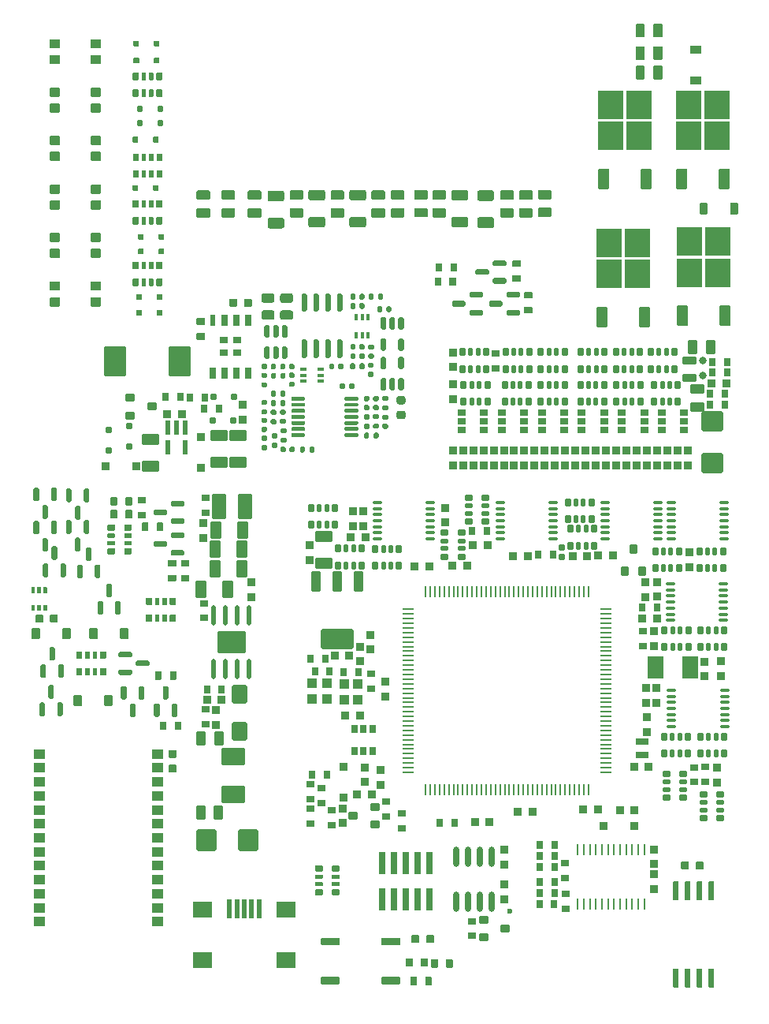
<source format=gtp>
G75*
G70*
%OFA0B0*%
%FSLAX25Y25*%
%IPPOS*%
%LPD*%
%AMOC8*
5,1,8,0,0,1.08239X$1,22.5*
%
%AMM110*
21,1,0.033470,0.026770,-0.000000,0.000000,270.000000*
21,1,0.026770,0.033470,-0.000000,0.000000,270.000000*
1,1,0.006690,-0.013390,-0.013390*
1,1,0.006690,-0.013390,0.013390*
1,1,0.006690,0.013390,0.013390*
1,1,0.006690,0.013390,-0.013390*
%
%AMM132*
21,1,0.070870,0.036220,-0.000000,-0.000000,180.000000*
21,1,0.061810,0.045280,-0.000000,-0.000000,180.000000*
1,1,0.009060,-0.030910,0.018110*
1,1,0.009060,0.030910,0.018110*
1,1,0.009060,0.030910,-0.018110*
1,1,0.009060,-0.030910,-0.018110*
%
%AMM133*
21,1,0.033470,0.026770,-0.000000,-0.000000,0.000000*
21,1,0.026770,0.033470,-0.000000,-0.000000,0.000000*
1,1,0.006690,0.013390,-0.013390*
1,1,0.006690,-0.013390,-0.013390*
1,1,0.006690,-0.013390,0.013390*
1,1,0.006690,0.013390,0.013390*
%
%AMM134*
21,1,0.035430,0.030320,-0.000000,-0.000000,270.000000*
21,1,0.028350,0.037400,-0.000000,-0.000000,270.000000*
1,1,0.007090,-0.015160,-0.014170*
1,1,0.007090,-0.015160,0.014170*
1,1,0.007090,0.015160,0.014170*
1,1,0.007090,0.015160,-0.014170*
%
%AMM136*
21,1,0.035830,0.026770,-0.000000,-0.000000,270.000000*
21,1,0.029130,0.033470,-0.000000,-0.000000,270.000000*
1,1,0.006690,-0.013390,-0.014570*
1,1,0.006690,-0.013390,0.014570*
1,1,0.006690,0.013390,0.014570*
1,1,0.006690,0.013390,-0.014570*
%
%AMM137*
21,1,0.021650,0.052760,-0.000000,-0.000000,180.000000*
21,1,0.017320,0.057090,-0.000000,-0.000000,180.000000*
1,1,0.004330,-0.008660,0.026380*
1,1,0.004330,0.008660,0.026380*
1,1,0.004330,0.008660,-0.026380*
1,1,0.004330,-0.008660,-0.026380*
%
%AMM138*
21,1,0.023620,0.018900,-0.000000,-0.000000,90.000000*
21,1,0.018900,0.023620,-0.000000,-0.000000,90.000000*
1,1,0.004720,0.009450,0.009450*
1,1,0.004720,0.009450,-0.009450*
1,1,0.004720,-0.009450,-0.009450*
1,1,0.004720,-0.009450,0.009450*
%
%AMM139*
21,1,0.094490,0.111020,-0.000000,-0.000000,0.000000*
21,1,0.075590,0.129920,-0.000000,-0.000000,0.000000*
1,1,0.018900,0.037800,-0.055510*
1,1,0.018900,-0.037800,-0.055510*
1,1,0.018900,-0.037800,0.055510*
1,1,0.018900,0.037800,0.055510*
%
%AMM140*
21,1,0.023620,0.018900,-0.000000,-0.000000,0.000000*
21,1,0.018900,0.023620,-0.000000,-0.000000,0.000000*
1,1,0.004720,0.009450,-0.009450*
1,1,0.004720,-0.009450,-0.009450*
1,1,0.004720,-0.009450,0.009450*
1,1,0.004720,0.009450,0.009450*
%
%AMM141*
21,1,0.035830,0.026770,-0.000000,-0.000000,180.000000*
21,1,0.029130,0.033470,-0.000000,-0.000000,180.000000*
1,1,0.006690,-0.014570,0.013390*
1,1,0.006690,0.014570,0.013390*
1,1,0.006690,0.014570,-0.013390*
1,1,0.006690,-0.014570,-0.013390*
%
%AMM142*
21,1,0.033470,0.026770,-0.000000,-0.000000,270.000000*
21,1,0.026770,0.033470,-0.000000,-0.000000,270.000000*
1,1,0.006690,-0.013390,-0.013390*
1,1,0.006690,-0.013390,0.013390*
1,1,0.006690,0.013390,0.013390*
1,1,0.006690,0.013390,-0.013390*
%
%AMM143*
21,1,0.027560,0.030710,-0.000000,-0.000000,180.000000*
21,1,0.022050,0.036220,-0.000000,-0.000000,180.000000*
1,1,0.005510,-0.011020,0.015350*
1,1,0.005510,0.011020,0.015350*
1,1,0.005510,0.011020,-0.015350*
1,1,0.005510,-0.011020,-0.015350*
%
%AMM155*
21,1,0.039370,0.049210,-0.000000,0.000000,180.000000*
21,1,0.031500,0.057090,-0.000000,0.000000,180.000000*
1,1,0.007870,-0.015750,0.024610*
1,1,0.007870,0.015750,0.024610*
1,1,0.007870,0.015750,-0.024610*
1,1,0.007870,-0.015750,-0.024610*
%
%AMM156*
21,1,0.106300,0.050390,-0.000000,0.000000,90.000000*
21,1,0.093700,0.062990,-0.000000,0.000000,90.000000*
1,1,0.012600,0.025200,0.046850*
1,1,0.012600,0.025200,-0.046850*
1,1,0.012600,-0.025200,-0.046850*
1,1,0.012600,-0.025200,0.046850*
%
%AMM157*
21,1,0.074800,0.083460,-0.000000,0.000000,270.000000*
21,1,0.059840,0.098430,-0.000000,0.000000,270.000000*
1,1,0.014960,-0.041730,-0.029920*
1,1,0.014960,-0.041730,0.029920*
1,1,0.014960,0.041730,0.029920*
1,1,0.014960,0.041730,-0.029920*
%
%AMM158*
21,1,0.027560,0.030710,-0.000000,0.000000,270.000000*
21,1,0.022050,0.036220,-0.000000,0.000000,270.000000*
1,1,0.005510,-0.015350,-0.011020*
1,1,0.005510,-0.015350,0.011020*
1,1,0.005510,0.015350,0.011020*
1,1,0.005510,0.015350,-0.011020*
%
%AMM159*
21,1,0.033470,0.026770,-0.000000,0.000000,0.000000*
21,1,0.026770,0.033470,-0.000000,0.000000,0.000000*
1,1,0.006690,0.013390,-0.013390*
1,1,0.006690,-0.013390,-0.013390*
1,1,0.006690,-0.013390,0.013390*
1,1,0.006690,0.013390,0.013390*
%
%AMM160*
21,1,0.078740,0.053540,-0.000000,0.000000,270.000000*
21,1,0.065350,0.066930,-0.000000,0.000000,270.000000*
1,1,0.013390,-0.026770,-0.032680*
1,1,0.013390,-0.026770,0.032680*
1,1,0.013390,0.026770,0.032680*
1,1,0.013390,0.026770,-0.032680*
%
%AMM161*
21,1,0.122050,0.075590,-0.000000,0.000000,0.000000*
21,1,0.103150,0.094490,-0.000000,0.000000,0.000000*
1,1,0.018900,0.051580,-0.037800*
1,1,0.018900,-0.051580,-0.037800*
1,1,0.018900,-0.051580,0.037800*
1,1,0.018900,0.051580,0.037800*
%
%AMM162*
21,1,0.086610,0.073230,-0.000000,0.000000,180.000000*
21,1,0.069290,0.090550,-0.000000,0.000000,180.000000*
1,1,0.017320,-0.034650,0.036610*
1,1,0.017320,0.034650,0.036610*
1,1,0.017320,0.034650,-0.036610*
1,1,0.017320,-0.034650,-0.036610*
%
%AMM163*
21,1,0.070870,0.036220,-0.000000,0.000000,270.000000*
21,1,0.061810,0.045280,-0.000000,0.000000,270.000000*
1,1,0.009060,-0.018110,-0.030910*
1,1,0.009060,-0.018110,0.030910*
1,1,0.009060,0.018110,0.030910*
1,1,0.009060,0.018110,-0.030910*
%
%AMM164*
21,1,0.027560,0.030710,-0.000000,0.000000,180.000000*
21,1,0.022050,0.036220,-0.000000,0.000000,180.000000*
1,1,0.005510,-0.011020,0.015350*
1,1,0.005510,0.011020,0.015350*
1,1,0.005510,0.011020,-0.015350*
1,1,0.005510,-0.011020,-0.015350*
%
%AMM175*
21,1,0.033470,0.026770,-0.000000,0.000000,90.000000*
21,1,0.026770,0.033470,-0.000000,0.000000,90.000000*
1,1,0.006690,0.013390,0.013390*
1,1,0.006690,0.013390,-0.013390*
1,1,0.006690,-0.013390,-0.013390*
1,1,0.006690,-0.013390,0.013390*
%
%AMM181*
21,1,0.027560,0.030710,-0.000000,-0.000000,90.000000*
21,1,0.022050,0.036220,-0.000000,-0.000000,90.000000*
1,1,0.005510,0.015350,0.011020*
1,1,0.005510,0.015350,-0.011020*
1,1,0.005510,-0.015350,-0.011020*
1,1,0.005510,-0.015350,0.011020*
%
%AMM185*
21,1,0.033470,0.026770,0.000000,-0.000000,270.000000*
21,1,0.026770,0.033470,0.000000,-0.000000,270.000000*
1,1,0.006690,-0.013390,-0.013390*
1,1,0.006690,-0.013390,0.013390*
1,1,0.006690,0.013390,0.013390*
1,1,0.006690,0.013390,-0.013390*
%
%AMM186*
21,1,0.027560,0.030710,0.000000,-0.000000,270.000000*
21,1,0.022050,0.036220,0.000000,-0.000000,270.000000*
1,1,0.005510,-0.015350,-0.011020*
1,1,0.005510,-0.015350,0.011020*
1,1,0.005510,0.015350,0.011020*
1,1,0.005510,0.015350,-0.011020*
%
%AMM187*
21,1,0.027560,0.030710,0.000000,-0.000000,180.000000*
21,1,0.022050,0.036220,0.000000,-0.000000,180.000000*
1,1,0.005510,-0.011020,0.015350*
1,1,0.005510,0.011020,0.015350*
1,1,0.005510,0.011020,-0.015350*
1,1,0.005510,-0.011020,-0.015350*
%
%AMM215*
21,1,0.035430,0.050000,-0.000000,-0.000000,90.000000*
21,1,0.028350,0.057090,-0.000000,-0.000000,90.000000*
1,1,0.007090,0.025000,0.014170*
1,1,0.007090,0.025000,-0.014170*
1,1,0.007090,-0.025000,-0.014170*
1,1,0.007090,-0.025000,0.014170*
%
%AMM216*
21,1,0.086610,0.073230,-0.000000,-0.000000,90.000000*
21,1,0.069290,0.090550,-0.000000,-0.000000,90.000000*
1,1,0.017320,0.036610,0.034650*
1,1,0.017320,0.036610,-0.034650*
1,1,0.017320,-0.036610,-0.034650*
1,1,0.017320,-0.036610,0.034650*
%
%AMM217*
21,1,0.027560,0.030710,-0.000000,-0.000000,270.000000*
21,1,0.022050,0.036220,-0.000000,-0.000000,270.000000*
1,1,0.005510,-0.015350,-0.011020*
1,1,0.005510,-0.015350,0.011020*
1,1,0.005510,0.015350,0.011020*
1,1,0.005510,0.015350,-0.011020*
%
%AMM219*
21,1,0.025590,0.026380,-0.000000,-0.000000,180.000000*
21,1,0.020470,0.031500,-0.000000,-0.000000,180.000000*
1,1,0.005120,-0.010240,0.013190*
1,1,0.005120,0.010240,0.013190*
1,1,0.005120,0.010240,-0.013190*
1,1,0.005120,-0.010240,-0.013190*
%
%AMM220*
21,1,0.023620,0.030710,-0.000000,-0.000000,270.000000*
21,1,0.018900,0.035430,-0.000000,-0.000000,270.000000*
1,1,0.004720,-0.015350,-0.009450*
1,1,0.004720,-0.015350,0.009450*
1,1,0.004720,0.015350,0.009450*
1,1,0.004720,0.015350,-0.009450*
%
%AMM221*
21,1,0.033470,0.026770,-0.000000,-0.000000,90.000000*
21,1,0.026770,0.033470,-0.000000,-0.000000,90.000000*
1,1,0.006690,0.013390,0.013390*
1,1,0.006690,0.013390,-0.013390*
1,1,0.006690,-0.013390,-0.013390*
1,1,0.006690,-0.013390,0.013390*
%
%AMM222*
21,1,0.017720,0.027950,-0.000000,-0.000000,180.000000*
21,1,0.014170,0.031500,-0.000000,-0.000000,180.000000*
1,1,0.003540,-0.007090,0.013980*
1,1,0.003540,0.007090,0.013980*
1,1,0.003540,0.007090,-0.013980*
1,1,0.003540,-0.007090,-0.013980*
%
%AMM223*
21,1,0.039370,0.049210,-0.000000,-0.000000,270.000000*
21,1,0.031500,0.057090,-0.000000,-0.000000,270.000000*
1,1,0.007870,-0.024610,-0.015750*
1,1,0.007870,-0.024610,0.015750*
1,1,0.007870,0.024610,0.015750*
1,1,0.007870,0.024610,-0.015750*
%
%AMM224*
21,1,0.039370,0.049210,-0.000000,-0.000000,0.000000*
21,1,0.031500,0.057090,-0.000000,-0.000000,0.000000*
1,1,0.007870,0.015750,-0.024610*
1,1,0.007870,-0.015750,-0.024610*
1,1,0.007870,-0.015750,0.024610*
1,1,0.007870,0.015750,0.024610*
%
%AMM242*
21,1,0.035430,0.030320,-0.000000,0.000000,270.000000*
21,1,0.028350,0.037400,-0.000000,0.000000,270.000000*
1,1,0.007090,-0.015160,-0.014170*
1,1,0.007090,-0.015160,0.014170*
1,1,0.007090,0.015160,0.014170*
1,1,0.007090,0.015160,-0.014170*
%
%AMM283*
21,1,0.035430,0.030320,-0.000000,-0.000000,0.000000*
21,1,0.028350,0.037400,-0.000000,-0.000000,0.000000*
1,1,0.007090,0.014170,-0.015160*
1,1,0.007090,-0.014170,-0.015160*
1,1,0.007090,-0.014170,0.015160*
1,1,0.007090,0.014170,0.015160*
%
%AMM284*
21,1,0.035830,0.026770,-0.000000,-0.000000,90.000000*
21,1,0.029130,0.033470,-0.000000,-0.000000,90.000000*
1,1,0.006690,0.013390,0.014570*
1,1,0.006690,0.013390,-0.014570*
1,1,0.006690,-0.013390,-0.014570*
1,1,0.006690,-0.013390,0.014570*
%
%AMM285*
21,1,0.039370,0.035430,-0.000000,-0.000000,90.000000*
21,1,0.031500,0.043310,-0.000000,-0.000000,90.000000*
1,1,0.007870,0.017720,0.015750*
1,1,0.007870,0.017720,-0.015750*
1,1,0.007870,-0.017720,-0.015750*
1,1,0.007870,-0.017720,0.015750*
%
%AMM286*
21,1,0.035430,0.030320,-0.000000,-0.000000,90.000000*
21,1,0.028350,0.037400,-0.000000,-0.000000,90.000000*
1,1,0.007090,0.015160,0.014170*
1,1,0.007090,0.015160,-0.014170*
1,1,0.007090,-0.015160,-0.014170*
1,1,0.007090,-0.015160,0.014170*
%
%AMM291*
21,1,0.043310,0.075990,-0.000000,-0.000000,180.000000*
21,1,0.034650,0.084650,-0.000000,-0.000000,180.000000*
1,1,0.008660,-0.017320,0.037990*
1,1,0.008660,0.017320,0.037990*
1,1,0.008660,0.017320,-0.037990*
1,1,0.008660,-0.017320,-0.037990*
%
%AMM292*
21,1,0.137800,0.067720,-0.000000,-0.000000,180.000000*
21,1,0.120870,0.084650,-0.000000,-0.000000,180.000000*
1,1,0.016930,-0.060430,0.033860*
1,1,0.016930,0.060430,0.033860*
1,1,0.016930,0.060430,-0.033860*
1,1,0.016930,-0.060430,-0.033860*
%
%AMM294*
21,1,0.023620,0.030710,-0.000000,-0.000000,0.000000*
21,1,0.018900,0.035430,-0.000000,-0.000000,0.000000*
1,1,0.004720,0.009450,-0.015350*
1,1,0.004720,-0.009450,-0.015350*
1,1,0.004720,-0.009450,0.015350*
1,1,0.004720,0.009450,0.015350*
%
%AMM295*
21,1,0.027560,0.030710,-0.000000,-0.000000,0.000000*
21,1,0.022050,0.036220,-0.000000,-0.000000,0.000000*
1,1,0.005510,0.011020,-0.015350*
1,1,0.005510,-0.011020,-0.015350*
1,1,0.005510,-0.011020,0.015350*
1,1,0.005510,0.011020,0.015350*
%
%AMM296*
21,1,0.027560,0.018900,-0.000000,-0.000000,0.000000*
21,1,0.022840,0.023620,-0.000000,-0.000000,0.000000*
1,1,0.004720,0.011420,-0.009450*
1,1,0.004720,-0.011420,-0.009450*
1,1,0.004720,-0.011420,0.009450*
1,1,0.004720,0.011420,0.009450*
%
%AMM297*
21,1,0.043310,0.075980,-0.000000,-0.000000,180.000000*
21,1,0.034650,0.084650,-0.000000,-0.000000,180.000000*
1,1,0.008660,-0.017320,0.037990*
1,1,0.008660,0.017320,0.037990*
1,1,0.008660,0.017320,-0.037990*
1,1,0.008660,-0.017320,-0.037990*
%
%AMM298*
21,1,0.035830,0.026770,-0.000000,-0.000000,0.000000*
21,1,0.029130,0.033470,-0.000000,-0.000000,0.000000*
1,1,0.006690,0.014570,-0.013390*
1,1,0.006690,-0.014570,-0.013390*
1,1,0.006690,-0.014570,0.013390*
1,1,0.006690,0.014570,0.013390*
%
%AMM299*
21,1,0.027560,0.049610,-0.000000,-0.000000,90.000000*
21,1,0.022050,0.055120,-0.000000,-0.000000,90.000000*
1,1,0.005510,0.024800,0.011020*
1,1,0.005510,0.024800,-0.011020*
1,1,0.005510,-0.024800,-0.011020*
1,1,0.005510,-0.024800,0.011020*
%
%AMM300*
21,1,0.017720,0.027950,-0.000000,-0.000000,90.000000*
21,1,0.014170,0.031500,-0.000000,-0.000000,90.000000*
1,1,0.003540,0.013980,0.007090*
1,1,0.003540,0.013980,-0.007090*
1,1,0.003540,-0.013980,-0.007090*
1,1,0.003540,-0.013980,0.007090*
%
%AMM301*
21,1,0.025590,0.026380,-0.000000,-0.000000,90.000000*
21,1,0.020470,0.031500,-0.000000,-0.000000,90.000000*
1,1,0.005120,0.013190,0.010240*
1,1,0.005120,0.013190,-0.010240*
1,1,0.005120,-0.013190,-0.010240*
1,1,0.005120,-0.013190,0.010240*
%
%ADD103R,0.10827X0.12008*%
%ADD105C,0.02362*%
%ADD107R,0.05118X0.03937*%
%ADD112R,0.01969X0.07874*%
%ADD12O,0.05118X0.00866*%
%ADD126O,0.00000X0.00000*%
%ADD166C,0.03150*%
%ADD180R,0.02559X0.01575*%
%ADD183R,0.06693X0.09449*%
%ADD210R,0.07874X0.06693*%
%ADD220R,0.02559X0.05157*%
%ADD226R,0.02913X0.09449*%
%ADD228O,0.03937X0.01968*%
%ADD232O,0.00866X0.05118*%
%ADD246M110*%
%ADD276M132*%
%ADD277M133*%
%ADD278M134*%
%ADD280M136*%
%ADD281M137*%
%ADD282M138*%
%ADD283M139*%
%ADD284M140*%
%ADD285M141*%
%ADD286M142*%
%ADD287M143*%
%ADD299M155*%
%ADD300M156*%
%ADD301M157*%
%ADD302M158*%
%ADD303O,0.01968X0.08661*%
%ADD304M159*%
%ADD305M160*%
%ADD306M161*%
%ADD307M162*%
%ADD308M163*%
%ADD309M164*%
%ADD323O,0.00984X0.04961*%
%ADD324M175*%
%ADD333M181*%
%ADD337M185*%
%ADD338M186*%
%ADD339M187*%
%ADD36O,0.04331X0.01181*%
%ADD367M215*%
%ADD368M216*%
%ADD369M217*%
%ADD371M219*%
%ADD372M220*%
%ADD373M221*%
%ADD374M222*%
%ADD375M223*%
%ADD376M224*%
%ADD39R,0.02362X0.05157*%
%ADD394M242*%
%ADD439M283*%
%ADD440M284*%
%ADD441M285*%
%ADD442M286*%
%ADD447M291*%
%ADD448M292*%
%ADD450M294*%
%ADD451M295*%
%ADD452M296*%
%ADD453M297*%
%ADD454M298*%
%ADD455M299*%
%ADD456M300*%
%ADD457M301*%
%ADD476O,0.02362X0.08661*%
%ADD59R,0.03543X0.03130*%
%ADD76R,0.01575X0.02559*%
X0000000Y0000000D02*
%LPD*%
G01*
G36*
G01*
X0198667Y0328156D02*
X0193746Y0328156D01*
G75*
G02*
X0193352Y0328550I0000000J0000394D01*
G01*
X0193352Y0331699D01*
G75*
G02*
X0193746Y0332093I0000394J0000000D01*
G01*
X0198667Y0332093D01*
G75*
G02*
X0199061Y0331699I0000000J-000394D01*
G01*
X0199061Y0328550D01*
G75*
G02*
X0198667Y0328156I-000394J0000000D01*
G01*
G37*
G36*
G01*
X0198667Y0335636D02*
X0193746Y0335636D01*
G75*
G02*
X0193352Y0336030I0000000J0000394D01*
G01*
X0193352Y0339180D01*
G75*
G02*
X0193746Y0339573I0000394J0000000D01*
G01*
X0198667Y0339573D01*
G75*
G02*
X0199061Y0339180I0000000J-000394D01*
G01*
X0199061Y0336030D01*
G75*
G02*
X0198667Y0335636I-000394J0000000D01*
G01*
G37*
G36*
G01*
X0068937Y0210039D02*
X0072008Y0210039D01*
G75*
G02*
X0072283Y0209764I0000000J-000276D01*
G01*
X0072283Y0207559D01*
G75*
G02*
X0072008Y0207283I-000276J0000000D01*
G01*
X0068937Y0207283D01*
G75*
G02*
X0068661Y0207559I0000000J0000276D01*
G01*
X0068661Y0209764D01*
G75*
G02*
X0068937Y0210039I0000276J0000000D01*
G01*
G37*
G36*
G01*
X0068937Y0203740D02*
X0072008Y0203740D01*
G75*
G02*
X0072283Y0203465I0000000J-000276D01*
G01*
X0072283Y0201260D01*
G75*
G02*
X0072008Y0200984I-000276J0000000D01*
G01*
X0068937Y0200984D01*
G75*
G02*
X0068661Y0201260I0000000J0000276D01*
G01*
X0068661Y0203465D01*
G75*
G02*
X0068937Y0203740I0000276J0000000D01*
G01*
G37*
G36*
G01*
X0066535Y0299469D02*
X0066535Y0302106D01*
G75*
G02*
X0066791Y0302362I0000256J0000000D01*
G01*
X0068839Y0302362D01*
G75*
G02*
X0069094Y0302106I0000000J-000256D01*
G01*
X0069094Y0299469D01*
G75*
G02*
X0068839Y0299213I-000256J0000000D01*
G01*
X0066791Y0299213D01*
G75*
G02*
X0066535Y0299469I0000000J0000256D01*
G01*
G37*
G36*
G01*
X0070374Y0299390D02*
X0070374Y0302185D01*
G75*
G02*
X0070551Y0302362I0000177J0000000D01*
G01*
X0071969Y0302362D01*
G75*
G02*
X0072146Y0302185I0000000J-000177D01*
G01*
X0072146Y0299390D01*
G75*
G02*
X0071969Y0299213I-000177J0000000D01*
G01*
X0070551Y0299213D01*
G75*
G02*
X0070374Y0299390I0000000J0000177D01*
G01*
G37*
G36*
G01*
X0073524Y0299390D02*
X0073524Y0302185D01*
G75*
G02*
X0073701Y0302362I0000177J0000000D01*
G01*
X0075118Y0302362D01*
G75*
G02*
X0075295Y0302185I0000000J-000177D01*
G01*
X0075295Y0299390D01*
G75*
G02*
X0075118Y0299213I-000177J0000000D01*
G01*
X0073701Y0299213D01*
G75*
G02*
X0073524Y0299390I0000000J0000177D01*
G01*
G37*
G36*
G01*
X0076575Y0299469D02*
X0076575Y0302106D01*
G75*
G02*
X0076831Y0302362I0000256J0000000D01*
G01*
X0078878Y0302362D01*
G75*
G02*
X0079134Y0302106I0000000J-000256D01*
G01*
X0079134Y0299469D01*
G75*
G02*
X0078878Y0299213I-000256J0000000D01*
G01*
X0076831Y0299213D01*
G75*
G02*
X0076575Y0299469I0000000J0000256D01*
G01*
G37*
G36*
G01*
X0076575Y0306555D02*
X0076575Y0309193D01*
G75*
G02*
X0076831Y0309449I0000256J0000000D01*
G01*
X0078878Y0309449D01*
G75*
G02*
X0079134Y0309193I0000000J-000256D01*
G01*
X0079134Y0306555D01*
G75*
G02*
X0078878Y0306299I-000256J0000000D01*
G01*
X0076831Y0306299D01*
G75*
G02*
X0076575Y0306555I0000000J0000256D01*
G01*
G37*
G36*
G01*
X0073524Y0306476D02*
X0073524Y0309272D01*
G75*
G02*
X0073701Y0309449I0000177J0000000D01*
G01*
X0075118Y0309449D01*
G75*
G02*
X0075295Y0309272I0000000J-000177D01*
G01*
X0075295Y0306476D01*
G75*
G02*
X0075118Y0306299I-000177J0000000D01*
G01*
X0073701Y0306299D01*
G75*
G02*
X0073524Y0306476I0000000J0000177D01*
G01*
G37*
G36*
G01*
X0070374Y0306476D02*
X0070374Y0309272D01*
G75*
G02*
X0070551Y0309449I0000177J0000000D01*
G01*
X0071969Y0309449D01*
G75*
G02*
X0072146Y0309272I0000000J-000177D01*
G01*
X0072146Y0306476D01*
G75*
G02*
X0071969Y0306299I-000177J0000000D01*
G01*
X0070551Y0306299D01*
G75*
G02*
X0070374Y0306476I0000000J0000177D01*
G01*
G37*
G36*
G01*
X0066535Y0306555D02*
X0066535Y0309193D01*
G75*
G02*
X0066791Y0309449I0000256J0000000D01*
G01*
X0068839Y0309449D01*
G75*
G02*
X0069094Y0309193I0000000J-000256D01*
G01*
X0069094Y0306555D01*
G75*
G02*
X0068839Y0306299I-000256J0000000D01*
G01*
X0066791Y0306299D01*
G75*
G02*
X0066535Y0306555I0000000J0000256D01*
G01*
G37*
G36*
G01*
X0079228Y0354909D02*
X0079228Y0352272D01*
G75*
G02*
X0078972Y0352016I-000256J0000000D01*
G01*
X0076925Y0352016D01*
G75*
G02*
X0076669Y0352272I0000000J0000256D01*
G01*
X0076669Y0354909D01*
G75*
G02*
X0076925Y0355165I0000256J0000000D01*
G01*
X0078972Y0355165D01*
G75*
G02*
X0079228Y0354909I0000000J-000256D01*
G01*
G37*
G36*
G01*
X0075390Y0354988D02*
X0075390Y0352193D01*
G75*
G02*
X0075213Y0352016I-000177J0000000D01*
G01*
X0073795Y0352016D01*
G75*
G02*
X0073618Y0352193I0000000J0000177D01*
G01*
X0073618Y0354988D01*
G75*
G02*
X0073795Y0355165I0000177J0000000D01*
G01*
X0075213Y0355165D01*
G75*
G02*
X0075390Y0354988I0000000J-000177D01*
G01*
G37*
G36*
G01*
X0072240Y0354988D02*
X0072240Y0352193D01*
G75*
G02*
X0072063Y0352016I-000177J0000000D01*
G01*
X0070646Y0352016D01*
G75*
G02*
X0070469Y0352193I0000000J0000177D01*
G01*
X0070469Y0354988D01*
G75*
G02*
X0070646Y0355165I0000177J0000000D01*
G01*
X0072063Y0355165D01*
G75*
G02*
X0072240Y0354988I0000000J-000177D01*
G01*
G37*
G36*
G01*
X0069189Y0354909D02*
X0069189Y0352272D01*
G75*
G02*
X0068933Y0352016I-000256J0000000D01*
G01*
X0066886Y0352016D01*
G75*
G02*
X0066630Y0352272I0000000J0000256D01*
G01*
X0066630Y0354909D01*
G75*
G02*
X0066886Y0355165I0000256J0000000D01*
G01*
X0068933Y0355165D01*
G75*
G02*
X0069189Y0354909I0000000J-000256D01*
G01*
G37*
G36*
G01*
X0069189Y0347823D02*
X0069189Y0345185D01*
G75*
G02*
X0068933Y0344929I-000256J0000000D01*
G01*
X0066886Y0344929D01*
G75*
G02*
X0066630Y0345185I0000000J0000256D01*
G01*
X0066630Y0347823D01*
G75*
G02*
X0066886Y0348079I0000256J0000000D01*
G01*
X0068933Y0348079D01*
G75*
G02*
X0069189Y0347823I0000000J-000256D01*
G01*
G37*
G36*
G01*
X0072240Y0347902D02*
X0072240Y0345106D01*
G75*
G02*
X0072063Y0344929I-000177J0000000D01*
G01*
X0070646Y0344929D01*
G75*
G02*
X0070469Y0345106I0000000J0000177D01*
G01*
X0070469Y0347902D01*
G75*
G02*
X0070646Y0348079I0000177J0000000D01*
G01*
X0072063Y0348079D01*
G75*
G02*
X0072240Y0347902I0000000J-000177D01*
G01*
G37*
G36*
G01*
X0075390Y0347902D02*
X0075390Y0345106D01*
G75*
G02*
X0075213Y0344929I-000177J0000000D01*
G01*
X0073795Y0344929D01*
G75*
G02*
X0073618Y0345106I0000000J0000177D01*
G01*
X0073618Y0347902D01*
G75*
G02*
X0073795Y0348079I0000177J0000000D01*
G01*
X0075213Y0348079D01*
G75*
G02*
X0075390Y0347902I0000000J-000177D01*
G01*
G37*
G36*
G01*
X0079228Y0347823D02*
X0079228Y0345185D01*
G75*
G02*
X0078972Y0344929I-000256J0000000D01*
G01*
X0076925Y0344929D01*
G75*
G02*
X0076669Y0345185I0000000J0000256D01*
G01*
X0076669Y0347823D01*
G75*
G02*
X0076925Y0348079I0000256J0000000D01*
G01*
X0078972Y0348079D01*
G75*
G02*
X0079228Y0347823I0000000J-000256D01*
G01*
G37*
G36*
G01*
X0082126Y0103209D02*
X0084803Y0103209D01*
G75*
G02*
X0085138Y0102874I0000000J-000335D01*
G01*
X0085138Y0100197D01*
G75*
G02*
X0084803Y0099862I-000335J0000000D01*
G01*
X0082126Y0099862D01*
G75*
G02*
X0081791Y0100197I0000000J0000335D01*
G01*
X0081791Y0102874D01*
G75*
G02*
X0082126Y0103209I0000335J0000000D01*
G01*
G37*
G36*
G01*
X0082126Y0096988D02*
X0084803Y0096988D01*
G75*
G02*
X0085138Y0096654I0000000J-000335D01*
G01*
X0085138Y0093976D01*
G75*
G02*
X0084803Y0093642I-000335J0000000D01*
G01*
X0082126Y0093642D01*
G75*
G02*
X0081791Y0093976I0000000J0000335D01*
G01*
X0081791Y0096654D01*
G75*
G02*
X0082126Y0096988I0000335J0000000D01*
G01*
G37*
G36*
G01*
X0190975Y0328240D02*
X0186053Y0328240D01*
G75*
G02*
X0185660Y0328634I0000000J0000394D01*
G01*
X0185660Y0331784D01*
G75*
G02*
X0186053Y0332177I0000394J0000000D01*
G01*
X0190975Y0332177D01*
G75*
G02*
X0191368Y0331784I0000000J-000394D01*
G01*
X0191368Y0328634D01*
G75*
G02*
X0190975Y0328240I-000394J0000000D01*
G01*
G37*
G36*
G01*
X0190975Y0335721D02*
X0186053Y0335721D01*
G75*
G02*
X0185660Y0336114I0000000J0000394D01*
G01*
X0185660Y0339264D01*
G75*
G02*
X0186053Y0339658I0000394J0000000D01*
G01*
X0190975Y0339658D01*
G75*
G02*
X0191368Y0339264I0000000J-000394D01*
G01*
X0191368Y0336114D01*
G75*
G02*
X0190975Y0335721I-000394J0000000D01*
G01*
G37*
G36*
G01*
X0140945Y0336240D02*
X0140945Y0338957D01*
G75*
G02*
X0141850Y0339862I0000906J0000000D01*
G01*
X0147126Y0339862D01*
G75*
G02*
X0148031Y0338957I0000000J-000906D01*
G01*
X0148031Y0336240D01*
G75*
G02*
X0147126Y0335335I-000906J0000000D01*
G01*
X0141850Y0335335D01*
G75*
G02*
X0140945Y0336240I0000000J0000906D01*
G01*
G37*
G36*
G01*
X0140945Y0324823D02*
X0140945Y0327539D01*
G75*
G02*
X0141850Y0328445I0000906J0000000D01*
G01*
X0147126Y0328445D01*
G75*
G02*
X0148031Y0327539I0000000J-000906D01*
G01*
X0148031Y0324823D01*
G75*
G02*
X0147126Y0323917I-000906J0000000D01*
G01*
X0141850Y0323917D01*
G75*
G02*
X0140945Y0324823I0000000J0000906D01*
G01*
G37*
G36*
G01*
X0224705Y0301969D02*
X0224705Y0300787D01*
G75*
G02*
X0224114Y0300197I-000591J0000000D01*
G01*
X0219488Y0300197D01*
G75*
G02*
X0218898Y0300787I0000000J0000591D01*
G01*
X0218898Y0301969D01*
G75*
G02*
X0219488Y0302559I0000591J0000000D01*
G01*
X0224114Y0302559D01*
G75*
G02*
X0224705Y0301969I0000000J-000591D01*
G01*
G37*
G36*
G01*
X0217323Y0305709D02*
X0217323Y0304528D01*
G75*
G02*
X0216732Y0303937I-000591J0000000D01*
G01*
X0212106Y0303937D01*
G75*
G02*
X0211516Y0304528I0000000J0000591D01*
G01*
X0211516Y0305709D01*
G75*
G02*
X0212106Y0306299I0000591J0000000D01*
G01*
X0216732Y0306299D01*
G75*
G02*
X0217323Y0305709I0000000J-000591D01*
G01*
G37*
G36*
G01*
X0224705Y0309449D02*
X0224705Y0308268D01*
G75*
G02*
X0224114Y0307677I-000591J0000000D01*
G01*
X0219488Y0307677D01*
G75*
G02*
X0218898Y0308268I0000000J0000591D01*
G01*
X0218898Y0309449D01*
G75*
G02*
X0219488Y0310039I0000591J0000000D01*
G01*
X0224114Y0310039D01*
G75*
G02*
X0224705Y0309449I0000000J-000591D01*
G01*
G37*
G36*
G01*
X0069140Y0314961D02*
X0071030Y0314961D01*
G75*
G02*
X0071266Y0314724I0000000J-000236D01*
G01*
X0071266Y0312835D01*
G75*
G02*
X0071030Y0312598I-000236J0000000D01*
G01*
X0069140Y0312598D01*
G75*
G02*
X0068904Y0312835I0000000J0000236D01*
G01*
X0068904Y0314724D01*
G75*
G02*
X0069140Y0314961I0000236J0000000D01*
G01*
G37*
G36*
G01*
X0077801Y0314961D02*
X0079691Y0314961D01*
G75*
G02*
X0079927Y0314724I0000000J-000236D01*
G01*
X0079927Y0312835D01*
G75*
G02*
X0079691Y0312598I-000236J0000000D01*
G01*
X0077801Y0312598D01*
G75*
G02*
X0077565Y0312835I0000000J0000236D01*
G01*
X0077565Y0314724D01*
G75*
G02*
X0077801Y0314961I0000236J0000000D01*
G01*
G37*
G36*
G01*
X0052756Y0331496D02*
X0049213Y0331496D01*
G75*
G02*
X0048819Y0331890I0000000J0000394D01*
G01*
X0048819Y0335039D01*
G75*
G02*
X0049213Y0335433I0000394J0000000D01*
G01*
X0052756Y0335433D01*
G75*
G02*
X0053150Y0335039I0000000J-000394D01*
G01*
X0053150Y0331890D01*
G75*
G02*
X0052756Y0331496I-000394J0000000D01*
G01*
G37*
G36*
G01*
X0052756Y0338189D02*
X0049213Y0338189D01*
G75*
G02*
X0048819Y0338583I0000000J0000394D01*
G01*
X0048819Y0341732D01*
G75*
G02*
X0049213Y0342126I0000394J0000000D01*
G01*
X0052756Y0342126D01*
G75*
G02*
X0053150Y0341732I0000000J-000394D01*
G01*
X0053150Y0338583D01*
G75*
G02*
X0052756Y0338189I-000394J0000000D01*
G01*
G37*
G36*
G01*
X0107421Y0290787D02*
X0107421Y0293465D01*
G75*
G02*
X0107756Y0293799I0000335J0000000D01*
G01*
X0110433Y0293799D01*
G75*
G02*
X0110768Y0293465I0000000J-000335D01*
G01*
X0110768Y0290787D01*
G75*
G02*
X0110433Y0290453I-000335J0000000D01*
G01*
X0107756Y0290453D01*
G75*
G02*
X0107421Y0290787I0000000J0000335D01*
G01*
G37*
G36*
G01*
X0113642Y0290787D02*
X0113642Y0293465D01*
G75*
G02*
X0113976Y0293799I0000335J0000000D01*
G01*
X0116654Y0293799D01*
G75*
G02*
X0116988Y0293465I0000000J-000335D01*
G01*
X0116988Y0290787D01*
G75*
G02*
X0116654Y0290453I-000335J0000000D01*
G01*
X0113976Y0290453D01*
G75*
G02*
X0113642Y0290787I0000000J0000335D01*
G01*
G37*
G36*
G01*
X0172165Y0023819D02*
X0179409Y0023819D01*
G75*
G02*
X0179724Y0023504I0000000J-000315D01*
G01*
X0179724Y0020984D01*
G75*
G02*
X0179409Y0020669I-000315J0000000D01*
G01*
X0172165Y0020669D01*
G75*
G02*
X0171850Y0020984I0000000J0000315D01*
G01*
X0171850Y0023504D01*
G75*
G02*
X0172165Y0023819I0000315J0000000D01*
G01*
G37*
G36*
G01*
X0172165Y0007283D02*
X0179409Y0007283D01*
G75*
G02*
X0179724Y0006969I0000000J-000315D01*
G01*
X0179724Y0004449D01*
G75*
G02*
X0179409Y0004134I-000315J0000000D01*
G01*
X0172165Y0004134D01*
G75*
G02*
X0171850Y0004449I0000000J0000315D01*
G01*
X0171850Y0006969D01*
G75*
G02*
X0172165Y0007283I0000315J0000000D01*
G01*
G37*
G36*
G01*
X0067159Y0402805D02*
X0069049Y0402805D01*
G75*
G02*
X0069285Y0402569I0000000J-000236D01*
G01*
X0069285Y0400679D01*
G75*
G02*
X0069049Y0400443I-000236J0000000D01*
G01*
X0067159Y0400443D01*
G75*
G02*
X0066923Y0400679I0000000J0000236D01*
G01*
X0066923Y0402569D01*
G75*
G02*
X0067159Y0402805I0000236J0000000D01*
G01*
G37*
G36*
G01*
X0075821Y0402805D02*
X0077711Y0402805D01*
G75*
G02*
X0077947Y0402569I0000000J-000236D01*
G01*
X0077947Y0400679D01*
G75*
G02*
X0077711Y0400443I-000236J0000000D01*
G01*
X0075821Y0400443D01*
G75*
G02*
X0075585Y0400679I0000000J0000236D01*
G01*
X0075585Y0402569D01*
G75*
G02*
X0075821Y0402805I0000236J0000000D01*
G01*
G37*
G36*
G01*
X0194154Y0024567D02*
X0194154Y0021890D01*
G75*
G02*
X0193819Y0021555I-000335J0000000D01*
G01*
X0191142Y0021555D01*
G75*
G02*
X0190807Y0021890I0000000J0000335D01*
G01*
X0190807Y0024567D01*
G75*
G02*
X0191142Y0024902I0000335J0000000D01*
G01*
X0193819Y0024902D01*
G75*
G02*
X0194154Y0024567I0000000J-000335D01*
G01*
G37*
G36*
G01*
X0187933Y0024567D02*
X0187933Y0021890D01*
G75*
G02*
X0187598Y0021555I-000335J0000000D01*
G01*
X0184921Y0021555D01*
G75*
G02*
X0184587Y0021890I0000000J0000335D01*
G01*
X0184587Y0024567D01*
G75*
G02*
X0184921Y0024902I0000335J0000000D01*
G01*
X0187598Y0024902D01*
G75*
G02*
X0187933Y0024567I0000000J-000335D01*
G01*
G37*
G36*
G01*
X0028937Y0117421D02*
X0027756Y0117421D01*
G75*
G02*
X0027165Y0118012I0000000J0000591D01*
G01*
X0027165Y0122638D01*
G75*
G02*
X0027756Y0123228I0000591J0000000D01*
G01*
X0028937Y0123228D01*
G75*
G02*
X0029528Y0122638I0000000J-000591D01*
G01*
X0029528Y0118012D01*
G75*
G02*
X0028937Y0117421I-000591J0000000D01*
G01*
G37*
G36*
G01*
X0032677Y0124803D02*
X0031496Y0124803D01*
G75*
G02*
X0030906Y0125394I0000000J0000591D01*
G01*
X0030906Y0130020D01*
G75*
G02*
X0031496Y0130610I0000591J0000000D01*
G01*
X0032677Y0130610D01*
G75*
G02*
X0033268Y0130020I0000000J-000591D01*
G01*
X0033268Y0125394D01*
G75*
G02*
X0032677Y0124803I-000591J0000000D01*
G01*
G37*
G36*
G01*
X0036417Y0117421D02*
X0035236Y0117421D01*
G75*
G02*
X0034646Y0118012I0000000J0000591D01*
G01*
X0034646Y0122638D01*
G75*
G02*
X0035236Y0123228I0000591J0000000D01*
G01*
X0036417Y0123228D01*
G75*
G02*
X0037008Y0122638I0000000J-000591D01*
G01*
X0037008Y0118012D01*
G75*
G02*
X0036417Y0117421I-000591J0000000D01*
G01*
G37*
G36*
G01*
X0040354Y0154370D02*
X0040354Y0150354D01*
G75*
G02*
X0040000Y0150000I-000354J0000000D01*
G01*
X0037165Y0150000D01*
G75*
G02*
X0036811Y0150354I0000000J0000354D01*
G01*
X0036811Y0154370D01*
G75*
G02*
X0037165Y0154724I0000354J0000000D01*
G01*
X0040000Y0154724D01*
G75*
G02*
X0040354Y0154370I0000000J-000354D01*
G01*
G37*
G36*
G01*
X0027362Y0154370D02*
X0027362Y0150354D01*
G75*
G02*
X0027008Y0150000I-000354J0000000D01*
G01*
X0024173Y0150000D01*
G75*
G02*
X0023819Y0150354I0000000J0000354D01*
G01*
X0023819Y0154370D01*
G75*
G02*
X0024173Y0154724I0000354J0000000D01*
G01*
X0027008Y0154724D01*
G75*
G02*
X0027362Y0154370I0000000J-000354D01*
G01*
G37*
G36*
G01*
X0052756Y0311024D02*
X0049213Y0311024D01*
G75*
G02*
X0048819Y0311417I0000000J0000394D01*
G01*
X0048819Y0314567D01*
G75*
G02*
X0049213Y0314961I0000394J0000000D01*
G01*
X0052756Y0314961D01*
G75*
G02*
X0053150Y0314567I0000000J-000394D01*
G01*
X0053150Y0311417D01*
G75*
G02*
X0052756Y0311024I-000394J0000000D01*
G01*
G37*
G36*
G01*
X0052756Y0317717D02*
X0049213Y0317717D01*
G75*
G02*
X0048819Y0318110I0000000J0000394D01*
G01*
X0048819Y0321260D01*
G75*
G02*
X0049213Y0321654I0000394J0000000D01*
G01*
X0052756Y0321654D01*
G75*
G02*
X0053150Y0321260I0000000J-000394D01*
G01*
X0053150Y0318110D01*
G75*
G02*
X0052756Y0317717I-000394J0000000D01*
G01*
G37*
G36*
G01*
X0078150Y0111850D02*
X0078150Y0114921D01*
G75*
G02*
X0078425Y0115197I0000276J0000000D01*
G01*
X0080630Y0115197D01*
G75*
G02*
X0080906Y0114921I0000000J-000276D01*
G01*
X0080906Y0111850D01*
G75*
G02*
X0080630Y0111575I-000276J0000000D01*
G01*
X0078425Y0111575D01*
G75*
G02*
X0078150Y0111850I0000000J0000276D01*
G01*
G37*
G36*
G01*
X0084449Y0111850D02*
X0084449Y0114921D01*
G75*
G02*
X0084724Y0115197I0000276J0000000D01*
G01*
X0086929Y0115197D01*
G75*
G02*
X0087205Y0114921I0000000J-000276D01*
G01*
X0087205Y0111850D01*
G75*
G02*
X0086929Y0111575I-000276J0000000D01*
G01*
X0084724Y0111575D01*
G75*
G02*
X0084449Y0111850I0000000J0000276D01*
G01*
G37*
G36*
G01*
X0067165Y0395669D02*
X0069055Y0395669D01*
G75*
G02*
X0069291Y0395433I0000000J-000236D01*
G01*
X0069291Y0393543D01*
G75*
G02*
X0069055Y0393307I-000236J0000000D01*
G01*
X0067165Y0393307D01*
G75*
G02*
X0066929Y0393543I0000000J0000236D01*
G01*
X0066929Y0395433D01*
G75*
G02*
X0067165Y0395669I0000236J0000000D01*
G01*
G37*
G36*
G01*
X0075827Y0395669D02*
X0077717Y0395669D01*
G75*
G02*
X0077953Y0395433I0000000J-000236D01*
G01*
X0077953Y0393543D01*
G75*
G02*
X0077717Y0393307I-000236J0000000D01*
G01*
X0075827Y0393307D01*
G75*
G02*
X0075591Y0393543I0000000J0000236D01*
G01*
X0075591Y0395433D01*
G75*
G02*
X0075827Y0395669I0000236J0000000D01*
G01*
G37*
G36*
G01*
X0203346Y0302583D02*
X0203346Y0299512D01*
G75*
G02*
X0203071Y0299236I-000276J0000000D01*
G01*
X0200866Y0299236D01*
G75*
G02*
X0200591Y0299512I0000000J0000276D01*
G01*
X0200591Y0302583D01*
G75*
G02*
X0200866Y0302858I0000276J0000000D01*
G01*
X0203071Y0302858D01*
G75*
G02*
X0203346Y0302583I0000000J-000276D01*
G01*
G37*
G36*
G01*
X0197047Y0302583D02*
X0197047Y0299512D01*
G75*
G02*
X0196772Y0299236I-000276J0000000D01*
G01*
X0194567Y0299236D01*
G75*
G02*
X0194291Y0299512I0000000J0000276D01*
G01*
X0194291Y0302583D01*
G75*
G02*
X0194567Y0302858I0000276J0000000D01*
G01*
X0196772Y0302858D01*
G75*
G02*
X0197047Y0302583I0000000J-000276D01*
G01*
G37*
G36*
G01*
X0052756Y0372441D02*
X0049213Y0372441D01*
G75*
G02*
X0048819Y0372835I0000000J0000394D01*
G01*
X0048819Y0375984D01*
G75*
G02*
X0049213Y0376378I0000394J0000000D01*
G01*
X0052756Y0376378D01*
G75*
G02*
X0053150Y0375984I0000000J-000394D01*
G01*
X0053150Y0372835D01*
G75*
G02*
X0052756Y0372441I-000394J0000000D01*
G01*
G37*
G36*
G01*
X0052756Y0379134D02*
X0049213Y0379134D01*
G75*
G02*
X0048819Y0379528I0000000J0000394D01*
G01*
X0048819Y0382677D01*
G75*
G02*
X0049213Y0383071I0000394J0000000D01*
G01*
X0052756Y0383071D01*
G75*
G02*
X0053150Y0382677I0000000J-000394D01*
G01*
X0053150Y0379528D01*
G75*
G02*
X0052756Y0379134I-000394J0000000D01*
G01*
G37*
G36*
G01*
X0098917Y0328150D02*
X0093996Y0328150D01*
G75*
G02*
X0093602Y0328543I0000000J0000394D01*
G01*
X0093602Y0331693D01*
G75*
G02*
X0093996Y0332087I0000394J0000000D01*
G01*
X0098917Y0332087D01*
G75*
G02*
X0099311Y0331693I0000000J-000394D01*
G01*
X0099311Y0328543D01*
G75*
G02*
X0098917Y0328150I-000394J0000000D01*
G01*
G37*
G36*
G01*
X0098917Y0335630D02*
X0093996Y0335630D01*
G75*
G02*
X0093602Y0336024I0000000J0000394D01*
G01*
X0093602Y0339173D01*
G75*
G02*
X0093996Y0339567I0000394J0000000D01*
G01*
X0098917Y0339567D01*
G75*
G02*
X0099311Y0339173I0000000J-000394D01*
G01*
X0099311Y0336024D01*
G75*
G02*
X0098917Y0335630I-000394J0000000D01*
G01*
G37*
G36*
G01*
X0290748Y0409547D02*
X0290748Y0404626D01*
G75*
G02*
X0290354Y0404232I-000394J0000000D01*
G01*
X0287205Y0404232D01*
G75*
G02*
X0286811Y0404626I0000000J0000394D01*
G01*
X0286811Y0409547D01*
G75*
G02*
X0287205Y0409941I0000394J0000000D01*
G01*
X0290354Y0409941D01*
G75*
G02*
X0290748Y0409547I0000000J-000394D01*
G01*
G37*
G36*
G01*
X0283268Y0409547D02*
X0283268Y0404626D01*
G75*
G02*
X0282874Y0404232I-000394J0000000D01*
G01*
X0279724Y0404232D01*
G75*
G02*
X0279331Y0404626I0000000J0000394D01*
G01*
X0279331Y0409547D01*
G75*
G02*
X0279724Y0409941I0000394J0000000D01*
G01*
X0282874Y0409941D01*
G75*
G02*
X0283268Y0409547I0000000J-000394D01*
G01*
G37*
D112*
X0107480Y0036122D03*
X0110630Y0036122D03*
X0113780Y0036122D03*
X0116929Y0036122D03*
X0120079Y0036122D03*
D210*
X0096260Y0035728D03*
X0131299Y0035728D03*
X0096260Y0014272D03*
X0131299Y0014272D03*
D103*
X0313878Y0375886D03*
X0313878Y0362697D03*
X0301870Y0362697D03*
X0301870Y0375886D03*
G36*
G01*
X0300787Y0340157D02*
X0297008Y0340157D01*
G75*
G02*
X0296535Y0340630I0000000J0000472D01*
G01*
X0296535Y0348346D01*
G75*
G02*
X0297008Y0348819I0000472J0000000D01*
G01*
X0300787Y0348819D01*
G75*
G02*
X0301260Y0348346I0000000J-000472D01*
G01*
X0301260Y0340630D01*
G75*
G02*
X0300787Y0340157I-000472J0000000D01*
G01*
G37*
G36*
G01*
X0318740Y0340157D02*
X0314961Y0340157D01*
G75*
G02*
X0314488Y0340630I0000000J0000472D01*
G01*
X0314488Y0348346D01*
G75*
G02*
X0314961Y0348819I0000472J0000000D01*
G01*
X0318740Y0348819D01*
G75*
G02*
X0319213Y0348346I0000000J-000472D01*
G01*
X0319213Y0340630D01*
G75*
G02*
X0318740Y0340157I-000472J0000000D01*
G01*
G37*
G36*
G01*
X0032677Y0200098D02*
X0033858Y0200098D01*
G75*
G02*
X0034449Y0199508I0000000J-000591D01*
G01*
X0034449Y0194882D01*
G75*
G02*
X0033858Y0194291I-000591J0000000D01*
G01*
X0032677Y0194291D01*
G75*
G02*
X0032087Y0194882I0000000J0000591D01*
G01*
X0032087Y0199508D01*
G75*
G02*
X0032677Y0200098I0000591J0000000D01*
G01*
G37*
G36*
G01*
X0028937Y0192717D02*
X0030118Y0192717D01*
G75*
G02*
X0030709Y0192126I0000000J-000591D01*
G01*
X0030709Y0187500D01*
G75*
G02*
X0030118Y0186909I-000591J0000000D01*
G01*
X0028937Y0186909D01*
G75*
G02*
X0028346Y0187500I0000000J0000591D01*
G01*
X0028346Y0192126D01*
G75*
G02*
X0028937Y0192717I0000591J0000000D01*
G01*
G37*
G36*
G01*
X0025197Y0200098D02*
X0026378Y0200098D01*
G75*
G02*
X0026969Y0199508I0000000J-000591D01*
G01*
X0026969Y0194882D01*
G75*
G02*
X0026378Y0194291I-000591J0000000D01*
G01*
X0025197Y0194291D01*
G75*
G02*
X0024606Y0194882I0000000J0000591D01*
G01*
X0024606Y0199508D01*
G75*
G02*
X0025197Y0200098I0000591J0000000D01*
G01*
G37*
G36*
G01*
X0029331Y0133563D02*
X0028150Y0133563D01*
G75*
G02*
X0027559Y0134154I0000000J0000591D01*
G01*
X0027559Y0138780D01*
G75*
G02*
X0028150Y0139370I0000591J0000000D01*
G01*
X0029331Y0139370D01*
G75*
G02*
X0029921Y0138780I0000000J-000591D01*
G01*
X0029921Y0134154D01*
G75*
G02*
X0029331Y0133563I-000591J0000000D01*
G01*
G37*
G36*
G01*
X0033071Y0140945D02*
X0031890Y0140945D01*
G75*
G02*
X0031299Y0141535I0000000J0000591D01*
G01*
X0031299Y0146161D01*
G75*
G02*
X0031890Y0146752I0000591J0000000D01*
G01*
X0033071Y0146752D01*
G75*
G02*
X0033661Y0146161I0000000J-000591D01*
G01*
X0033661Y0141535D01*
G75*
G02*
X0033071Y0140945I-000591J0000000D01*
G01*
G37*
G36*
G01*
X0036811Y0133563D02*
X0035630Y0133563D01*
G75*
G02*
X0035039Y0134154I0000000J0000591D01*
G01*
X0035039Y0138780D01*
G75*
G02*
X0035630Y0139370I0000591J0000000D01*
G01*
X0036811Y0139370D01*
G75*
G02*
X0037402Y0138780I0000000J-000591D01*
G01*
X0037402Y0134154D01*
G75*
G02*
X0036811Y0133563I-000591J0000000D01*
G01*
G37*
G36*
G01*
X0235465Y0287598D02*
X0232394Y0287598D01*
G75*
G02*
X0232118Y0287874I0000000J0000276D01*
G01*
X0232118Y0290079D01*
G75*
G02*
X0232394Y0290354I0000276J0000000D01*
G01*
X0235465Y0290354D01*
G75*
G02*
X0235740Y0290079I0000000J-000276D01*
G01*
X0235740Y0287874D01*
G75*
G02*
X0235465Y0287598I-000276J0000000D01*
G01*
G37*
G36*
G01*
X0235465Y0293898D02*
X0232394Y0293898D01*
G75*
G02*
X0232118Y0294173I0000000J0000276D01*
G01*
X0232118Y0296378D01*
G75*
G02*
X0232394Y0296654I0000276J0000000D01*
G01*
X0235465Y0296654D01*
G75*
G02*
X0235740Y0296378I0000000J-000276D01*
G01*
X0235740Y0294173D01*
G75*
G02*
X0235465Y0293898I-000276J0000000D01*
G01*
G37*
G36*
G01*
X0081732Y0183465D02*
X0084803Y0183465D01*
G75*
G02*
X0085079Y0183189I0000000J-000276D01*
G01*
X0085079Y0180984D01*
G75*
G02*
X0084803Y0180709I-000276J0000000D01*
G01*
X0081732Y0180709D01*
G75*
G02*
X0081457Y0180984I0000000J0000276D01*
G01*
X0081457Y0183189D01*
G75*
G02*
X0081732Y0183465I0000276J0000000D01*
G01*
G37*
G36*
G01*
X0081732Y0177165D02*
X0084803Y0177165D01*
G75*
G02*
X0085079Y0176890I0000000J-000276D01*
G01*
X0085079Y0174685D01*
G75*
G02*
X0084803Y0174409I-000276J0000000D01*
G01*
X0081732Y0174409D01*
G75*
G02*
X0081457Y0174685I0000000J0000276D01*
G01*
X0081457Y0176890D01*
G75*
G02*
X0081732Y0177165I0000276J0000000D01*
G01*
G37*
G36*
G01*
X0028898Y0171949D02*
X0030157Y0171949D01*
G75*
G02*
X0030315Y0171791I0000000J-000157D01*
G01*
X0030315Y0169547D01*
G75*
G02*
X0030157Y0169390I-000157J0000000D01*
G01*
X0028898Y0169390D01*
G75*
G02*
X0028740Y0169547I0000000J0000157D01*
G01*
X0028740Y0171791D01*
G75*
G02*
X0028898Y0171949I0000157J0000000D01*
G01*
G37*
G36*
G01*
X0026339Y0171949D02*
X0027598Y0171949D01*
G75*
G02*
X0027756Y0171791I0000000J-000157D01*
G01*
X0027756Y0169547D01*
G75*
G02*
X0027598Y0169390I-000157J0000000D01*
G01*
X0026339Y0169390D01*
G75*
G02*
X0026181Y0169547I0000000J0000157D01*
G01*
X0026181Y0171791D01*
G75*
G02*
X0026339Y0171949I0000157J0000000D01*
G01*
G37*
G36*
G01*
X0023780Y0171949D02*
X0025039Y0171949D01*
G75*
G02*
X0025197Y0171791I0000000J-000157D01*
G01*
X0025197Y0169547D01*
G75*
G02*
X0025039Y0169390I-000157J0000000D01*
G01*
X0023780Y0169390D01*
G75*
G02*
X0023622Y0169547I0000000J0000157D01*
G01*
X0023622Y0171791D01*
G75*
G02*
X0023780Y0171949I0000157J0000000D01*
G01*
G37*
G36*
G01*
X0023780Y0164469D02*
X0025039Y0164469D01*
G75*
G02*
X0025197Y0164311I0000000J-000157D01*
G01*
X0025197Y0162067D01*
G75*
G02*
X0025039Y0161909I-000157J0000000D01*
G01*
X0023780Y0161909D01*
G75*
G02*
X0023622Y0162067I0000000J0000157D01*
G01*
X0023622Y0164311D01*
G75*
G02*
X0023780Y0164469I0000157J0000000D01*
G01*
G37*
G36*
G01*
X0026339Y0164469D02*
X0027598Y0164469D01*
G75*
G02*
X0027756Y0164311I0000000J-000157D01*
G01*
X0027756Y0162067D01*
G75*
G02*
X0027598Y0161909I-000157J0000000D01*
G01*
X0026339Y0161909D01*
G75*
G02*
X0026181Y0162067I0000000J0000157D01*
G01*
X0026181Y0164311D01*
G75*
G02*
X0026339Y0164469I0000157J0000000D01*
G01*
G37*
G36*
G01*
X0028898Y0164469D02*
X0030157Y0164469D01*
G75*
G02*
X0030315Y0164311I0000000J-000157D01*
G01*
X0030315Y0162067D01*
G75*
G02*
X0030157Y0161909I-000157J0000000D01*
G01*
X0028898Y0161909D01*
G75*
G02*
X0028740Y0162067I0000000J0000157D01*
G01*
X0028740Y0164311D01*
G75*
G02*
X0028898Y0164469I0000157J0000000D01*
G01*
G37*
G36*
G01*
X0044882Y0175689D02*
X0043701Y0175689D01*
G75*
G02*
X0043110Y0176280I0000000J0000591D01*
G01*
X0043110Y0180906D01*
G75*
G02*
X0043701Y0181496I0000591J0000000D01*
G01*
X0044882Y0181496D01*
G75*
G02*
X0045472Y0180906I0000000J-000591D01*
G01*
X0045472Y0176280D01*
G75*
G02*
X0044882Y0175689I-000591J0000000D01*
G01*
G37*
G36*
G01*
X0048622Y0183071D02*
X0047441Y0183071D01*
G75*
G02*
X0046850Y0183661I0000000J0000591D01*
G01*
X0046850Y0188287D01*
G75*
G02*
X0047441Y0188878I0000591J0000000D01*
G01*
X0048622Y0188878D01*
G75*
G02*
X0049213Y0188287I0000000J-000591D01*
G01*
X0049213Y0183661D01*
G75*
G02*
X0048622Y0183071I-000591J0000000D01*
G01*
G37*
G36*
G01*
X0052362Y0175689D02*
X0051181Y0175689D01*
G75*
G02*
X0050591Y0176280I0000000J0000591D01*
G01*
X0050591Y0180906D01*
G75*
G02*
X0051181Y0181496I0000591J0000000D01*
G01*
X0052362Y0181496D01*
G75*
G02*
X0052953Y0180906I0000000J-000591D01*
G01*
X0052953Y0176280D01*
G75*
G02*
X0052362Y0175689I-000591J0000000D01*
G01*
G37*
G36*
G01*
X0155610Y0328150D02*
X0150689Y0328150D01*
G75*
G02*
X0150295Y0328543I0000000J0000394D01*
G01*
X0150295Y0331693D01*
G75*
G02*
X0150689Y0332087I0000394J0000000D01*
G01*
X0155610Y0332087D01*
G75*
G02*
X0156004Y0331693I0000000J-000394D01*
G01*
X0156004Y0328543D01*
G75*
G02*
X0155610Y0328150I-000394J0000000D01*
G01*
G37*
G36*
G01*
X0155610Y0335630D02*
X0150689Y0335630D01*
G75*
G02*
X0150295Y0336024I0000000J0000394D01*
G01*
X0150295Y0339173D01*
G75*
G02*
X0150689Y0339567I0000394J0000000D01*
G01*
X0155610Y0339567D01*
G75*
G02*
X0156004Y0339173I0000000J-000394D01*
G01*
X0156004Y0336024D01*
G75*
G02*
X0155610Y0335630I-000394J0000000D01*
G01*
G37*
G36*
G01*
X0203740Y0308583D02*
X0203740Y0305512D01*
G75*
G02*
X0203465Y0305236I-000276J0000000D01*
G01*
X0201260Y0305236D01*
G75*
G02*
X0200984Y0305512I0000000J0000276D01*
G01*
X0200984Y0308583D01*
G75*
G02*
X0201260Y0308858I0000276J0000000D01*
G01*
X0203465Y0308858D01*
G75*
G02*
X0203740Y0308583I0000000J-000276D01*
G01*
G37*
G36*
G01*
X0197441Y0308583D02*
X0197441Y0305512D01*
G75*
G02*
X0197165Y0305236I-000276J0000000D01*
G01*
X0194961Y0305236D01*
G75*
G02*
X0194685Y0305512I0000000J0000276D01*
G01*
X0194685Y0308583D01*
G75*
G02*
X0194961Y0308858I0000276J0000000D01*
G01*
X0197165Y0308858D01*
G75*
G02*
X0197441Y0308583I0000000J-000276D01*
G01*
G37*
G36*
G01*
X0077370Y0117020D02*
X0076189Y0117020D01*
G75*
G02*
X0075598Y0117610I0000000J0000591D01*
G01*
X0075598Y0122236D01*
G75*
G02*
X0076189Y0122827I0000591J0000000D01*
G01*
X0077370Y0122827D01*
G75*
G02*
X0077961Y0122236I0000000J-000591D01*
G01*
X0077961Y0117610D01*
G75*
G02*
X0077370Y0117020I-000591J0000000D01*
G01*
G37*
G36*
G01*
X0081110Y0124402D02*
X0079929Y0124402D01*
G75*
G02*
X0079339Y0124992I0000000J0000591D01*
G01*
X0079339Y0129618D01*
G75*
G02*
X0079929Y0130209I0000591J0000000D01*
G01*
X0081110Y0130209D01*
G75*
G02*
X0081701Y0129618I0000000J-000591D01*
G01*
X0081701Y0124992D01*
G75*
G02*
X0081110Y0124402I-000591J0000000D01*
G01*
G37*
G36*
G01*
X0084850Y0117020D02*
X0083669Y0117020D01*
G75*
G02*
X0083079Y0117610I0000000J0000591D01*
G01*
X0083079Y0122236D01*
G75*
G02*
X0083669Y0122827I0000591J0000000D01*
G01*
X0084850Y0122827D01*
G75*
G02*
X0085441Y0122236I0000000J-000591D01*
G01*
X0085441Y0117610D01*
G75*
G02*
X0084850Y0117020I-000591J0000000D01*
G01*
G37*
G36*
G01*
X0146575Y0023819D02*
X0153819Y0023819D01*
G75*
G02*
X0154134Y0023504I0000000J-000315D01*
G01*
X0154134Y0020984D01*
G75*
G02*
X0153819Y0020669I-000315J0000000D01*
G01*
X0146575Y0020669D01*
G75*
G02*
X0146260Y0020984I0000000J0000315D01*
G01*
X0146260Y0023504D01*
G75*
G02*
X0146575Y0023819I0000315J0000000D01*
G01*
G37*
G36*
G01*
X0146575Y0007283D02*
X0153819Y0007283D01*
G75*
G02*
X0154134Y0006969I0000000J-000315D01*
G01*
X0154134Y0004449D01*
G75*
G02*
X0153819Y0004134I-000315J0000000D01*
G01*
X0146575Y0004134D01*
G75*
G02*
X0146260Y0004449I0000000J0000315D01*
G01*
X0146260Y0006969D01*
G75*
G02*
X0146575Y0007283I0000315J0000000D01*
G01*
G37*
G36*
G01*
X0069669Y0130209D02*
X0070850Y0130209D01*
G75*
G02*
X0071441Y0129618I0000000J-000591D01*
G01*
X0071441Y0124992D01*
G75*
G02*
X0070850Y0124402I-000591J0000000D01*
G01*
X0069669Y0124402D01*
G75*
G02*
X0069079Y0124992I0000000J0000591D01*
G01*
X0069079Y0129618D01*
G75*
G02*
X0069669Y0130209I0000591J0000000D01*
G01*
G37*
G36*
G01*
X0065929Y0122827D02*
X0067110Y0122827D01*
G75*
G02*
X0067701Y0122236I0000000J-000591D01*
G01*
X0067701Y0117610D01*
G75*
G02*
X0067110Y0117020I-000591J0000000D01*
G01*
X0065929Y0117020D01*
G75*
G02*
X0065339Y0117610I0000000J0000591D01*
G01*
X0065339Y0122236D01*
G75*
G02*
X0065929Y0122827I0000591J0000000D01*
G01*
G37*
G36*
G01*
X0062189Y0130209D02*
X0063370Y0130209D01*
G75*
G02*
X0063961Y0129618I0000000J-000591D01*
G01*
X0063961Y0124992D01*
G75*
G02*
X0063370Y0124402I-000591J0000000D01*
G01*
X0062189Y0124402D01*
G75*
G02*
X0061598Y0124992I0000000J0000591D01*
G01*
X0061598Y0129618D01*
G75*
G02*
X0062189Y0130209I0000591J0000000D01*
G01*
G37*
G36*
G01*
X0306299Y0329882D02*
X0306299Y0333898D01*
G75*
G02*
X0306654Y0334252I0000354J0000000D01*
G01*
X0309488Y0334252D01*
G75*
G02*
X0309843Y0333898I0000000J-000354D01*
G01*
X0309843Y0329882D01*
G75*
G02*
X0309488Y0329528I-000354J0000000D01*
G01*
X0306654Y0329528D01*
G75*
G02*
X0306299Y0329882I0000000J0000354D01*
G01*
G37*
G36*
G01*
X0319291Y0329882D02*
X0319291Y0333898D01*
G75*
G02*
X0319646Y0334252I0000354J0000000D01*
G01*
X0322480Y0334252D01*
G75*
G02*
X0322835Y0333898I0000000J-000354D01*
G01*
X0322835Y0329882D01*
G75*
G02*
X0322480Y0329528I-000354J0000000D01*
G01*
X0319646Y0329528D01*
G75*
G02*
X0319291Y0329882I0000000J0000354D01*
G01*
G37*
G36*
G01*
X0181201Y0328150D02*
X0176280Y0328150D01*
G75*
G02*
X0175886Y0328543I0000000J0000394D01*
G01*
X0175886Y0331693D01*
G75*
G02*
X0176280Y0332087I0000394J0000000D01*
G01*
X0181201Y0332087D01*
G75*
G02*
X0181594Y0331693I0000000J-000394D01*
G01*
X0181594Y0328543D01*
G75*
G02*
X0181201Y0328150I-000394J0000000D01*
G01*
G37*
G36*
G01*
X0181201Y0335630D02*
X0176280Y0335630D01*
G75*
G02*
X0175886Y0336024I0000000J0000394D01*
G01*
X0175886Y0339173D01*
G75*
G02*
X0176280Y0339567I0000394J0000000D01*
G01*
X0181201Y0339567D01*
G75*
G02*
X0181594Y0339173I0000000J-000394D01*
G01*
X0181594Y0336024D01*
G75*
G02*
X0181201Y0335630I-000394J0000000D01*
G01*
G37*
D126*
X0226942Y0045128D03*
G36*
G01*
X0035433Y0311024D02*
X0031890Y0311024D01*
G75*
G02*
X0031496Y0311417I0000000J0000394D01*
G01*
X0031496Y0314567D01*
G75*
G02*
X0031890Y0314961I0000394J0000000D01*
G01*
X0035433Y0314961D01*
G75*
G02*
X0035827Y0314567I0000000J-000394D01*
G01*
X0035827Y0311417D01*
G75*
G02*
X0035433Y0311024I-000394J0000000D01*
G01*
G37*
G36*
G01*
X0035433Y0317717D02*
X0031890Y0317717D01*
G75*
G02*
X0031496Y0318110I0000000J0000394D01*
G01*
X0031496Y0321260D01*
G75*
G02*
X0031890Y0321654I0000394J0000000D01*
G01*
X0035433Y0321654D01*
G75*
G02*
X0035827Y0321260I0000000J-000394D01*
G01*
X0035827Y0318110D01*
G75*
G02*
X0035433Y0317717I-000394J0000000D01*
G01*
G37*
G36*
G01*
X0077323Y0359866D02*
X0075433Y0359866D01*
G75*
G02*
X0075197Y0360102I0000000J0000236D01*
G01*
X0075197Y0361992D01*
G75*
G02*
X0075433Y0362228I0000236J0000000D01*
G01*
X0077323Y0362228D01*
G75*
G02*
X0077559Y0361992I0000000J-000236D01*
G01*
X0077559Y0360102D01*
G75*
G02*
X0077323Y0359866I-000236J0000000D01*
G01*
G37*
G36*
G01*
X0068661Y0359866D02*
X0066772Y0359866D01*
G75*
G02*
X0066535Y0360102I0000000J0000236D01*
G01*
X0066535Y0361992D01*
G75*
G02*
X0066772Y0362228I0000236J0000000D01*
G01*
X0068661Y0362228D01*
G75*
G02*
X0068898Y0361992I0000000J-000236D01*
G01*
X0068898Y0360102D01*
G75*
G02*
X0068661Y0359866I-000236J0000000D01*
G01*
G37*
G36*
G01*
X0035433Y0392913D02*
X0031890Y0392913D01*
G75*
G02*
X0031496Y0393307I0000000J0000394D01*
G01*
X0031496Y0396457D01*
G75*
G02*
X0031890Y0396850I0000394J0000000D01*
G01*
X0035433Y0396850D01*
G75*
G02*
X0035827Y0396457I0000000J-000394D01*
G01*
X0035827Y0393307D01*
G75*
G02*
X0035433Y0392913I-000394J0000000D01*
G01*
G37*
G36*
G01*
X0035433Y0399606D02*
X0031890Y0399606D01*
G75*
G02*
X0031496Y0400000I0000000J0000394D01*
G01*
X0031496Y0403150D01*
G75*
G02*
X0031890Y0403543I0000394J0000000D01*
G01*
X0035433Y0403543D01*
G75*
G02*
X0035827Y0403150I0000000J-000394D01*
G01*
X0035827Y0400000D01*
G75*
G02*
X0035433Y0399606I-000394J0000000D01*
G01*
G37*
X0054689Y0238338D03*
X0055024Y0260002D03*
G36*
G01*
X0089433Y0277413D02*
X0089433Y0277413D01*
X0089433Y0277413D01*
X0089433Y0277413D01*
X0089433Y0277413D01*
G37*
X0091402Y0265602D03*
G36*
G01*
X0214862Y0288583D02*
X0214862Y0287402D01*
G75*
G02*
X0214272Y0286811I-000591J0000000D01*
G01*
X0209646Y0286811D01*
G75*
G02*
X0209055Y0287402I0000000J0000591D01*
G01*
X0209055Y0288583D01*
G75*
G02*
X0209646Y0289173I0000591J0000000D01*
G01*
X0214272Y0289173D01*
G75*
G02*
X0214862Y0288583I0000000J-000591D01*
G01*
G37*
G36*
G01*
X0207480Y0292323D02*
X0207480Y0291142D01*
G75*
G02*
X0206890Y0290551I-000591J0000000D01*
G01*
X0202264Y0290551D01*
G75*
G02*
X0201673Y0291142I0000000J0000591D01*
G01*
X0201673Y0292323D01*
G75*
G02*
X0202264Y0292913I0000591J0000000D01*
G01*
X0206890Y0292913D01*
G75*
G02*
X0207480Y0292323I0000000J-000591D01*
G01*
G37*
G36*
G01*
X0214862Y0296063D02*
X0214862Y0294882D01*
G75*
G02*
X0214272Y0294291I-000591J0000000D01*
G01*
X0209646Y0294291D01*
G75*
G02*
X0209055Y0294882I0000000J0000591D01*
G01*
X0209055Y0296063D01*
G75*
G02*
X0209646Y0296654I0000591J0000000D01*
G01*
X0214272Y0296654D01*
G75*
G02*
X0214862Y0296063I0000000J-000591D01*
G01*
G37*
G36*
G01*
X0041535Y0122008D02*
X0041535Y0126024D01*
G75*
G02*
X0041890Y0126378I0000354J0000000D01*
G01*
X0044724Y0126378D01*
G75*
G02*
X0045079Y0126024I0000000J-000354D01*
G01*
X0045079Y0122008D01*
G75*
G02*
X0044724Y0121654I-000354J0000000D01*
G01*
X0041890Y0121654D01*
G75*
G02*
X0041535Y0122008I0000000J0000354D01*
G01*
G37*
G36*
G01*
X0054528Y0122008D02*
X0054528Y0126024D01*
G75*
G02*
X0054882Y0126378I0000354J0000000D01*
G01*
X0057717Y0126378D01*
G75*
G02*
X0058071Y0126024I0000000J-000354D01*
G01*
X0058071Y0122008D01*
G75*
G02*
X0057717Y0121654I-000354J0000000D01*
G01*
X0054882Y0121654D01*
G75*
G02*
X0054528Y0122008I0000000J0000354D01*
G01*
G37*
G36*
G01*
X0034941Y0159953D02*
X0034941Y0157276D01*
G75*
G02*
X0034606Y0156941I-000335J0000000D01*
G01*
X0031929Y0156941D01*
G75*
G02*
X0031594Y0157276I0000000J0000335D01*
G01*
X0031594Y0159953D01*
G75*
G02*
X0031929Y0160287I0000335J0000000D01*
G01*
X0034606Y0160287D01*
G75*
G02*
X0034941Y0159953I0000000J-000335D01*
G01*
G37*
G36*
G01*
X0028720Y0159953D02*
X0028720Y0157276D01*
G75*
G02*
X0028386Y0156941I-000335J0000000D01*
G01*
X0025709Y0156941D01*
G75*
G02*
X0025374Y0157276I0000000J0000335D01*
G01*
X0025374Y0159953D01*
G75*
G02*
X0025709Y0160287I0000335J0000000D01*
G01*
X0028386Y0160287D01*
G75*
G02*
X0028720Y0159953I0000000J-000335D01*
G01*
G37*
G36*
G01*
X0052756Y0351969D02*
X0049213Y0351969D01*
G75*
G02*
X0048819Y0352362I0000000J0000394D01*
G01*
X0048819Y0355512D01*
G75*
G02*
X0049213Y0355906I0000394J0000000D01*
G01*
X0052756Y0355906D01*
G75*
G02*
X0053150Y0355512I0000000J-000394D01*
G01*
X0053150Y0352362D01*
G75*
G02*
X0052756Y0351969I-000394J0000000D01*
G01*
G37*
G36*
G01*
X0052756Y0358661D02*
X0049213Y0358661D01*
G75*
G02*
X0048819Y0359055I0000000J0000394D01*
G01*
X0048819Y0362205D01*
G75*
G02*
X0049213Y0362598I0000394J0000000D01*
G01*
X0052756Y0362598D01*
G75*
G02*
X0053150Y0362205I0000000J-000394D01*
G01*
X0053150Y0359055D01*
G75*
G02*
X0052756Y0358661I-000394J0000000D01*
G01*
G37*
G36*
G01*
X0096957Y0276520D02*
X0093886Y0276520D01*
G75*
G02*
X0093611Y0276795I0000000J0000276D01*
G01*
X0093611Y0279000D01*
G75*
G02*
X0093886Y0279276I0000276J0000000D01*
G01*
X0096957Y0279276D01*
G75*
G02*
X0097233Y0279000I0000000J-000276D01*
G01*
X0097233Y0276795D01*
G75*
G02*
X0096957Y0276520I-000276J0000000D01*
G01*
G37*
G36*
G01*
X0096957Y0282819D02*
X0093886Y0282819D01*
G75*
G02*
X0093611Y0283094I0000000J0000276D01*
G01*
X0093611Y0285299D01*
G75*
G02*
X0093886Y0285575I0000276J0000000D01*
G01*
X0096957Y0285575D01*
G75*
G02*
X0097233Y0285299I0000000J-000276D01*
G01*
X0097233Y0283094D01*
G75*
G02*
X0096957Y0282819I-000276J0000000D01*
G01*
G37*
G36*
G01*
X0172933Y0328150D02*
X0168012Y0328150D01*
G75*
G02*
X0167618Y0328543I0000000J0000394D01*
G01*
X0167618Y0331693D01*
G75*
G02*
X0168012Y0332087I0000394J0000000D01*
G01*
X0172933Y0332087D01*
G75*
G02*
X0173327Y0331693I0000000J-000394D01*
G01*
X0173327Y0328543D01*
G75*
G02*
X0172933Y0328150I-000394J0000000D01*
G01*
G37*
G36*
G01*
X0172933Y0335630D02*
X0168012Y0335630D01*
G75*
G02*
X0167618Y0336024I0000000J0000394D01*
G01*
X0167618Y0339173D01*
G75*
G02*
X0168012Y0339567I0000394J0000000D01*
G01*
X0172933Y0339567D01*
G75*
G02*
X0173327Y0339173I0000000J-000394D01*
G01*
X0173327Y0336024D01*
G75*
G02*
X0172933Y0335630I-000394J0000000D01*
G01*
G37*
G36*
G01*
X0035433Y0331496D02*
X0031890Y0331496D01*
G75*
G02*
X0031496Y0331890I0000000J0000394D01*
G01*
X0031496Y0335039D01*
G75*
G02*
X0031890Y0335433I0000394J0000000D01*
G01*
X0035433Y0335433D01*
G75*
G02*
X0035827Y0335039I0000000J-000394D01*
G01*
X0035827Y0331890D01*
G75*
G02*
X0035433Y0331496I-000394J0000000D01*
G01*
G37*
G36*
G01*
X0035433Y0338189D02*
X0031890Y0338189D01*
G75*
G02*
X0031496Y0338583I0000000J0000394D01*
G01*
X0031496Y0341732D01*
G75*
G02*
X0031890Y0342126I0000394J0000000D01*
G01*
X0035433Y0342126D01*
G75*
G02*
X0035827Y0341732I0000000J-000394D01*
G01*
X0035827Y0338583D01*
G75*
G02*
X0035433Y0338189I-000394J0000000D01*
G01*
G37*
G36*
G01*
X0068654Y0369228D02*
X0070543Y0369228D01*
G75*
G02*
X0070780Y0368992I0000000J-000236D01*
G01*
X0070780Y0367102D01*
G75*
G02*
X0070543Y0366866I-000236J0000000D01*
G01*
X0068654Y0366866D01*
G75*
G02*
X0068417Y0367102I0000000J0000236D01*
G01*
X0068417Y0368992D01*
G75*
G02*
X0068654Y0369228I0000236J0000000D01*
G01*
G37*
G36*
G01*
X0077315Y0369228D02*
X0079205Y0369228D01*
G75*
G02*
X0079441Y0368992I0000000J-000236D01*
G01*
X0079441Y0367102D01*
G75*
G02*
X0079205Y0366866I-000236J0000000D01*
G01*
X0077315Y0366866D01*
G75*
G02*
X0077079Y0367102I0000000J0000236D01*
G01*
X0077079Y0368992D01*
G75*
G02*
X0077315Y0369228I0000236J0000000D01*
G01*
G37*
G36*
G01*
X0230512Y0300984D02*
X0227441Y0300984D01*
G75*
G02*
X0227165Y0301260I0000000J0000276D01*
G01*
X0227165Y0303465D01*
G75*
G02*
X0227441Y0303740I0000276J0000000D01*
G01*
X0230512Y0303740D01*
G75*
G02*
X0230787Y0303465I0000000J-000276D01*
G01*
X0230787Y0301260D01*
G75*
G02*
X0230512Y0300984I-000276J0000000D01*
G01*
G37*
G36*
G01*
X0230512Y0307283D02*
X0227441Y0307283D01*
G75*
G02*
X0227165Y0307559I0000000J0000276D01*
G01*
X0227165Y0309764D01*
G75*
G02*
X0227441Y0310039I0000276J0000000D01*
G01*
X0230512Y0310039D01*
G75*
G02*
X0230787Y0309764I0000000J-000276D01*
G01*
X0230787Y0307559D01*
G75*
G02*
X0230512Y0307283I-000276J0000000D01*
G01*
G37*
D220*
X0115429Y0284823D03*
X0110429Y0284823D03*
X0105429Y0284823D03*
D39*
X0100429Y0284823D03*
D220*
X0100429Y0262421D03*
X0105429Y0262421D03*
X0110429Y0262421D03*
X0115429Y0262421D03*
D59*
X0110882Y0271014D03*
X0104976Y0276230D03*
X0110882Y0276230D03*
X0104976Y0271014D03*
G36*
G01*
X0046457Y0213681D02*
X0047638Y0213681D01*
G75*
G02*
X0048228Y0213091I0000000J-000591D01*
G01*
X0048228Y0208465D01*
G75*
G02*
X0047638Y0207874I-000591J0000000D01*
G01*
X0046457Y0207874D01*
G75*
G02*
X0045866Y0208465I0000000J0000591D01*
G01*
X0045866Y0213091D01*
G75*
G02*
X0046457Y0213681I0000591J0000000D01*
G01*
G37*
G36*
G01*
X0042717Y0206299D02*
X0043898Y0206299D01*
G75*
G02*
X0044488Y0205709I0000000J-000591D01*
G01*
X0044488Y0201083D01*
G75*
G02*
X0043898Y0200492I-000591J0000000D01*
G01*
X0042717Y0200492D01*
G75*
G02*
X0042126Y0201083I0000000J0000591D01*
G01*
X0042126Y0205709D01*
G75*
G02*
X0042717Y0206299I0000591J0000000D01*
G01*
G37*
G36*
G01*
X0038976Y0213681D02*
X0040157Y0213681D01*
G75*
G02*
X0040748Y0213091I0000000J-000591D01*
G01*
X0040748Y0208465D01*
G75*
G02*
X0040157Y0207874I-000591J0000000D01*
G01*
X0038976Y0207874D01*
G75*
G02*
X0038386Y0208465I0000000J0000591D01*
G01*
X0038386Y0213091D01*
G75*
G02*
X0038976Y0213681I0000591J0000000D01*
G01*
G37*
G36*
G01*
X0066535Y0379390D02*
X0066535Y0382028D01*
G75*
G02*
X0066791Y0382283I0000256J0000000D01*
G01*
X0068839Y0382283D01*
G75*
G02*
X0069094Y0382028I0000000J-000256D01*
G01*
X0069094Y0379390D01*
G75*
G02*
X0068839Y0379134I-000256J0000000D01*
G01*
X0066791Y0379134D01*
G75*
G02*
X0066535Y0379390I0000000J0000256D01*
G01*
G37*
G36*
G01*
X0070374Y0379311D02*
X0070374Y0382106D01*
G75*
G02*
X0070551Y0382283I0000177J0000000D01*
G01*
X0071969Y0382283D01*
G75*
G02*
X0072146Y0382106I0000000J-000177D01*
G01*
X0072146Y0379311D01*
G75*
G02*
X0071969Y0379134I-000177J0000000D01*
G01*
X0070551Y0379134D01*
G75*
G02*
X0070374Y0379311I0000000J0000177D01*
G01*
G37*
G36*
G01*
X0073524Y0379311D02*
X0073524Y0382106D01*
G75*
G02*
X0073701Y0382283I0000177J0000000D01*
G01*
X0075118Y0382283D01*
G75*
G02*
X0075295Y0382106I0000000J-000177D01*
G01*
X0075295Y0379311D01*
G75*
G02*
X0075118Y0379134I-000177J0000000D01*
G01*
X0073701Y0379134D01*
G75*
G02*
X0073524Y0379311I0000000J0000177D01*
G01*
G37*
G36*
G01*
X0076575Y0379390D02*
X0076575Y0382028D01*
G75*
G02*
X0076831Y0382283I0000256J0000000D01*
G01*
X0078878Y0382283D01*
G75*
G02*
X0079134Y0382028I0000000J-000256D01*
G01*
X0079134Y0379390D01*
G75*
G02*
X0078878Y0379134I-000256J0000000D01*
G01*
X0076831Y0379134D01*
G75*
G02*
X0076575Y0379390I0000000J0000256D01*
G01*
G37*
G36*
G01*
X0076575Y0386476D02*
X0076575Y0389114D01*
G75*
G02*
X0076831Y0389370I0000256J0000000D01*
G01*
X0078878Y0389370D01*
G75*
G02*
X0079134Y0389114I0000000J-000256D01*
G01*
X0079134Y0386476D01*
G75*
G02*
X0078878Y0386220I-000256J0000000D01*
G01*
X0076831Y0386220D01*
G75*
G02*
X0076575Y0386476I0000000J0000256D01*
G01*
G37*
G36*
G01*
X0073524Y0386398D02*
X0073524Y0389193D01*
G75*
G02*
X0073701Y0389370I0000177J0000000D01*
G01*
X0075118Y0389370D01*
G75*
G02*
X0075295Y0389193I0000000J-000177D01*
G01*
X0075295Y0386398D01*
G75*
G02*
X0075118Y0386220I-000177J0000000D01*
G01*
X0073701Y0386220D01*
G75*
G02*
X0073524Y0386398I0000000J0000177D01*
G01*
G37*
G36*
G01*
X0070374Y0386398D02*
X0070374Y0389193D01*
G75*
G02*
X0070551Y0389370I0000177J0000000D01*
G01*
X0071969Y0389370D01*
G75*
G02*
X0072146Y0389193I0000000J-000177D01*
G01*
X0072146Y0386398D01*
G75*
G02*
X0071969Y0386220I-000177J0000000D01*
G01*
X0070551Y0386220D01*
G75*
G02*
X0070374Y0386398I0000000J0000177D01*
G01*
G37*
G36*
G01*
X0066535Y0386476D02*
X0066535Y0389114D01*
G75*
G02*
X0066791Y0389370I0000256J0000000D01*
G01*
X0068839Y0389370D01*
G75*
G02*
X0069094Y0389114I0000000J-000256D01*
G01*
X0069094Y0386476D01*
G75*
G02*
X0068839Y0386220I-000256J0000000D01*
G01*
X0066791Y0386220D01*
G75*
G02*
X0066535Y0386476I0000000J0000256D01*
G01*
G37*
G36*
G01*
X0068352Y0295620D02*
X0070242Y0295620D01*
G75*
G02*
X0070478Y0295384I0000000J-000236D01*
G01*
X0070478Y0293494D01*
G75*
G02*
X0070242Y0293258I-000236J0000000D01*
G01*
X0068352Y0293258D01*
G75*
G02*
X0068116Y0293494I0000000J0000236D01*
G01*
X0068116Y0295384D01*
G75*
G02*
X0068352Y0295620I0000236J0000000D01*
G01*
G37*
G36*
G01*
X0077014Y0295620D02*
X0078904Y0295620D01*
G75*
G02*
X0079140Y0295384I0000000J-000236D01*
G01*
X0079140Y0293494D01*
G75*
G02*
X0078904Y0293258I-000236J0000000D01*
G01*
X0077014Y0293258D01*
G75*
G02*
X0076778Y0293494I0000000J0000236D01*
G01*
X0076778Y0295384D01*
G75*
G02*
X0077014Y0295620I0000236J0000000D01*
G01*
G37*
G36*
G01*
X0087244Y0183465D02*
X0090315Y0183465D01*
G75*
G02*
X0090591Y0183189I0000000J-000276D01*
G01*
X0090591Y0180984D01*
G75*
G02*
X0090315Y0180709I-000276J0000000D01*
G01*
X0087244Y0180709D01*
G75*
G02*
X0086969Y0180984I0000000J0000276D01*
G01*
X0086969Y0183189D01*
G75*
G02*
X0087244Y0183465I0000276J0000000D01*
G01*
G37*
G36*
G01*
X0087244Y0177165D02*
X0090315Y0177165D01*
G75*
G02*
X0090591Y0176890I0000000J-000276D01*
G01*
X0090591Y0174685D01*
G75*
G02*
X0090315Y0174409I-000276J0000000D01*
G01*
X0087244Y0174409D01*
G75*
G02*
X0086969Y0174685I0000000J0000276D01*
G01*
X0086969Y0176890D01*
G75*
G02*
X0087244Y0177165I0000276J0000000D01*
G01*
G37*
G36*
G01*
X0052756Y0290551D02*
X0049213Y0290551D01*
G75*
G02*
X0048819Y0290945I0000000J0000394D01*
G01*
X0048819Y0294094D01*
G75*
G02*
X0049213Y0294488I0000394J0000000D01*
G01*
X0052756Y0294488D01*
G75*
G02*
X0053150Y0294094I0000000J-000394D01*
G01*
X0053150Y0290945D01*
G75*
G02*
X0052756Y0290551I-000394J0000000D01*
G01*
G37*
G36*
G01*
X0052756Y0297244D02*
X0049213Y0297244D01*
G75*
G02*
X0048819Y0297638I0000000J0000394D01*
G01*
X0048819Y0300787D01*
G75*
G02*
X0049213Y0301181I0000394J0000000D01*
G01*
X0052756Y0301181D01*
G75*
G02*
X0053150Y0300787I0000000J-000394D01*
G01*
X0053150Y0297638D01*
G75*
G02*
X0052756Y0297244I-000394J0000000D01*
G01*
G37*
G36*
G01*
X0088484Y0200394D02*
X0088484Y0199213D01*
G75*
G02*
X0087894Y0198622I-000591J0000000D01*
G01*
X0083268Y0198622D01*
G75*
G02*
X0082677Y0199213I0000000J0000591D01*
G01*
X0082677Y0200394D01*
G75*
G02*
X0083268Y0200984I0000591J0000000D01*
G01*
X0087894Y0200984D01*
G75*
G02*
X0088484Y0200394I0000000J-000591D01*
G01*
G37*
G36*
G01*
X0081102Y0204134D02*
X0081102Y0202953D01*
G75*
G02*
X0080512Y0202362I-000591J0000000D01*
G01*
X0075886Y0202362D01*
G75*
G02*
X0075295Y0202953I0000000J0000591D01*
G01*
X0075295Y0204134D01*
G75*
G02*
X0075886Y0204724I0000591J0000000D01*
G01*
X0080512Y0204724D01*
G75*
G02*
X0081102Y0204134I0000000J-000591D01*
G01*
G37*
G36*
G01*
X0088484Y0207874D02*
X0088484Y0206693D01*
G75*
G02*
X0087894Y0206102I-000591J0000000D01*
G01*
X0083268Y0206102D01*
G75*
G02*
X0082677Y0206693I0000000J0000591D01*
G01*
X0082677Y0207874D01*
G75*
G02*
X0083268Y0208465I0000591J0000000D01*
G01*
X0087894Y0208465D01*
G75*
G02*
X0088484Y0207874I0000000J-000591D01*
G01*
G37*
G36*
G01*
X0035433Y0372441D02*
X0031890Y0372441D01*
G75*
G02*
X0031496Y0372835I0000000J0000394D01*
G01*
X0031496Y0375984D01*
G75*
G02*
X0031890Y0376378I0000394J0000000D01*
G01*
X0035433Y0376378D01*
G75*
G02*
X0035827Y0375984I0000000J-000394D01*
G01*
X0035827Y0372835D01*
G75*
G02*
X0035433Y0372441I-000394J0000000D01*
G01*
G37*
G36*
G01*
X0035433Y0379134D02*
X0031890Y0379134D01*
G75*
G02*
X0031496Y0379528I0000000J0000394D01*
G01*
X0031496Y0382677D01*
G75*
G02*
X0031890Y0383071I0000394J0000000D01*
G01*
X0035433Y0383071D01*
G75*
G02*
X0035827Y0382677I0000000J-000394D01*
G01*
X0035827Y0379528D01*
G75*
G02*
X0035433Y0379134I-000394J0000000D01*
G01*
G37*
G36*
G01*
X0120571Y0328150D02*
X0115650Y0328150D01*
G75*
G02*
X0115256Y0328543I0000000J0000394D01*
G01*
X0115256Y0331693D01*
G75*
G02*
X0115650Y0332087I0000394J0000000D01*
G01*
X0120571Y0332087D01*
G75*
G02*
X0120965Y0331693I0000000J-000394D01*
G01*
X0120965Y0328543D01*
G75*
G02*
X0120571Y0328150I-000394J0000000D01*
G01*
G37*
G36*
G01*
X0120571Y0335630D02*
X0115650Y0335630D01*
G75*
G02*
X0115256Y0336024I0000000J0000394D01*
G01*
X0115256Y0339173D01*
G75*
G02*
X0115650Y0339567I0000394J0000000D01*
G01*
X0120571Y0339567D01*
G75*
G02*
X0120965Y0339173I0000000J-000394D01*
G01*
X0120965Y0336024D01*
G75*
G02*
X0120571Y0335630I-000394J0000000D01*
G01*
G37*
G36*
G01*
X0032677Y0214075D02*
X0033858Y0214075D01*
G75*
G02*
X0034449Y0213484I0000000J-000591D01*
G01*
X0034449Y0208858D01*
G75*
G02*
X0033858Y0208268I-000591J0000000D01*
G01*
X0032677Y0208268D01*
G75*
G02*
X0032087Y0208858I0000000J0000591D01*
G01*
X0032087Y0213484D01*
G75*
G02*
X0032677Y0214075I0000591J0000000D01*
G01*
G37*
G36*
G01*
X0028937Y0206693D02*
X0030118Y0206693D01*
G75*
G02*
X0030709Y0206102I0000000J-000591D01*
G01*
X0030709Y0201476D01*
G75*
G02*
X0030118Y0200886I-000591J0000000D01*
G01*
X0028937Y0200886D01*
G75*
G02*
X0028346Y0201476I0000000J0000591D01*
G01*
X0028346Y0206102D01*
G75*
G02*
X0028937Y0206693I0000591J0000000D01*
G01*
G37*
G36*
G01*
X0025197Y0214075D02*
X0026378Y0214075D01*
G75*
G02*
X0026969Y0213484I0000000J-000591D01*
G01*
X0026969Y0208858D01*
G75*
G02*
X0026378Y0208268I-000591J0000000D01*
G01*
X0025197Y0208268D01*
G75*
G02*
X0024606Y0208858I0000000J0000591D01*
G01*
X0024606Y0213484D01*
G75*
G02*
X0025197Y0214075I0000591J0000000D01*
G01*
G37*
G36*
G01*
X0230524Y0288583D02*
X0230524Y0287402D01*
G75*
G02*
X0229933Y0286811I-000591J0000000D01*
G01*
X0225307Y0286811D01*
G75*
G02*
X0224717Y0287402I0000000J0000591D01*
G01*
X0224717Y0288583D01*
G75*
G02*
X0225307Y0289173I0000591J0000000D01*
G01*
X0229933Y0289173D01*
G75*
G02*
X0230524Y0288583I0000000J-000591D01*
G01*
G37*
G36*
G01*
X0223142Y0292323D02*
X0223142Y0291142D01*
G75*
G02*
X0222551Y0290551I-000591J0000000D01*
G01*
X0217925Y0290551D01*
G75*
G02*
X0217335Y0291142I0000000J0000591D01*
G01*
X0217335Y0292323D01*
G75*
G02*
X0217925Y0292913I0000591J0000000D01*
G01*
X0222551Y0292913D01*
G75*
G02*
X0223142Y0292323I0000000J-000591D01*
G01*
G37*
G36*
G01*
X0230524Y0296063D02*
X0230524Y0294882D01*
G75*
G02*
X0229933Y0294291I-000591J0000000D01*
G01*
X0225307Y0294291D01*
G75*
G02*
X0224717Y0294882I0000000J0000591D01*
G01*
X0224717Y0296063D01*
G75*
G02*
X0225307Y0296654I0000591J0000000D01*
G01*
X0229933Y0296654D01*
G75*
G02*
X0230524Y0296063I0000000J-000591D01*
G01*
G37*
G36*
G01*
X0030315Y0176083D02*
X0029134Y0176083D01*
G75*
G02*
X0028543Y0176673I0000000J0000591D01*
G01*
X0028543Y0181299D01*
G75*
G02*
X0029134Y0181890I0000591J0000000D01*
G01*
X0030315Y0181890D01*
G75*
G02*
X0030906Y0181299I0000000J-000591D01*
G01*
X0030906Y0176673D01*
G75*
G02*
X0030315Y0176083I-000591J0000000D01*
G01*
G37*
G36*
G01*
X0034055Y0183465D02*
X0032874Y0183465D01*
G75*
G02*
X0032283Y0184055I0000000J0000591D01*
G01*
X0032283Y0188681D01*
G75*
G02*
X0032874Y0189272I0000591J0000000D01*
G01*
X0034055Y0189272D01*
G75*
G02*
X0034646Y0188681I0000000J-000591D01*
G01*
X0034646Y0184055D01*
G75*
G02*
X0034055Y0183465I-000591J0000000D01*
G01*
G37*
G36*
G01*
X0037795Y0176083D02*
X0036614Y0176083D01*
G75*
G02*
X0036024Y0176673I0000000J0000591D01*
G01*
X0036024Y0181299D01*
G75*
G02*
X0036614Y0181890I0000591J0000000D01*
G01*
X0037795Y0181890D01*
G75*
G02*
X0038386Y0181299I0000000J-000591D01*
G01*
X0038386Y0176673D01*
G75*
G02*
X0037795Y0176083I-000591J0000000D01*
G01*
G37*
G36*
G01*
X0068654Y0375228D02*
X0070543Y0375228D01*
G75*
G02*
X0070780Y0374992I0000000J-000236D01*
G01*
X0070780Y0373102D01*
G75*
G02*
X0070543Y0372866I-000236J0000000D01*
G01*
X0068654Y0372866D01*
G75*
G02*
X0068417Y0373102I0000000J0000236D01*
G01*
X0068417Y0374992D01*
G75*
G02*
X0068654Y0375228I0000236J0000000D01*
G01*
G37*
G36*
G01*
X0077315Y0375228D02*
X0079205Y0375228D01*
G75*
G02*
X0079441Y0374992I0000000J-000236D01*
G01*
X0079441Y0373102D01*
G75*
G02*
X0079205Y0372866I-000236J0000000D01*
G01*
X0077315Y0372866D01*
G75*
G02*
X0077079Y0373102I0000000J0000236D01*
G01*
X0077079Y0374992D01*
G75*
G02*
X0077315Y0375228I0000236J0000000D01*
G01*
G37*
G36*
G01*
X0310438Y0047598D02*
X0312436Y0047598D01*
G75*
G02*
X0312598Y0047436I0000000J-000163D01*
G01*
X0312598Y0039808D01*
G75*
G02*
X0312436Y0039646I-000163J0000000D01*
G01*
X0310438Y0039646D01*
G75*
G02*
X0310276Y0039808I0000000J0000163D01*
G01*
X0310276Y0047436D01*
G75*
G02*
X0310438Y0047598I0000163J0000000D01*
G01*
G37*
G36*
G01*
X0305438Y0047598D02*
X0307436Y0047598D01*
G75*
G02*
X0307598Y0047436I0000000J-000163D01*
G01*
X0307598Y0039808D01*
G75*
G02*
X0307436Y0039646I-000163J0000000D01*
G01*
X0305438Y0039646D01*
G75*
G02*
X0305276Y0039808I0000000J0000163D01*
G01*
X0305276Y0047436D01*
G75*
G02*
X0305438Y0047598I0000163J0000000D01*
G01*
G37*
G36*
G01*
X0300438Y0047598D02*
X0302436Y0047598D01*
G75*
G02*
X0302598Y0047436I0000000J-000163D01*
G01*
X0302598Y0039808D01*
G75*
G02*
X0302436Y0039646I-000163J0000000D01*
G01*
X0300438Y0039646D01*
G75*
G02*
X0300276Y0039808I0000000J0000163D01*
G01*
X0300276Y0047436D01*
G75*
G02*
X0300438Y0047598I0000163J0000000D01*
G01*
G37*
G36*
G01*
X0295438Y0047598D02*
X0297436Y0047598D01*
G75*
G02*
X0297598Y0047436I0000000J-000163D01*
G01*
X0297598Y0039808D01*
G75*
G02*
X0297436Y0039646I-000163J0000000D01*
G01*
X0295438Y0039646D01*
G75*
G02*
X0295276Y0039808I0000000J0000163D01*
G01*
X0295276Y0047436D01*
G75*
G02*
X0295438Y0047598I0000163J0000000D01*
G01*
G37*
G36*
G01*
X0295438Y0010748D02*
X0297436Y0010748D01*
G75*
G02*
X0297598Y0010585I0000000J-000163D01*
G01*
X0297598Y0002958D01*
G75*
G02*
X0297436Y0002795I-000163J0000000D01*
G01*
X0295438Y0002795D01*
G75*
G02*
X0295276Y0002958I0000000J0000163D01*
G01*
X0295276Y0010585D01*
G75*
G02*
X0295438Y0010748I0000163J0000000D01*
G01*
G37*
G36*
G01*
X0300438Y0010748D02*
X0302436Y0010748D01*
G75*
G02*
X0302598Y0010585I0000000J-000163D01*
G01*
X0302598Y0002958D01*
G75*
G02*
X0302436Y0002795I-000163J0000000D01*
G01*
X0300438Y0002795D01*
G75*
G02*
X0300276Y0002958I0000000J0000163D01*
G01*
X0300276Y0010585D01*
G75*
G02*
X0300438Y0010748I0000163J0000000D01*
G01*
G37*
G36*
G01*
X0305438Y0010748D02*
X0307436Y0010748D01*
G75*
G02*
X0307598Y0010585I0000000J-000163D01*
G01*
X0307598Y0002958D01*
G75*
G02*
X0307436Y0002795I-000163J0000000D01*
G01*
X0305438Y0002795D01*
G75*
G02*
X0305276Y0002958I0000000J0000163D01*
G01*
X0305276Y0010585D01*
G75*
G02*
X0305438Y0010748I0000163J0000000D01*
G01*
G37*
G36*
G01*
X0310438Y0010748D02*
X0312436Y0010748D01*
G75*
G02*
X0312598Y0010585I0000000J-000163D01*
G01*
X0312598Y0002958D01*
G75*
G02*
X0312436Y0002795I-000163J0000000D01*
G01*
X0310438Y0002795D01*
G75*
G02*
X0310276Y0002958I0000000J0000163D01*
G01*
X0310276Y0010585D01*
G75*
G02*
X0310438Y0010748I0000163J0000000D01*
G01*
G37*
G36*
G01*
X0046457Y0200295D02*
X0047638Y0200295D01*
G75*
G02*
X0048228Y0199705I0000000J-000591D01*
G01*
X0048228Y0195079D01*
G75*
G02*
X0047638Y0194488I-000591J0000000D01*
G01*
X0046457Y0194488D01*
G75*
G02*
X0045866Y0195079I0000000J0000591D01*
G01*
X0045866Y0199705D01*
G75*
G02*
X0046457Y0200295I0000591J0000000D01*
G01*
G37*
G36*
G01*
X0042717Y0192913D02*
X0043898Y0192913D01*
G75*
G02*
X0044488Y0192323I0000000J-000591D01*
G01*
X0044488Y0187697D01*
G75*
G02*
X0043898Y0187106I-000591J0000000D01*
G01*
X0042717Y0187106D01*
G75*
G02*
X0042126Y0187697I0000000J0000591D01*
G01*
X0042126Y0192323D01*
G75*
G02*
X0042717Y0192913I0000591J0000000D01*
G01*
G37*
G36*
G01*
X0038976Y0200295D02*
X0040157Y0200295D01*
G75*
G02*
X0040748Y0199705I0000000J-000591D01*
G01*
X0040748Y0195079D01*
G75*
G02*
X0040157Y0194488I-000591J0000000D01*
G01*
X0038976Y0194488D01*
G75*
G02*
X0038386Y0195079I0000000J0000591D01*
G01*
X0038386Y0199705D01*
G75*
G02*
X0038976Y0200295I0000591J0000000D01*
G01*
G37*
D107*
X0076969Y0030610D03*
X0076969Y0036516D03*
X0076969Y0042421D03*
X0076969Y0048327D03*
X0076969Y0054232D03*
X0076969Y0060138D03*
X0076969Y0066043D03*
X0076969Y0071949D03*
X0076969Y0077854D03*
X0076969Y0083760D03*
X0076969Y0089665D03*
X0076969Y0095571D03*
X0076969Y0101476D03*
X0026969Y0101476D03*
X0026969Y0095571D03*
X0026969Y0089665D03*
X0026969Y0083760D03*
X0026969Y0077854D03*
X0026969Y0071949D03*
X0026969Y0066043D03*
X0026969Y0060138D03*
X0026969Y0054232D03*
X0026969Y0048327D03*
X0026969Y0042421D03*
X0026969Y0036516D03*
X0026969Y0030610D03*
G36*
G01*
X0212386Y0336043D02*
X0212386Y0338760D01*
G75*
G02*
X0213291Y0339665I0000906J0000000D01*
G01*
X0218567Y0339665D01*
G75*
G02*
X0219472Y0338760I0000000J-000906D01*
G01*
X0219472Y0336043D01*
G75*
G02*
X0218567Y0335138I-000906J0000000D01*
G01*
X0213291Y0335138D01*
G75*
G02*
X0212386Y0336043I0000000J0000906D01*
G01*
G37*
G36*
G01*
X0212386Y0324626D02*
X0212386Y0327342D01*
G75*
G02*
X0213291Y0328248I0000906J0000000D01*
G01*
X0218567Y0328248D01*
G75*
G02*
X0219472Y0327342I0000000J-000906D01*
G01*
X0219472Y0324626D01*
G75*
G02*
X0218567Y0323720I-000906J0000000D01*
G01*
X0213291Y0323720D01*
G75*
G02*
X0212386Y0324626I0000000J0000906D01*
G01*
G37*
G36*
G01*
X0279331Y0386909D02*
X0279331Y0391831D01*
G75*
G02*
X0279724Y0392224I0000394J0000000D01*
G01*
X0282874Y0392224D01*
G75*
G02*
X0283268Y0391831I0000000J-000394D01*
G01*
X0283268Y0386909D01*
G75*
G02*
X0282874Y0386516I-000394J0000000D01*
G01*
X0279724Y0386516D01*
G75*
G02*
X0279331Y0386909I0000000J0000394D01*
G01*
G37*
G36*
G01*
X0286811Y0386909D02*
X0286811Y0391831D01*
G75*
G02*
X0287205Y0392224I0000394J0000000D01*
G01*
X0290354Y0392224D01*
G75*
G02*
X0290748Y0391831I0000000J-000394D01*
G01*
X0290748Y0386909D01*
G75*
G02*
X0290354Y0386516I-000394J0000000D01*
G01*
X0287205Y0386516D01*
G75*
G02*
X0286811Y0386909I0000000J0000394D01*
G01*
G37*
G36*
G01*
X0068346Y0288976D02*
X0070236Y0288976D01*
G75*
G02*
X0070472Y0288740I0000000J-000236D01*
G01*
X0070472Y0286850D01*
G75*
G02*
X0070236Y0286614I-000236J0000000D01*
G01*
X0068346Y0286614D01*
G75*
G02*
X0068110Y0286850I0000000J0000236D01*
G01*
X0068110Y0288740D01*
G75*
G02*
X0068346Y0288976I0000236J0000000D01*
G01*
G37*
G36*
G01*
X0077008Y0288976D02*
X0078898Y0288976D01*
G75*
G02*
X0079134Y0288740I0000000J-000236D01*
G01*
X0079134Y0286850D01*
G75*
G02*
X0078898Y0286614I-000236J0000000D01*
G01*
X0077008Y0286614D01*
G75*
G02*
X0076772Y0286850I0000000J0000236D01*
G01*
X0076772Y0288740D01*
G75*
G02*
X0077008Y0288976I0000236J0000000D01*
G01*
G37*
G36*
G01*
X0158268Y0336240D02*
X0158268Y0338957D01*
G75*
G02*
X0159173Y0339862I0000906J0000000D01*
G01*
X0164449Y0339862D01*
G75*
G02*
X0165354Y0338957I0000000J-000906D01*
G01*
X0165354Y0336240D01*
G75*
G02*
X0164449Y0335335I-000906J0000000D01*
G01*
X0159173Y0335335D01*
G75*
G02*
X0158268Y0336240I0000000J0000906D01*
G01*
G37*
G36*
G01*
X0158268Y0324823D02*
X0158268Y0327539D01*
G75*
G02*
X0159173Y0328445I0000906J0000000D01*
G01*
X0164449Y0328445D01*
G75*
G02*
X0165354Y0327539I0000000J-000906D01*
G01*
X0165354Y0324823D01*
G75*
G02*
X0164449Y0323917I-000906J0000000D01*
G01*
X0159173Y0323917D01*
G75*
G02*
X0158268Y0324823I0000000J0000906D01*
G01*
G37*
D103*
X0280807Y0362697D03*
X0268799Y0375886D03*
X0280807Y0375886D03*
X0268799Y0362697D03*
G36*
G01*
X0267717Y0340157D02*
X0263937Y0340157D01*
G75*
G02*
X0263465Y0340630I0000000J0000472D01*
G01*
X0263465Y0348346D01*
G75*
G02*
X0263937Y0348819I0000472J0000000D01*
G01*
X0267717Y0348819D01*
G75*
G02*
X0268189Y0348346I0000000J-000472D01*
G01*
X0268189Y0340630D01*
G75*
G02*
X0267717Y0340157I-000472J0000000D01*
G01*
G37*
G36*
G01*
X0285669Y0340157D02*
X0281890Y0340157D01*
G75*
G02*
X0281417Y0340630I0000000J0000472D01*
G01*
X0281417Y0348346D01*
G75*
G02*
X0281890Y0348819I0000472J0000000D01*
G01*
X0285669Y0348819D01*
G75*
G02*
X0286142Y0348346I0000000J-000472D01*
G01*
X0286142Y0340630D01*
G75*
G02*
X0285669Y0340157I-000472J0000000D01*
G01*
G37*
X0280118Y0304331D03*
X0280118Y0317520D03*
X0268110Y0317520D03*
X0268110Y0304331D03*
G36*
G01*
X0267028Y0281791D02*
X0263248Y0281791D01*
G75*
G02*
X0262776Y0282264I0000000J0000472D01*
G01*
X0262776Y0289980D01*
G75*
G02*
X0263248Y0290453I0000472J0000000D01*
G01*
X0267028Y0290453D01*
G75*
G02*
X0267500Y0289980I0000000J-000472D01*
G01*
X0267500Y0282264D01*
G75*
G02*
X0267028Y0281791I-000472J0000000D01*
G01*
G37*
G36*
G01*
X0284980Y0281791D02*
X0281201Y0281791D01*
G75*
G02*
X0280728Y0282264I0000000J0000472D01*
G01*
X0280728Y0289980D01*
G75*
G02*
X0281201Y0290453I0000472J0000000D01*
G01*
X0284980Y0290453D01*
G75*
G02*
X0285453Y0289980I0000000J-000472D01*
G01*
X0285453Y0282264D01*
G75*
G02*
X0284980Y0281791I-000472J0000000D01*
G01*
G37*
G36*
G01*
X0088484Y0187008D02*
X0088484Y0185827D01*
G75*
G02*
X0087894Y0185236I-000591J0000000D01*
G01*
X0083268Y0185236D01*
G75*
G02*
X0082677Y0185827I0000000J0000591D01*
G01*
X0082677Y0187008D01*
G75*
G02*
X0083268Y0187598I0000591J0000000D01*
G01*
X0087894Y0187598D01*
G75*
G02*
X0088484Y0187008I0000000J-000591D01*
G01*
G37*
G36*
G01*
X0081102Y0190748D02*
X0081102Y0189567D01*
G75*
G02*
X0080512Y0188976I-000591J0000000D01*
G01*
X0075886Y0188976D01*
G75*
G02*
X0075295Y0189567I0000000J0000591D01*
G01*
X0075295Y0190748D01*
G75*
G02*
X0075886Y0191339I0000591J0000000D01*
G01*
X0080512Y0191339D01*
G75*
G02*
X0081102Y0190748I0000000J-000591D01*
G01*
G37*
G36*
G01*
X0088484Y0194488D02*
X0088484Y0193307D01*
G75*
G02*
X0087894Y0192717I-000591J0000000D01*
G01*
X0083268Y0192717D01*
G75*
G02*
X0082677Y0193307I0000000J0000591D01*
G01*
X0082677Y0194488D01*
G75*
G02*
X0083268Y0195079I0000591J0000000D01*
G01*
X0087894Y0195079D01*
G75*
G02*
X0088484Y0194488I0000000J-000591D01*
G01*
G37*
G36*
G01*
X0035433Y0351969D02*
X0031890Y0351969D01*
G75*
G02*
X0031496Y0352362I0000000J0000394D01*
G01*
X0031496Y0355512D01*
G75*
G02*
X0031890Y0355906I0000394J0000000D01*
G01*
X0035433Y0355906D01*
G75*
G02*
X0035827Y0355512I0000000J-000394D01*
G01*
X0035827Y0352362D01*
G75*
G02*
X0035433Y0351969I-000394J0000000D01*
G01*
G37*
G36*
G01*
X0035433Y0358661D02*
X0031890Y0358661D01*
G75*
G02*
X0031496Y0359055I0000000J0000394D01*
G01*
X0031496Y0362205D01*
G75*
G02*
X0031890Y0362598I0000394J0000000D01*
G01*
X0035433Y0362598D01*
G75*
G02*
X0035827Y0362205I0000000J-000394D01*
G01*
X0035827Y0359055D01*
G75*
G02*
X0035433Y0358661I-000394J0000000D01*
G01*
G37*
G36*
G01*
X0052756Y0392913D02*
X0049213Y0392913D01*
G75*
G02*
X0048819Y0393307I0000000J0000394D01*
G01*
X0048819Y0396457D01*
G75*
G02*
X0049213Y0396850I0000394J0000000D01*
G01*
X0052756Y0396850D01*
G75*
G02*
X0053150Y0396457I0000000J-000394D01*
G01*
X0053150Y0393307D01*
G75*
G02*
X0052756Y0392913I-000394J0000000D01*
G01*
G37*
G36*
G01*
X0052756Y0399606D02*
X0049213Y0399606D01*
G75*
G02*
X0048819Y0400000I0000000J0000394D01*
G01*
X0048819Y0403150D01*
G75*
G02*
X0049213Y0403543I0000394J0000000D01*
G01*
X0052756Y0403543D01*
G75*
G02*
X0053150Y0403150I0000000J-000394D01*
G01*
X0053150Y0400000D01*
G75*
G02*
X0052756Y0399606I-000394J0000000D01*
G01*
G37*
G36*
G01*
X0048228Y0150354D02*
X0048228Y0154370D01*
G75*
G02*
X0048583Y0154724I0000354J0000000D01*
G01*
X0051417Y0154724D01*
G75*
G02*
X0051772Y0154370I0000000J-000354D01*
G01*
X0051772Y0150354D01*
G75*
G02*
X0051417Y0150000I-000354J0000000D01*
G01*
X0048583Y0150000D01*
G75*
G02*
X0048228Y0150354I0000000J0000354D01*
G01*
G37*
G36*
G01*
X0061220Y0150354D02*
X0061220Y0154370D01*
G75*
G02*
X0061575Y0154724I0000354J0000000D01*
G01*
X0064409Y0154724D01*
G75*
G02*
X0064764Y0154370I0000000J-000354D01*
G01*
X0064764Y0150354D01*
G75*
G02*
X0064409Y0150000I-000354J0000000D01*
G01*
X0061575Y0150000D01*
G75*
G02*
X0061220Y0150354I0000000J0000354D01*
G01*
G37*
G36*
G01*
X0057283Y0201220D02*
X0057283Y0204291D01*
G75*
G02*
X0057559Y0204567I0000276J0000000D01*
G01*
X0059764Y0204567D01*
G75*
G02*
X0060039Y0204291I0000000J-000276D01*
G01*
X0060039Y0201220D01*
G75*
G02*
X0059764Y0200945I-000276J0000000D01*
G01*
X0057559Y0200945D01*
G75*
G02*
X0057283Y0201220I0000000J0000276D01*
G01*
G37*
G36*
G01*
X0063583Y0201220D02*
X0063583Y0204291D01*
G75*
G02*
X0063858Y0204567I0000276J0000000D01*
G01*
X0066063Y0204567D01*
G75*
G02*
X0066339Y0204291I0000000J-000276D01*
G01*
X0066339Y0201220D01*
G75*
G02*
X0066063Y0200945I-000276J0000000D01*
G01*
X0063858Y0200945D01*
G75*
G02*
X0063583Y0201220I0000000J0000276D01*
G01*
G37*
G36*
G01*
X0144067Y0054346D02*
X0146705Y0054346D01*
G75*
G02*
X0146961Y0054091I0000000J-000256D01*
G01*
X0146961Y0052043D01*
G75*
G02*
X0146705Y0051787I-000256J0000000D01*
G01*
X0144067Y0051787D01*
G75*
G02*
X0143811Y0052043I0000000J0000256D01*
G01*
X0143811Y0054091D01*
G75*
G02*
X0144067Y0054346I0000256J0000000D01*
G01*
G37*
G36*
G01*
X0143988Y0050508D02*
X0146783Y0050508D01*
G75*
G02*
X0146961Y0050331I0000000J-000177D01*
G01*
X0146961Y0048913D01*
G75*
G02*
X0146783Y0048736I-000177J0000000D01*
G01*
X0143988Y0048736D01*
G75*
G02*
X0143811Y0048913I0000000J0000177D01*
G01*
X0143811Y0050331D01*
G75*
G02*
X0143988Y0050508I0000177J0000000D01*
G01*
G37*
G36*
G01*
X0143988Y0047358D02*
X0146783Y0047358D01*
G75*
G02*
X0146961Y0047181I0000000J-000177D01*
G01*
X0146961Y0045764D01*
G75*
G02*
X0146783Y0045587I-000177J0000000D01*
G01*
X0143988Y0045587D01*
G75*
G02*
X0143811Y0045764I0000000J0000177D01*
G01*
X0143811Y0047181D01*
G75*
G02*
X0143988Y0047358I0000177J0000000D01*
G01*
G37*
G36*
G01*
X0144067Y0044307D02*
X0146705Y0044307D01*
G75*
G02*
X0146961Y0044051I0000000J-000256D01*
G01*
X0146961Y0042004D01*
G75*
G02*
X0146705Y0041748I-000256J0000000D01*
G01*
X0144067Y0041748D01*
G75*
G02*
X0143811Y0042004I0000000J0000256D01*
G01*
X0143811Y0044051D01*
G75*
G02*
X0144067Y0044307I0000256J0000000D01*
G01*
G37*
G36*
G01*
X0151154Y0044307D02*
X0153791Y0044307D01*
G75*
G02*
X0154047Y0044051I0000000J-000256D01*
G01*
X0154047Y0042004D01*
G75*
G02*
X0153791Y0041748I-000256J0000000D01*
G01*
X0151154Y0041748D01*
G75*
G02*
X0150898Y0042004I0000000J0000256D01*
G01*
X0150898Y0044051D01*
G75*
G02*
X0151154Y0044307I0000256J0000000D01*
G01*
G37*
G36*
G01*
X0151075Y0047358D02*
X0153870Y0047358D01*
G75*
G02*
X0154047Y0047181I0000000J-000177D01*
G01*
X0154047Y0045764D01*
G75*
G02*
X0153870Y0045587I-000177J0000000D01*
G01*
X0151075Y0045587D01*
G75*
G02*
X0150898Y0045764I0000000J0000177D01*
G01*
X0150898Y0047181D01*
G75*
G02*
X0151075Y0047358I0000177J0000000D01*
G01*
G37*
G36*
G01*
X0151075Y0050508D02*
X0153870Y0050508D01*
G75*
G02*
X0154047Y0050331I0000000J-000177D01*
G01*
X0154047Y0048913D01*
G75*
G02*
X0153870Y0048736I-000177J0000000D01*
G01*
X0151075Y0048736D01*
G75*
G02*
X0150898Y0048913I0000000J0000177D01*
G01*
X0150898Y0050331D01*
G75*
G02*
X0151075Y0050508I0000177J0000000D01*
G01*
G37*
G36*
G01*
X0151154Y0054346D02*
X0153791Y0054346D01*
G75*
G02*
X0154047Y0054091I0000000J-000256D01*
G01*
X0154047Y0052043D01*
G75*
G02*
X0153791Y0051787I-000256J0000000D01*
G01*
X0151154Y0051787D01*
G75*
G02*
X0150898Y0052043I0000000J0000256D01*
G01*
X0150898Y0054091D01*
G75*
G02*
X0151154Y0054346I0000256J0000000D01*
G01*
G37*
G36*
G01*
X0065886Y0185827D02*
X0063248Y0185827D01*
G75*
G02*
X0062992Y0186083I0000000J0000256D01*
G01*
X0062992Y0188130D01*
G75*
G02*
X0063248Y0188386I0000256J0000000D01*
G01*
X0065886Y0188386D01*
G75*
G02*
X0066142Y0188130I0000000J-000256D01*
G01*
X0066142Y0186083D01*
G75*
G02*
X0065886Y0185827I-000256J0000000D01*
G01*
G37*
G36*
G01*
X0065965Y0189665D02*
X0063169Y0189665D01*
G75*
G02*
X0062992Y0189843I0000000J0000177D01*
G01*
X0062992Y0191260D01*
G75*
G02*
X0063169Y0191437I0000177J0000000D01*
G01*
X0065965Y0191437D01*
G75*
G02*
X0066142Y0191260I0000000J-000177D01*
G01*
X0066142Y0189843D01*
G75*
G02*
X0065965Y0189665I-000177J0000000D01*
G01*
G37*
G36*
G01*
X0065965Y0192815D02*
X0063169Y0192815D01*
G75*
G02*
X0062992Y0192992I0000000J0000177D01*
G01*
X0062992Y0194409D01*
G75*
G02*
X0063169Y0194587I0000177J0000000D01*
G01*
X0065965Y0194587D01*
G75*
G02*
X0066142Y0194409I0000000J-000177D01*
G01*
X0066142Y0192992D01*
G75*
G02*
X0065965Y0192815I-000177J0000000D01*
G01*
G37*
G36*
G01*
X0065886Y0195866D02*
X0063248Y0195866D01*
G75*
G02*
X0062992Y0196122I0000000J0000256D01*
G01*
X0062992Y0198169D01*
G75*
G02*
X0063248Y0198425I0000256J0000000D01*
G01*
X0065886Y0198425D01*
G75*
G02*
X0066142Y0198169I0000000J-000256D01*
G01*
X0066142Y0196122D01*
G75*
G02*
X0065886Y0195866I-000256J0000000D01*
G01*
G37*
G36*
G01*
X0058799Y0195866D02*
X0056161Y0195866D01*
G75*
G02*
X0055906Y0196122I0000000J0000256D01*
G01*
X0055906Y0198169D01*
G75*
G02*
X0056161Y0198425I0000256J0000000D01*
G01*
X0058799Y0198425D01*
G75*
G02*
X0059055Y0198169I0000000J-000256D01*
G01*
X0059055Y0196122D01*
G75*
G02*
X0058799Y0195866I-000256J0000000D01*
G01*
G37*
G36*
G01*
X0058878Y0192815D02*
X0056083Y0192815D01*
G75*
G02*
X0055906Y0192992I0000000J0000177D01*
G01*
X0055906Y0194409D01*
G75*
G02*
X0056083Y0194587I0000177J0000000D01*
G01*
X0058878Y0194587D01*
G75*
G02*
X0059055Y0194409I0000000J-000177D01*
G01*
X0059055Y0192992D01*
G75*
G02*
X0058878Y0192815I-000177J0000000D01*
G01*
G37*
G36*
G01*
X0058878Y0189665D02*
X0056083Y0189665D01*
G75*
G02*
X0055906Y0189843I0000000J0000177D01*
G01*
X0055906Y0191260D01*
G75*
G02*
X0056083Y0191437I0000177J0000000D01*
G01*
X0058878Y0191437D01*
G75*
G02*
X0059055Y0191260I0000000J-000177D01*
G01*
X0059055Y0189843D01*
G75*
G02*
X0058878Y0189665I-000177J0000000D01*
G01*
G37*
G36*
G01*
X0058799Y0185827D02*
X0056161Y0185827D01*
G75*
G02*
X0055906Y0186083I0000000J0000256D01*
G01*
X0055906Y0188130D01*
G75*
G02*
X0056161Y0188386I0000256J0000000D01*
G01*
X0058799Y0188386D01*
G75*
G02*
X0059055Y0188130I0000000J-000256D01*
G01*
X0059055Y0186083D01*
G75*
G02*
X0058799Y0185827I-000256J0000000D01*
G01*
G37*
G36*
G01*
X0042717Y0134902D02*
X0042717Y0137539D01*
G75*
G02*
X0042972Y0137795I0000256J0000000D01*
G01*
X0045020Y0137795D01*
G75*
G02*
X0045276Y0137539I0000000J-000256D01*
G01*
X0045276Y0134902D01*
G75*
G02*
X0045020Y0134646I-000256J0000000D01*
G01*
X0042972Y0134646D01*
G75*
G02*
X0042717Y0134902I0000000J0000256D01*
G01*
G37*
G36*
G01*
X0046555Y0134823D02*
X0046555Y0137618D01*
G75*
G02*
X0046732Y0137795I0000177J0000000D01*
G01*
X0048150Y0137795D01*
G75*
G02*
X0048327Y0137618I0000000J-000177D01*
G01*
X0048327Y0134823D01*
G75*
G02*
X0048150Y0134646I-000177J0000000D01*
G01*
X0046732Y0134646D01*
G75*
G02*
X0046555Y0134823I0000000J0000177D01*
G01*
G37*
G36*
G01*
X0049705Y0134823D02*
X0049705Y0137618D01*
G75*
G02*
X0049882Y0137795I0000177J0000000D01*
G01*
X0051299Y0137795D01*
G75*
G02*
X0051476Y0137618I0000000J-000177D01*
G01*
X0051476Y0134823D01*
G75*
G02*
X0051299Y0134646I-000177J0000000D01*
G01*
X0049882Y0134646D01*
G75*
G02*
X0049705Y0134823I0000000J0000177D01*
G01*
G37*
G36*
G01*
X0052756Y0134902D02*
X0052756Y0137539D01*
G75*
G02*
X0053012Y0137795I0000256J0000000D01*
G01*
X0055059Y0137795D01*
G75*
G02*
X0055315Y0137539I0000000J-000256D01*
G01*
X0055315Y0134902D01*
G75*
G02*
X0055059Y0134646I-000256J0000000D01*
G01*
X0053012Y0134646D01*
G75*
G02*
X0052756Y0134902I0000000J0000256D01*
G01*
G37*
G36*
G01*
X0052756Y0141988D02*
X0052756Y0144626D01*
G75*
G02*
X0053012Y0144882I0000256J0000000D01*
G01*
X0055059Y0144882D01*
G75*
G02*
X0055315Y0144626I0000000J-000256D01*
G01*
X0055315Y0141988D01*
G75*
G02*
X0055059Y0141732I-000256J0000000D01*
G01*
X0053012Y0141732D01*
G75*
G02*
X0052756Y0141988I0000000J0000256D01*
G01*
G37*
G36*
G01*
X0049705Y0141909D02*
X0049705Y0144705D01*
G75*
G02*
X0049882Y0144882I0000177J0000000D01*
G01*
X0051299Y0144882D01*
G75*
G02*
X0051476Y0144705I0000000J-000177D01*
G01*
X0051476Y0141909D01*
G75*
G02*
X0051299Y0141732I-000177J0000000D01*
G01*
X0049882Y0141732D01*
G75*
G02*
X0049705Y0141909I0000000J0000177D01*
G01*
G37*
G36*
G01*
X0046555Y0141909D02*
X0046555Y0144705D01*
G75*
G02*
X0046732Y0144882I0000177J0000000D01*
G01*
X0048150Y0144882D01*
G75*
G02*
X0048327Y0144705I0000000J-000177D01*
G01*
X0048327Y0141909D01*
G75*
G02*
X0048150Y0141732I-000177J0000000D01*
G01*
X0046732Y0141732D01*
G75*
G02*
X0046555Y0141909I0000000J0000177D01*
G01*
G37*
G36*
G01*
X0042717Y0141988D02*
X0042717Y0144626D01*
G75*
G02*
X0042972Y0144882I0000256J0000000D01*
G01*
X0045020Y0144882D01*
G75*
G02*
X0045276Y0144626I0000000J-000256D01*
G01*
X0045276Y0141988D01*
G75*
G02*
X0045020Y0141732I-000256J0000000D01*
G01*
X0042972Y0141732D01*
G75*
G02*
X0042717Y0141988I0000000J0000256D01*
G01*
G37*
G36*
G01*
X0072220Y0157539D02*
X0072220Y0160177D01*
G75*
G02*
X0072476Y0160433I0000256J0000000D01*
G01*
X0074524Y0160433D01*
G75*
G02*
X0074780Y0160177I0000000J-000256D01*
G01*
X0074780Y0157539D01*
G75*
G02*
X0074524Y0157283I-000256J0000000D01*
G01*
X0072476Y0157283D01*
G75*
G02*
X0072220Y0157539I0000000J0000256D01*
G01*
G37*
G36*
G01*
X0076059Y0157461D02*
X0076059Y0160256D01*
G75*
G02*
X0076236Y0160433I0000177J0000000D01*
G01*
X0077654Y0160433D01*
G75*
G02*
X0077831Y0160256I0000000J-000177D01*
G01*
X0077831Y0157461D01*
G75*
G02*
X0077654Y0157283I-000177J0000000D01*
G01*
X0076236Y0157283D01*
G75*
G02*
X0076059Y0157461I0000000J0000177D01*
G01*
G37*
G36*
G01*
X0079209Y0157461D02*
X0079209Y0160256D01*
G75*
G02*
X0079386Y0160433I0000177J0000000D01*
G01*
X0080803Y0160433D01*
G75*
G02*
X0080980Y0160256I0000000J-000177D01*
G01*
X0080980Y0157461D01*
G75*
G02*
X0080803Y0157283I-000177J0000000D01*
G01*
X0079386Y0157283D01*
G75*
G02*
X0079209Y0157461I0000000J0000177D01*
G01*
G37*
G36*
G01*
X0082260Y0157539D02*
X0082260Y0160177D01*
G75*
G02*
X0082516Y0160433I0000256J0000000D01*
G01*
X0084563Y0160433D01*
G75*
G02*
X0084819Y0160177I0000000J-000256D01*
G01*
X0084819Y0157539D01*
G75*
G02*
X0084563Y0157283I-000256J0000000D01*
G01*
X0082516Y0157283D01*
G75*
G02*
X0082260Y0157539I0000000J0000256D01*
G01*
G37*
G36*
G01*
X0082260Y0164626D02*
X0082260Y0167264D01*
G75*
G02*
X0082516Y0167520I0000256J0000000D01*
G01*
X0084563Y0167520D01*
G75*
G02*
X0084819Y0167264I0000000J-000256D01*
G01*
X0084819Y0164626D01*
G75*
G02*
X0084563Y0164370I-000256J0000000D01*
G01*
X0082516Y0164370D01*
G75*
G02*
X0082260Y0164626I0000000J0000256D01*
G01*
G37*
G36*
G01*
X0079209Y0164547D02*
X0079209Y0167343D01*
G75*
G02*
X0079386Y0167520I0000177J0000000D01*
G01*
X0080803Y0167520D01*
G75*
G02*
X0080980Y0167343I0000000J-000177D01*
G01*
X0080980Y0164547D01*
G75*
G02*
X0080803Y0164370I-000177J0000000D01*
G01*
X0079386Y0164370D01*
G75*
G02*
X0079209Y0164547I0000000J0000177D01*
G01*
G37*
G36*
G01*
X0076059Y0164547D02*
X0076059Y0167343D01*
G75*
G02*
X0076236Y0167520I0000177J0000000D01*
G01*
X0077654Y0167520D01*
G75*
G02*
X0077831Y0167343I0000000J-000177D01*
G01*
X0077831Y0164547D01*
G75*
G02*
X0077654Y0164370I-000177J0000000D01*
G01*
X0076236Y0164370D01*
G75*
G02*
X0076059Y0164547I0000000J0000177D01*
G01*
G37*
G36*
G01*
X0072220Y0164626D02*
X0072220Y0167264D01*
G75*
G02*
X0072476Y0167520I0000256J0000000D01*
G01*
X0074524Y0167520D01*
G75*
G02*
X0074780Y0167264I0000000J-000256D01*
G01*
X0074780Y0164626D01*
G75*
G02*
X0074524Y0164370I-000256J0000000D01*
G01*
X0072476Y0164370D01*
G75*
G02*
X0072220Y0164626I0000000J0000256D01*
G01*
G37*
G36*
G01*
X0184055Y0003976D02*
X0184055Y0007047D01*
G75*
G02*
X0184331Y0007323I0000276J0000000D01*
G01*
X0186535Y0007323D01*
G75*
G02*
X0186811Y0007047I0000000J-000276D01*
G01*
X0186811Y0003976D01*
G75*
G02*
X0186535Y0003701I-000276J0000000D01*
G01*
X0184331Y0003701D01*
G75*
G02*
X0184055Y0003976I0000000J0000276D01*
G01*
G37*
G36*
G01*
X0190354Y0003976D02*
X0190354Y0007047D01*
G75*
G02*
X0190630Y0007323I0000276J0000000D01*
G01*
X0192835Y0007323D01*
G75*
G02*
X0193110Y0007047I0000000J-000276D01*
G01*
X0193110Y0003976D01*
G75*
G02*
X0192835Y0003701I-000276J0000000D01*
G01*
X0190630Y0003701D01*
G75*
G02*
X0190354Y0003976I0000000J0000276D01*
G01*
G37*
G36*
G01*
X0053543Y0160335D02*
X0052362Y0160335D01*
G75*
G02*
X0051772Y0160925I0000000J0000591D01*
G01*
X0051772Y0165551D01*
G75*
G02*
X0052362Y0166142I0000591J0000000D01*
G01*
X0053543Y0166142D01*
G75*
G02*
X0054134Y0165551I0000000J-000591D01*
G01*
X0054134Y0160925D01*
G75*
G02*
X0053543Y0160335I-000591J0000000D01*
G01*
G37*
G36*
G01*
X0057283Y0167717D02*
X0056102Y0167717D01*
G75*
G02*
X0055512Y0168307I0000000J0000591D01*
G01*
X0055512Y0172933D01*
G75*
G02*
X0056102Y0173524I0000591J0000000D01*
G01*
X0057283Y0173524D01*
G75*
G02*
X0057874Y0172933I0000000J-000591D01*
G01*
X0057874Y0168307D01*
G75*
G02*
X0057283Y0167717I-000591J0000000D01*
G01*
G37*
G36*
G01*
X0061024Y0160335D02*
X0059843Y0160335D01*
G75*
G02*
X0059252Y0160925I0000000J0000591D01*
G01*
X0059252Y0165551D01*
G75*
G02*
X0059843Y0166142I0000591J0000000D01*
G01*
X0061024Y0166142D01*
G75*
G02*
X0061614Y0165551I0000000J-000591D01*
G01*
X0061614Y0160925D01*
G75*
G02*
X0061024Y0160335I-000591J0000000D01*
G01*
G37*
G36*
G01*
X0182283Y0011850D02*
X0182283Y0014921D01*
G75*
G02*
X0182559Y0015197I0000276J0000000D01*
G01*
X0184764Y0015197D01*
G75*
G02*
X0185039Y0014921I0000000J-000276D01*
G01*
X0185039Y0011850D01*
G75*
G02*
X0184764Y0011575I-000276J0000000D01*
G01*
X0182559Y0011575D01*
G75*
G02*
X0182283Y0011850I0000000J0000276D01*
G01*
G37*
G36*
G01*
X0188583Y0011850D02*
X0188583Y0014921D01*
G75*
G02*
X0188858Y0015197I0000276J0000000D01*
G01*
X0191063Y0015197D01*
G75*
G02*
X0191339Y0014921I0000000J-000276D01*
G01*
X0191339Y0011850D01*
G75*
G02*
X0191063Y0011575I-000276J0000000D01*
G01*
X0188858Y0011575D01*
G75*
G02*
X0188583Y0011850I0000000J0000276D01*
G01*
G37*
G36*
G01*
X0227390Y0328150D02*
X0222469Y0328150D01*
G75*
G02*
X0222075Y0328543I0000000J0000394D01*
G01*
X0222075Y0331693D01*
G75*
G02*
X0222469Y0332087I0000394J0000000D01*
G01*
X0227390Y0332087D01*
G75*
G02*
X0227783Y0331693I0000000J-000394D01*
G01*
X0227783Y0328543D01*
G75*
G02*
X0227390Y0328150I-000394J0000000D01*
G01*
G37*
G36*
G01*
X0227390Y0335630D02*
X0222469Y0335630D01*
G75*
G02*
X0222075Y0336024I0000000J0000394D01*
G01*
X0222075Y0339173D01*
G75*
G02*
X0222469Y0339567I0000394J0000000D01*
G01*
X0227390Y0339567D01*
G75*
G02*
X0227783Y0339173I0000000J-000394D01*
G01*
X0227783Y0336024D01*
G75*
G02*
X0227390Y0335630I-000394J0000000D01*
G01*
G37*
G36*
G01*
X0069140Y0321211D02*
X0071030Y0321211D01*
G75*
G02*
X0071266Y0320974I0000000J-000236D01*
G01*
X0071266Y0319085D01*
G75*
G02*
X0071030Y0318848I-000236J0000000D01*
G01*
X0069140Y0318848D01*
G75*
G02*
X0068904Y0319085I0000000J0000236D01*
G01*
X0068904Y0320974D01*
G75*
G02*
X0069140Y0321211I0000236J0000000D01*
G01*
G37*
G36*
G01*
X0077801Y0321211D02*
X0079691Y0321211D01*
G75*
G02*
X0079927Y0320974I0000000J-000236D01*
G01*
X0079927Y0319085D01*
G75*
G02*
X0079691Y0318848I-000236J0000000D01*
G01*
X0077801Y0318848D01*
G75*
G02*
X0077565Y0319085I0000000J0000236D01*
G01*
X0077565Y0320974D01*
G75*
G02*
X0077801Y0321211I0000236J0000000D01*
G01*
G37*
G36*
G01*
X0070472Y0195906D02*
X0070472Y0198976D01*
G75*
G02*
X0070748Y0199252I0000276J0000000D01*
G01*
X0072953Y0199252D01*
G75*
G02*
X0073228Y0198976I0000000J-000276D01*
G01*
X0073228Y0195906D01*
G75*
G02*
X0072953Y0195630I-000276J0000000D01*
G01*
X0070748Y0195630D01*
G75*
G02*
X0070472Y0195906I0000000J0000276D01*
G01*
G37*
G36*
G01*
X0076772Y0195906D02*
X0076772Y0198976D01*
G75*
G02*
X0077047Y0199252I0000276J0000000D01*
G01*
X0079252Y0199252D01*
G75*
G02*
X0079528Y0198976I0000000J-000276D01*
G01*
X0079528Y0195906D01*
G75*
G02*
X0079252Y0195630I-000276J0000000D01*
G01*
X0077047Y0195630D01*
G75*
G02*
X0076772Y0195906I0000000J0000276D01*
G01*
G37*
G36*
G01*
X0077317Y0339419D02*
X0075427Y0339419D01*
G75*
G02*
X0075191Y0339656I0000000J0000236D01*
G01*
X0075191Y0341545D01*
G75*
G02*
X0075427Y0341782I0000236J0000000D01*
G01*
X0077317Y0341782D01*
G75*
G02*
X0077553Y0341545I0000000J-000236D01*
G01*
X0077553Y0339656D01*
G75*
G02*
X0077317Y0339419I-000236J0000000D01*
G01*
G37*
G36*
G01*
X0068656Y0339419D02*
X0066766Y0339419D01*
G75*
G02*
X0066530Y0339656I0000000J0000236D01*
G01*
X0066530Y0341545D01*
G75*
G02*
X0066766Y0341782I0000236J0000000D01*
G01*
X0068656Y0341782D01*
G75*
G02*
X0068892Y0341545I0000000J-000236D01*
G01*
X0068892Y0339656D01*
G75*
G02*
X0068656Y0339419I-000236J0000000D01*
G01*
G37*
G36*
G01*
X0201969Y0014528D02*
X0201969Y0011457D01*
G75*
G02*
X0201693Y0011181I-000276J0000000D01*
G01*
X0199488Y0011181D01*
G75*
G02*
X0199213Y0011457I0000000J0000276D01*
G01*
X0199213Y0014528D01*
G75*
G02*
X0199488Y0014803I0000276J0000000D01*
G01*
X0201693Y0014803D01*
G75*
G02*
X0201969Y0014528I0000000J-000276D01*
G01*
G37*
G36*
G01*
X0195669Y0014528D02*
X0195669Y0011457D01*
G75*
G02*
X0195394Y0011181I-000276J0000000D01*
G01*
X0193189Y0011181D01*
G75*
G02*
X0192913Y0011457I0000000J0000276D01*
G01*
X0192913Y0014528D01*
G75*
G02*
X0193189Y0014803I0000276J0000000D01*
G01*
X0195394Y0014803D01*
G75*
G02*
X0195669Y0014528I0000000J-000276D01*
G01*
G37*
G36*
G01*
X0060531Y0142913D02*
X0060531Y0144094D01*
G75*
G02*
X0061122Y0144685I0000591J0000000D01*
G01*
X0065748Y0144685D01*
G75*
G02*
X0066339Y0144094I0000000J-000591D01*
G01*
X0066339Y0142913D01*
G75*
G02*
X0065748Y0142323I-000591J0000000D01*
G01*
X0061122Y0142323D01*
G75*
G02*
X0060531Y0142913I0000000J0000591D01*
G01*
G37*
G36*
G01*
X0067913Y0139173D02*
X0067913Y0140354D01*
G75*
G02*
X0068504Y0140945I0000591J0000000D01*
G01*
X0073130Y0140945D01*
G75*
G02*
X0073720Y0140354I0000000J-000591D01*
G01*
X0073720Y0139173D01*
G75*
G02*
X0073130Y0138583I-000591J0000000D01*
G01*
X0068504Y0138583D01*
G75*
G02*
X0067913Y0139173I0000000J0000591D01*
G01*
G37*
G36*
G01*
X0060531Y0135433D02*
X0060531Y0136614D01*
G75*
G02*
X0061122Y0137205I0000591J0000000D01*
G01*
X0065748Y0137205D01*
G75*
G02*
X0066339Y0136614I0000000J-000591D01*
G01*
X0066339Y0135433D01*
G75*
G02*
X0065748Y0134843I-000591J0000000D01*
G01*
X0061122Y0134843D01*
G75*
G02*
X0060531Y0135433I0000000J0000591D01*
G01*
G37*
G36*
G01*
X0075992Y0133079D02*
X0075992Y0136150D01*
G75*
G02*
X0076268Y0136425I0000276J0000000D01*
G01*
X0078472Y0136425D01*
G75*
G02*
X0078748Y0136150I0000000J-000276D01*
G01*
X0078748Y0133079D01*
G75*
G02*
X0078472Y0132803I-000276J0000000D01*
G01*
X0076268Y0132803D01*
G75*
G02*
X0075992Y0133079I0000000J0000276D01*
G01*
G37*
G36*
G01*
X0082291Y0133079D02*
X0082291Y0136150D01*
G75*
G02*
X0082567Y0136425I0000276J0000000D01*
G01*
X0084772Y0136425D01*
G75*
G02*
X0085047Y0136150I0000000J-000276D01*
G01*
X0085047Y0133079D01*
G75*
G02*
X0084772Y0132803I-000276J0000000D01*
G01*
X0082567Y0132803D01*
G75*
G02*
X0082291Y0133079I0000000J0000276D01*
G01*
G37*
G36*
G01*
X0079134Y0335177D02*
X0079134Y0332539D01*
G75*
G02*
X0078878Y0332283I-000256J0000000D01*
G01*
X0076831Y0332283D01*
G75*
G02*
X0076575Y0332539I0000000J0000256D01*
G01*
X0076575Y0335177D01*
G75*
G02*
X0076831Y0335433I0000256J0000000D01*
G01*
X0078878Y0335433D01*
G75*
G02*
X0079134Y0335177I0000000J-000256D01*
G01*
G37*
G36*
G01*
X0075295Y0335256D02*
X0075295Y0332461D01*
G75*
G02*
X0075118Y0332283I-000177J0000000D01*
G01*
X0073701Y0332283D01*
G75*
G02*
X0073524Y0332461I0000000J0000177D01*
G01*
X0073524Y0335256D01*
G75*
G02*
X0073701Y0335433I0000177J0000000D01*
G01*
X0075118Y0335433D01*
G75*
G02*
X0075295Y0335256I0000000J-000177D01*
G01*
G37*
G36*
G01*
X0072146Y0335256D02*
X0072146Y0332461D01*
G75*
G02*
X0071969Y0332283I-000177J0000000D01*
G01*
X0070551Y0332283D01*
G75*
G02*
X0070374Y0332461I0000000J0000177D01*
G01*
X0070374Y0335256D01*
G75*
G02*
X0070551Y0335433I0000177J0000000D01*
G01*
X0071969Y0335433D01*
G75*
G02*
X0072146Y0335256I0000000J-000177D01*
G01*
G37*
G36*
G01*
X0069094Y0335177D02*
X0069094Y0332539D01*
G75*
G02*
X0068839Y0332283I-000256J0000000D01*
G01*
X0066791Y0332283D01*
G75*
G02*
X0066535Y0332539I0000000J0000256D01*
G01*
X0066535Y0335177D01*
G75*
G02*
X0066791Y0335433I0000256J0000000D01*
G01*
X0068839Y0335433D01*
G75*
G02*
X0069094Y0335177I0000000J-000256D01*
G01*
G37*
G36*
G01*
X0069094Y0328091D02*
X0069094Y0325453D01*
G75*
G02*
X0068839Y0325197I-000256J0000000D01*
G01*
X0066791Y0325197D01*
G75*
G02*
X0066535Y0325453I0000000J0000256D01*
G01*
X0066535Y0328091D01*
G75*
G02*
X0066791Y0328346I0000256J0000000D01*
G01*
X0068839Y0328346D01*
G75*
G02*
X0069094Y0328091I0000000J-000256D01*
G01*
G37*
G36*
G01*
X0072146Y0328169D02*
X0072146Y0325374D01*
G75*
G02*
X0071969Y0325197I-000177J0000000D01*
G01*
X0070551Y0325197D01*
G75*
G02*
X0070374Y0325374I0000000J0000177D01*
G01*
X0070374Y0328169D01*
G75*
G02*
X0070551Y0328346I0000177J0000000D01*
G01*
X0071969Y0328346D01*
G75*
G02*
X0072146Y0328169I0000000J-000177D01*
G01*
G37*
G36*
G01*
X0075295Y0328169D02*
X0075295Y0325374D01*
G75*
G02*
X0075118Y0325197I-000177J0000000D01*
G01*
X0073701Y0325197D01*
G75*
G02*
X0073524Y0325374I0000000J0000177D01*
G01*
X0073524Y0328169D01*
G75*
G02*
X0073701Y0328346I0000177J0000000D01*
G01*
X0075118Y0328346D01*
G75*
G02*
X0075295Y0328169I0000000J-000177D01*
G01*
G37*
G36*
G01*
X0079134Y0328091D02*
X0079134Y0325453D01*
G75*
G02*
X0078878Y0325197I-000256J0000000D01*
G01*
X0076831Y0325197D01*
G75*
G02*
X0076575Y0325453I0000000J0000256D01*
G01*
X0076575Y0328091D01*
G75*
G02*
X0076831Y0328346I0000256J0000000D01*
G01*
X0078878Y0328346D01*
G75*
G02*
X0079134Y0328091I0000000J-000256D01*
G01*
G37*
G36*
G01*
X0306732Y0384252D02*
X0302717Y0384252D01*
G75*
G02*
X0302362Y0384606I0000000J0000354D01*
G01*
X0302362Y0387441D01*
G75*
G02*
X0302717Y0387795I0000354J0000000D01*
G01*
X0306732Y0387795D01*
G75*
G02*
X0307087Y0387441I0000000J-000354D01*
G01*
X0307087Y0384606D01*
G75*
G02*
X0306732Y0384252I-000354J0000000D01*
G01*
G37*
G36*
G01*
X0306732Y0397244D02*
X0302717Y0397244D01*
G75*
G02*
X0302362Y0397598I0000000J0000354D01*
G01*
X0302362Y0400433D01*
G75*
G02*
X0302717Y0400787I0000354J0000000D01*
G01*
X0306732Y0400787D01*
G75*
G02*
X0307087Y0400433I0000000J-000354D01*
G01*
X0307087Y0397598D01*
G75*
G02*
X0306732Y0397244I-000354J0000000D01*
G01*
G37*
G36*
G01*
X0235390Y0328150D02*
X0230469Y0328150D01*
G75*
G02*
X0230075Y0328543I0000000J0000394D01*
G01*
X0230075Y0331693D01*
G75*
G02*
X0230469Y0332087I0000394J0000000D01*
G01*
X0235390Y0332087D01*
G75*
G02*
X0235783Y0331693I0000000J-000394D01*
G01*
X0235783Y0328543D01*
G75*
G02*
X0235390Y0328150I-000394J0000000D01*
G01*
G37*
G36*
G01*
X0235390Y0335630D02*
X0230469Y0335630D01*
G75*
G02*
X0230075Y0336024I0000000J0000394D01*
G01*
X0230075Y0339173D01*
G75*
G02*
X0230469Y0339567I0000394J0000000D01*
G01*
X0235390Y0339567D01*
G75*
G02*
X0235783Y0339173I0000000J-000394D01*
G01*
X0235783Y0336024D01*
G75*
G02*
X0235390Y0335630I-000394J0000000D01*
G01*
G37*
G36*
G01*
X0290748Y0400098D02*
X0290748Y0395177D01*
G75*
G02*
X0290354Y0394783I-000394J0000000D01*
G01*
X0287205Y0394783D01*
G75*
G02*
X0286811Y0395177I0000000J0000394D01*
G01*
X0286811Y0400098D01*
G75*
G02*
X0287205Y0400492I0000394J0000000D01*
G01*
X0290354Y0400492D01*
G75*
G02*
X0290748Y0400098I0000000J-000394D01*
G01*
G37*
G36*
G01*
X0283268Y0400098D02*
X0283268Y0395177D01*
G75*
G02*
X0282874Y0394783I-000394J0000000D01*
G01*
X0279724Y0394783D01*
G75*
G02*
X0279331Y0395177I0000000J0000394D01*
G01*
X0279331Y0400098D01*
G75*
G02*
X0279724Y0400492I0000394J0000000D01*
G01*
X0282874Y0400492D01*
G75*
G02*
X0283268Y0400098I0000000J-000394D01*
G01*
G37*
G36*
G01*
X0243390Y0328339D02*
X0238469Y0328339D01*
G75*
G02*
X0238075Y0328732I0000000J0000394D01*
G01*
X0238075Y0331882D01*
G75*
G02*
X0238469Y0332276I0000394J0000000D01*
G01*
X0243390Y0332276D01*
G75*
G02*
X0243783Y0331882I0000000J-000394D01*
G01*
X0243783Y0328732D01*
G75*
G02*
X0243390Y0328339I-000394J0000000D01*
G01*
G37*
G36*
G01*
X0243390Y0335819D02*
X0238469Y0335819D01*
G75*
G02*
X0238075Y0336213I0000000J0000394D01*
G01*
X0238075Y0339362D01*
G75*
G02*
X0238469Y0339756I0000394J0000000D01*
G01*
X0243390Y0339756D01*
G75*
G02*
X0243783Y0339362I0000000J-000394D01*
G01*
X0243783Y0336213D01*
G75*
G02*
X0243390Y0335819I-000394J0000000D01*
G01*
G37*
G36*
G01*
X0298563Y0052992D02*
X0298563Y0055669D01*
G75*
G02*
X0298898Y0056004I0000335J0000000D01*
G01*
X0301575Y0056004D01*
G75*
G02*
X0301909Y0055669I0000000J-000335D01*
G01*
X0301909Y0052992D01*
G75*
G02*
X0301575Y0052657I-000335J0000000D01*
G01*
X0298898Y0052657D01*
G75*
G02*
X0298563Y0052992I0000000J0000335D01*
G01*
G37*
G36*
G01*
X0304783Y0052992D02*
X0304783Y0055669D01*
G75*
G02*
X0305118Y0056004I0000335J0000000D01*
G01*
X0307795Y0056004D01*
G75*
G02*
X0308130Y0055669I0000000J-000335D01*
G01*
X0308130Y0052992D01*
G75*
G02*
X0307795Y0052657I-000335J0000000D01*
G01*
X0305118Y0052657D01*
G75*
G02*
X0304783Y0052992I0000000J0000335D01*
G01*
G37*
D126*
X0106666Y0058317D03*
X0093258Y0116880D03*
X0108809Y0210659D03*
X0101329Y0210659D03*
X0114548Y0065010D03*
G36*
G01*
X0109547Y0328150D02*
X0104626Y0328150D01*
G75*
G02*
X0104232Y0328543I0000000J0000394D01*
G01*
X0104232Y0331693D01*
G75*
G02*
X0104626Y0332087I0000394J0000000D01*
G01*
X0109547Y0332087D01*
G75*
G02*
X0109941Y0331693I0000000J-000394D01*
G01*
X0109941Y0328543D01*
G75*
G02*
X0109547Y0328150I-000394J0000000D01*
G01*
G37*
G36*
G01*
X0109547Y0335630D02*
X0104626Y0335630D01*
G75*
G02*
X0104232Y0336024I0000000J0000394D01*
G01*
X0104232Y0339173D01*
G75*
G02*
X0104626Y0339567I0000394J0000000D01*
G01*
X0109547Y0339567D01*
G75*
G02*
X0109941Y0339173I0000000J-000394D01*
G01*
X0109941Y0336024D01*
G75*
G02*
X0109547Y0335630I-000394J0000000D01*
G01*
G37*
G36*
G01*
X0057283Y0206732D02*
X0057283Y0209803D01*
G75*
G02*
X0057559Y0210079I0000276J0000000D01*
G01*
X0059764Y0210079D01*
G75*
G02*
X0060039Y0209803I0000000J-000276D01*
G01*
X0060039Y0206732D01*
G75*
G02*
X0059764Y0206457I-000276J0000000D01*
G01*
X0057559Y0206457D01*
G75*
G02*
X0057283Y0206732I0000000J0000276D01*
G01*
G37*
G36*
G01*
X0063583Y0206732D02*
X0063583Y0209803D01*
G75*
G02*
X0063858Y0210079I0000276J0000000D01*
G01*
X0066063Y0210079D01*
G75*
G02*
X0066339Y0209803I0000000J-000276D01*
G01*
X0066339Y0206732D01*
G75*
G02*
X0066063Y0206457I-000276J0000000D01*
G01*
X0063858Y0206457D01*
G75*
G02*
X0063583Y0206732I0000000J0000276D01*
G01*
G37*
G36*
G01*
X0138287Y0328150D02*
X0133366Y0328150D01*
G75*
G02*
X0132972Y0328543I0000000J0000394D01*
G01*
X0132972Y0331693D01*
G75*
G02*
X0133366Y0332087I0000394J0000000D01*
G01*
X0138287Y0332087D01*
G75*
G02*
X0138681Y0331693I0000000J-000394D01*
G01*
X0138681Y0328543D01*
G75*
G02*
X0138287Y0328150I-000394J0000000D01*
G01*
G37*
G36*
G01*
X0138287Y0335630D02*
X0133366Y0335630D01*
G75*
G02*
X0132972Y0336024I0000000J0000394D01*
G01*
X0132972Y0339173D01*
G75*
G02*
X0133366Y0339567I0000394J0000000D01*
G01*
X0138287Y0339567D01*
G75*
G02*
X0138681Y0339173I0000000J-000394D01*
G01*
X0138681Y0336024D01*
G75*
G02*
X0138287Y0335630I-000394J0000000D01*
G01*
G37*
G36*
G01*
X0035433Y0290551D02*
X0031890Y0290551D01*
G75*
G02*
X0031496Y0290945I0000000J0000394D01*
G01*
X0031496Y0294094D01*
G75*
G02*
X0031890Y0294488I0000394J0000000D01*
G01*
X0035433Y0294488D01*
G75*
G02*
X0035827Y0294094I0000000J-000394D01*
G01*
X0035827Y0290945D01*
G75*
G02*
X0035433Y0290551I-000394J0000000D01*
G01*
G37*
G36*
G01*
X0035433Y0297244D02*
X0031890Y0297244D01*
G75*
G02*
X0031496Y0297638I0000000J0000394D01*
G01*
X0031496Y0300787D01*
G75*
G02*
X0031890Y0301181I0000394J0000000D01*
G01*
X0035433Y0301181D01*
G75*
G02*
X0035827Y0300787I0000000J-000394D01*
G01*
X0035827Y0297638D01*
G75*
G02*
X0035433Y0297244I-000394J0000000D01*
G01*
G37*
D103*
X0314173Y0318012D03*
X0314173Y0304823D03*
X0302165Y0304823D03*
X0302165Y0318012D03*
G36*
G01*
X0301083Y0282283D02*
X0297303Y0282283D01*
G75*
G02*
X0296831Y0282756I0000000J0000472D01*
G01*
X0296831Y0290472D01*
G75*
G02*
X0297303Y0290945I0000472J0000000D01*
G01*
X0301083Y0290945D01*
G75*
G02*
X0301555Y0290472I0000000J-000472D01*
G01*
X0301555Y0282756D01*
G75*
G02*
X0301083Y0282283I-000472J0000000D01*
G01*
G37*
G36*
G01*
X0319035Y0282283D02*
X0315256Y0282283D01*
G75*
G02*
X0314783Y0282756I0000000J0000472D01*
G01*
X0314783Y0290472D01*
G75*
G02*
X0315256Y0290945I0000472J0000000D01*
G01*
X0319035Y0290945D01*
G75*
G02*
X0319508Y0290472I0000000J-000472D01*
G01*
X0319508Y0282756D01*
G75*
G02*
X0319035Y0282283I-000472J0000000D01*
G01*
G37*
D226*
X0172278Y0039961D03*
X0172278Y0055315D03*
X0177278Y0039961D03*
X0177278Y0055315D03*
X0182278Y0039961D03*
X0182278Y0055315D03*
X0187278Y0039961D03*
X0187278Y0055315D03*
X0192278Y0039961D03*
X0192278Y0055315D03*
G36*
G01*
X0123622Y0335846D02*
X0123622Y0338563D01*
G75*
G02*
X0124528Y0339469I0000906J0000000D01*
G01*
X0129803Y0339469D01*
G75*
G02*
X0130709Y0338563I0000000J-000906D01*
G01*
X0130709Y0335846D01*
G75*
G02*
X0129803Y0334941I-000906J0000000D01*
G01*
X0124528Y0334941D01*
G75*
G02*
X0123622Y0335846I0000000J0000906D01*
G01*
G37*
G36*
G01*
X0123622Y0324429D02*
X0123622Y0327146D01*
G75*
G02*
X0124528Y0328051I0000906J0000000D01*
G01*
X0129803Y0328051D01*
G75*
G02*
X0130709Y0327146I0000000J-000906D01*
G01*
X0130709Y0324429D01*
G75*
G02*
X0129803Y0323524I-000906J0000000D01*
G01*
X0124528Y0323524D01*
G75*
G02*
X0123622Y0324429I0000000J0000906D01*
G01*
G37*
G36*
G01*
X0201386Y0336240D02*
X0201386Y0338957D01*
G75*
G02*
X0202291Y0339862I0000906J0000000D01*
G01*
X0207567Y0339862D01*
G75*
G02*
X0208472Y0338957I0000000J-000906D01*
G01*
X0208472Y0336240D01*
G75*
G02*
X0207567Y0335335I-000906J0000000D01*
G01*
X0202291Y0335335D01*
G75*
G02*
X0201386Y0336240I0000000J0000906D01*
G01*
G37*
G36*
G01*
X0201386Y0324823D02*
X0201386Y0327539D01*
G75*
G02*
X0202291Y0328445I0000906J0000000D01*
G01*
X0207567Y0328445D01*
G75*
G02*
X0208472Y0327539I0000000J-000906D01*
G01*
X0208472Y0324823D01*
G75*
G02*
X0207567Y0323917I-000906J0000000D01*
G01*
X0202291Y0323917D01*
G75*
G02*
X0201386Y0324823I0000000J0000906D01*
G01*
G37*
X0116598Y0280464D02*
G01*
G75*
D276*
X0103015Y0224657D02*
D03*
X0103015Y0236074D02*
D03*
X0111086Y0224559D02*
D03*
X0111086Y0235976D02*
D03*
X0074275Y0222984D02*
D03*
X0074275Y0234401D02*
D03*
D277*
X0081204Y0245031D02*
D03*
X0087425Y0245031D02*
D03*
D278*
X0065397Y0252019D02*
D03*
X0074649Y0248279D02*
D03*
D278*
X0065397Y0244539D02*
D03*
D281*
X0088941Y0231015D02*
D03*
X0081460Y0231015D02*
D03*
X0081460Y0239480D02*
D03*
X0085200Y0239480D02*
D03*
D281*
X0088941Y0239480D02*
D03*
D283*
X0059118Y0267373D02*
D03*
X0086480Y0267373D02*
D03*
D282*
X0100653Y0252314D02*
D03*
X0109315Y0252314D02*
D03*
X0109019Y0242275D02*
D03*
X0100358Y0242275D02*
D03*
D285*
X0067976Y0222984D02*
D03*
X0054984Y0222984D02*
D03*
D284*
X0056559Y0238338D02*
D03*
X0056559Y0229677D02*
D03*
X0065230Y0240021D02*
D03*
X0065230Y0231360D02*
D03*
D287*
X0097011Y0252118D02*
D03*
X0090712Y0252118D02*
D03*
X0096913Y0247295D02*
D03*
X0103212Y0247295D02*
D03*
X0086677Y0252314D02*
D03*
X0080378Y0252314D02*
D03*
D286*
X0112956Y0248968D02*
D03*
X0112956Y0242748D02*
D03*
D280*
X0095437Y0222295D02*
D03*
X0095437Y0235287D02*
D03*
X0121309Y0057037D02*
G01*
G75*
D299*
X0102903Y0076624D02*
D03*
X0095423Y0076624D02*
D03*
X0103100Y0108021D02*
D03*
X0095620Y0108021D02*
D03*
D300*
X0103199Y0205954D02*
D03*
X0114222Y0205954D02*
D03*
D301*
X0109203Y0084301D02*
D03*
X0109203Y0100443D02*
D03*
D302*
X0097293Y0209793D02*
D03*
X0097293Y0203494D02*
D03*
X0096703Y0158907D02*
D03*
X0096703Y0165206D02*
D03*
X0097293Y0120226D02*
D03*
X0097293Y0113927D02*
D03*
D246*
X0096407Y0198927D02*
D03*
X0096407Y0192706D02*
D03*
X0101821Y0113868D02*
D03*
X0101821Y0120088D02*
D03*
X0116880Y0167706D02*
D03*
X0116880Y0173927D02*
D03*
D304*
X0098022Y0124458D02*
D03*
X0104242Y0124458D02*
D03*
D303*
X0100915Y0137352D02*
D03*
X0105915Y0137352D02*
D03*
X0110915Y0137352D02*
D03*
X0115915Y0137352D02*
D03*
X0100915Y0159990D02*
D03*
X0105915Y0159990D02*
D03*
X0110915Y0159990D02*
D03*
X0115915Y0159990D02*
D03*
D306*
X0108415Y0148671D02*
D03*
D305*
X0111762Y0126821D02*
D03*
X0111762Y0111072D02*
D03*
D308*
X0101526Y0188041D02*
D03*
X0112943Y0188041D02*
D03*
X0095423Y0171112D02*
D03*
X0106840Y0171112D02*
D03*
X0112844Y0179872D02*
D03*
X0101427Y0179872D02*
D03*
X0113041Y0196112D02*
D03*
X0101624Y0196112D02*
D03*
D307*
X0097884Y0065108D02*
D03*
X0115600Y0065108D02*
D03*
D309*
X0097982Y0128887D02*
D03*
X0104281Y0128887D02*
D03*
D228*
X0095423Y0065108D02*
D03*
X0118701Y0298819D02*
%LPD*%
G01*
G36*
G01*
X0125847Y0236929D02*
X0127303Y0236929D01*
G75*
G02*
X0127835Y0236398I0000000J-000531D01*
G01*
X0127835Y0235335D01*
G75*
G02*
X0127303Y0234803I-000531J0000000D01*
G01*
X0125847Y0234803D01*
G75*
G02*
X0125315Y0235335I0000000J0000531D01*
G01*
X0125315Y0236398D01*
G75*
G02*
X0125847Y0236929I0000531J0000000D01*
G01*
G37*
G36*
G01*
X0125847Y0232913D02*
X0127303Y0232913D01*
G75*
G02*
X0127835Y0232382I0000000J-000531D01*
G01*
X0127835Y0231319D01*
G75*
G02*
X0127303Y0230788I-000531J0000000D01*
G01*
X0125847Y0230788D01*
G75*
G02*
X0125315Y0231319I0000000J0000531D01*
G01*
X0125315Y0232382D01*
G75*
G02*
X0125847Y0232913I0000531J0000000D01*
G01*
G37*
G36*
G01*
X0173229Y0255079D02*
X0172047Y0255079D01*
G75*
G02*
X0171457Y0255669I0000000J0000591D01*
G01*
X0171457Y0259705D01*
G75*
G02*
X0172047Y0260295I0000591J0000000D01*
G01*
X0173229Y0260295D01*
G75*
G02*
X0173819Y0259705I0000000J-000591D01*
G01*
X0173819Y0255669D01*
G75*
G02*
X0173229Y0255079I-000591J0000000D01*
G01*
G37*
G36*
G01*
X0176969Y0255079D02*
X0175788Y0255079D01*
G75*
G02*
X0175197Y0255669I0000000J0000591D01*
G01*
X0175197Y0259705D01*
G75*
G02*
X0175788Y0260295I0000591J0000000D01*
G01*
X0176969Y0260295D01*
G75*
G02*
X0177559Y0259705I0000000J-000591D01*
G01*
X0177559Y0255669D01*
G75*
G02*
X0176969Y0255079I-000591J0000000D01*
G01*
G37*
G36*
G01*
X0180709Y0255079D02*
X0179528Y0255079D01*
G75*
G02*
X0178937Y0255669I0000000J0000591D01*
G01*
X0178937Y0259705D01*
G75*
G02*
X0179528Y0260295I0000591J0000000D01*
G01*
X0180709Y0260295D01*
G75*
G02*
X0181299Y0259705I0000000J-000591D01*
G01*
X0181299Y0255669D01*
G75*
G02*
X0180709Y0255079I-000591J0000000D01*
G01*
G37*
G36*
G01*
X0180709Y0264036D02*
X0179528Y0264036D01*
G75*
G02*
X0178937Y0264626I0000000J0000591D01*
G01*
X0178937Y0268662D01*
G75*
G02*
X0179528Y0269252I0000591J0000000D01*
G01*
X0180709Y0269252D01*
G75*
G02*
X0181299Y0268662I0000000J-000591D01*
G01*
X0181299Y0264626D01*
G75*
G02*
X0180709Y0264036I-000591J0000000D01*
G01*
G37*
G36*
G01*
X0173229Y0264036D02*
X0172047Y0264036D01*
G75*
G02*
X0171457Y0264626I0000000J0000591D01*
G01*
X0171457Y0268662D01*
G75*
G02*
X0172047Y0269252I0000591J0000000D01*
G01*
X0173229Y0269252D01*
G75*
G02*
X0173819Y0268662I0000000J-000591D01*
G01*
X0173819Y0264626D01*
G75*
G02*
X0173229Y0264036I-000591J0000000D01*
G01*
G37*
G36*
G01*
X0166221Y0246732D02*
X0164882Y0246732D01*
G75*
G02*
X0164331Y0247284I0000000J0000551D01*
G01*
X0164331Y0248386D01*
G75*
G02*
X0164882Y0248937I0000551J0000000D01*
G01*
X0166221Y0248937D01*
G75*
G02*
X0166772Y0248386I0000000J-000551D01*
G01*
X0166772Y0247284D01*
G75*
G02*
X0166221Y0246732I-000551J0000000D01*
G01*
G37*
G36*
G01*
X0166221Y0250512D02*
X0164882Y0250512D01*
G75*
G02*
X0164331Y0251063I0000000J0000551D01*
G01*
X0164331Y0252165D01*
G75*
G02*
X0164882Y0252717I0000551J0000000D01*
G01*
X0166221Y0252717D01*
G75*
G02*
X0166772Y0252165I0000000J-000551D01*
G01*
X0166772Y0251063D01*
G75*
G02*
X0166221Y0250512I-000551J0000000D01*
G01*
G37*
G36*
G01*
X0153563Y0296043D02*
X0154744Y0296043D01*
G75*
G02*
X0155335Y0295453I0000000J-000591D01*
G01*
X0155335Y0288957D01*
G75*
G02*
X0154744Y0288366I-000591J0000000D01*
G01*
X0153563Y0288366D01*
G75*
G02*
X0152973Y0288957I0000000J0000591D01*
G01*
X0152973Y0295453D01*
G75*
G02*
X0153563Y0296043I0000591J0000000D01*
G01*
G37*
G36*
G01*
X0148563Y0296043D02*
X0149744Y0296043D01*
G75*
G02*
X0150335Y0295453I0000000J-000591D01*
G01*
X0150335Y0288957D01*
G75*
G02*
X0149744Y0288366I-000591J0000000D01*
G01*
X0148563Y0288366D01*
G75*
G02*
X0147973Y0288957I0000000J0000591D01*
G01*
X0147973Y0295453D01*
G75*
G02*
X0148563Y0296043I0000591J0000000D01*
G01*
G37*
G36*
G01*
X0143563Y0296043D02*
X0144744Y0296043D01*
G75*
G02*
X0145335Y0295453I0000000J-000591D01*
G01*
X0145335Y0288957D01*
G75*
G02*
X0144744Y0288366I-000591J0000000D01*
G01*
X0143563Y0288366D01*
G75*
G02*
X0142973Y0288957I0000000J0000591D01*
G01*
X0142973Y0295453D01*
G75*
G02*
X0143563Y0296043I0000591J0000000D01*
G01*
G37*
G36*
G01*
X0138563Y0296043D02*
X0139744Y0296043D01*
G75*
G02*
X0140335Y0295453I0000000J-000591D01*
G01*
X0140335Y0288957D01*
G75*
G02*
X0139744Y0288366I-000591J0000000D01*
G01*
X0138563Y0288366D01*
G75*
G02*
X0137973Y0288957I0000000J0000591D01*
G01*
X0137973Y0295453D01*
G75*
G02*
X0138563Y0296043I0000591J0000000D01*
G01*
G37*
G36*
G01*
X0138563Y0276555D02*
X0139744Y0276555D01*
G75*
G02*
X0140335Y0275965I0000000J-000591D01*
G01*
X0140335Y0269469D01*
G75*
G02*
X0139744Y0268878I-000591J0000000D01*
G01*
X0138563Y0268878D01*
G75*
G02*
X0137973Y0269469I0000000J0000591D01*
G01*
X0137973Y0275965D01*
G75*
G02*
X0138563Y0276555I0000591J0000000D01*
G01*
G37*
G36*
G01*
X0143563Y0276555D02*
X0144744Y0276555D01*
G75*
G02*
X0145335Y0275965I0000000J-000591D01*
G01*
X0145335Y0269469D01*
G75*
G02*
X0144744Y0268878I-000591J0000000D01*
G01*
X0143563Y0268878D01*
G75*
G02*
X0142973Y0269469I0000000J0000591D01*
G01*
X0142973Y0275965D01*
G75*
G02*
X0143563Y0276555I0000591J0000000D01*
G01*
G37*
G36*
G01*
X0148563Y0276555D02*
X0149744Y0276555D01*
G75*
G02*
X0150335Y0275965I0000000J-000591D01*
G01*
X0150335Y0269469D01*
G75*
G02*
X0149744Y0268878I-000591J0000000D01*
G01*
X0148563Y0268878D01*
G75*
G02*
X0147973Y0269469I0000000J0000591D01*
G01*
X0147973Y0275965D01*
G75*
G02*
X0148563Y0276555I0000591J0000000D01*
G01*
G37*
G36*
G01*
X0153563Y0276555D02*
X0154744Y0276555D01*
G75*
G02*
X0155335Y0275965I0000000J-000591D01*
G01*
X0155335Y0269469D01*
G75*
G02*
X0154744Y0268878I-000591J0000000D01*
G01*
X0153563Y0268878D01*
G75*
G02*
X0152973Y0269469I0000000J0000591D01*
G01*
X0152973Y0275965D01*
G75*
G02*
X0153563Y0276555I0000591J0000000D01*
G01*
G37*
G36*
G01*
X0170040Y0288701D02*
X0170040Y0290039D01*
G75*
G02*
X0170591Y0290591I0000551J0000000D01*
G01*
X0171693Y0290591D01*
G75*
G02*
X0172244Y0290039I0000000J-000551D01*
G01*
X0172244Y0288701D01*
G75*
G02*
X0171693Y0288150I-000551J0000000D01*
G01*
X0170591Y0288150D01*
G75*
G02*
X0170040Y0288701I0000000J0000551D01*
G01*
G37*
G36*
G01*
X0173819Y0288701D02*
X0173819Y0290039D01*
G75*
G02*
X0174370Y0290591I0000551J0000000D01*
G01*
X0175473Y0290591D01*
G75*
G02*
X0176024Y0290039I0000000J-000551D01*
G01*
X0176024Y0288701D01*
G75*
G02*
X0175473Y0288150I-000551J0000000D01*
G01*
X0174370Y0288150D01*
G75*
G02*
X0173819Y0288701I0000000J0000551D01*
G01*
G37*
D76*
X0166280Y0285906D03*
X0163721Y0285906D03*
X0161162Y0285906D03*
X0161162Y0278425D03*
X0163721Y0278425D03*
X0166280Y0278425D03*
G36*
G01*
X0158681Y0268898D02*
X0158681Y0270236D01*
G75*
G02*
X0159232Y0270788I0000551J0000000D01*
G01*
X0160335Y0270788D01*
G75*
G02*
X0160886Y0270236I0000000J-000551D01*
G01*
X0160886Y0268898D01*
G75*
G02*
X0160335Y0268347I-000551J0000000D01*
G01*
X0159232Y0268347D01*
G75*
G02*
X0158681Y0268898I0000000J0000551D01*
G01*
G37*
G36*
G01*
X0162461Y0268898D02*
X0162461Y0270236D01*
G75*
G02*
X0163012Y0270788I0000551J0000000D01*
G01*
X0164114Y0270788D01*
G75*
G02*
X0164666Y0270236I0000000J-000551D01*
G01*
X0164666Y0268898D01*
G75*
G02*
X0164114Y0268347I-000551J0000000D01*
G01*
X0163012Y0268347D01*
G75*
G02*
X0162461Y0268898I0000000J0000551D01*
G01*
G37*
G36*
G01*
X0164823Y0245000D02*
X0166280Y0245000D01*
G75*
G02*
X0166811Y0244469I0000000J-000531D01*
G01*
X0166811Y0243406D01*
G75*
G02*
X0166280Y0242874I-000531J0000000D01*
G01*
X0164823Y0242874D01*
G75*
G02*
X0164292Y0243406I0000000J0000531D01*
G01*
X0164292Y0244469D01*
G75*
G02*
X0164823Y0245000I0000531J0000000D01*
G01*
G37*
G36*
G01*
X0164823Y0240984D02*
X0166280Y0240984D01*
G75*
G02*
X0166811Y0240453I0000000J-000531D01*
G01*
X0166811Y0239390D01*
G75*
G02*
X0166280Y0238858I-000531J0000000D01*
G01*
X0164823Y0238858D01*
G75*
G02*
X0164292Y0239390I0000000J0000531D01*
G01*
X0164292Y0240453D01*
G75*
G02*
X0164823Y0240984I0000531J0000000D01*
G01*
G37*
G36*
G01*
X0155709Y0265906D02*
X0155709Y0264567D01*
G75*
G02*
X0155158Y0264016I-000551J0000000D01*
G01*
X0154055Y0264016D01*
G75*
G02*
X0153504Y0264567I0000000J0000551D01*
G01*
X0153504Y0265906D01*
G75*
G02*
X0154055Y0266457I0000551J0000000D01*
G01*
X0155158Y0266457D01*
G75*
G02*
X0155709Y0265906I0000000J-000551D01*
G01*
G37*
G36*
G01*
X0151929Y0265906D02*
X0151929Y0264567D01*
G75*
G02*
X0151378Y0264016I-000551J0000000D01*
G01*
X0150276Y0264016D01*
G75*
G02*
X0149725Y0264567I0000000J0000551D01*
G01*
X0149725Y0265906D01*
G75*
G02*
X0150276Y0266457I0000551J0000000D01*
G01*
X0151378Y0266457D01*
G75*
G02*
X0151929Y0265906I0000000J-000551D01*
G01*
G37*
G36*
G01*
X0158681Y0272835D02*
X0158681Y0274173D01*
G75*
G02*
X0159232Y0274725I0000551J0000000D01*
G01*
X0160335Y0274725D01*
G75*
G02*
X0160886Y0274173I0000000J-000551D01*
G01*
X0160886Y0272835D01*
G75*
G02*
X0160335Y0272284I-000551J0000000D01*
G01*
X0159232Y0272284D01*
G75*
G02*
X0158681Y0272835I0000000J0000551D01*
G01*
G37*
G36*
G01*
X0162461Y0272835D02*
X0162461Y0274173D01*
G75*
G02*
X0163012Y0274725I0000551J0000000D01*
G01*
X0164114Y0274725D01*
G75*
G02*
X0164666Y0274173I0000000J-000551D01*
G01*
X0164666Y0272835D01*
G75*
G02*
X0164114Y0272284I-000551J0000000D01*
G01*
X0163012Y0272284D01*
G75*
G02*
X0162461Y0272835I0000000J0000551D01*
G01*
G37*
G36*
G01*
X0174095Y0238858D02*
X0172756Y0238858D01*
G75*
G02*
X0172205Y0239410I0000000J0000551D01*
G01*
X0172205Y0240512D01*
G75*
G02*
X0172756Y0241063I0000551J0000000D01*
G01*
X0174095Y0241063D01*
G75*
G02*
X0174646Y0240512I0000000J-000551D01*
G01*
X0174646Y0239410D01*
G75*
G02*
X0174095Y0238858I-000551J0000000D01*
G01*
G37*
G36*
G01*
X0174095Y0242638D02*
X0172756Y0242638D01*
G75*
G02*
X0172205Y0243189I0000000J0000551D01*
G01*
X0172205Y0244291D01*
G75*
G02*
X0172756Y0244843I0000551J0000000D01*
G01*
X0174095Y0244843D01*
G75*
G02*
X0174646Y0244291I0000000J-000551D01*
G01*
X0174646Y0243189D01*
G75*
G02*
X0174095Y0242638I-000551J0000000D01*
G01*
G37*
G36*
G01*
X0164488Y0235295D02*
X0164488Y0236752D01*
G75*
G02*
X0165020Y0237284I0000531J0000000D01*
G01*
X0166083Y0237284D01*
G75*
G02*
X0166614Y0236752I0000000J-000531D01*
G01*
X0166614Y0235295D01*
G75*
G02*
X0166083Y0234764I-000531J0000000D01*
G01*
X0165020Y0234764D01*
G75*
G02*
X0164488Y0235295I0000000J0000531D01*
G01*
G37*
G36*
G01*
X0168504Y0235295D02*
X0168504Y0236752D01*
G75*
G02*
X0169036Y0237284I0000531J0000000D01*
G01*
X0170099Y0237284D01*
G75*
G02*
X0170630Y0236752I0000000J-000531D01*
G01*
X0170630Y0235295D01*
G75*
G02*
X0170099Y0234764I-000531J0000000D01*
G01*
X0169036Y0234764D01*
G75*
G02*
X0168504Y0235295I0000000J0000531D01*
G01*
G37*
G36*
G01*
X0135000Y0265827D02*
X0135000Y0264488D01*
G75*
G02*
X0134449Y0263937I-000551J0000000D01*
G01*
X0133347Y0263937D01*
G75*
G02*
X0132795Y0264488I0000000J0000551D01*
G01*
X0132795Y0265827D01*
G75*
G02*
X0133347Y0266378I0000551J0000000D01*
G01*
X0134449Y0266378D01*
G75*
G02*
X0135000Y0265827I0000000J-000551D01*
G01*
G37*
G36*
G01*
X0131221Y0265827D02*
X0131221Y0264488D01*
G75*
G02*
X0130670Y0263937I-000551J0000000D01*
G01*
X0129567Y0263937D01*
G75*
G02*
X0129016Y0264488I0000000J0000551D01*
G01*
X0129016Y0265827D01*
G75*
G02*
X0129567Y0266378I0000551J0000000D01*
G01*
X0130670Y0266378D01*
G75*
G02*
X0131221Y0265827I0000000J-000551D01*
G01*
G37*
G36*
G01*
X0127205Y0265827D02*
X0127205Y0264488D01*
G75*
G02*
X0126654Y0263937I-000551J0000000D01*
G01*
X0125551Y0263937D01*
G75*
G02*
X0125000Y0264488I0000000J0000551D01*
G01*
X0125000Y0265827D01*
G75*
G02*
X0125551Y0266378I0000551J0000000D01*
G01*
X0126654Y0266378D01*
G75*
G02*
X0127205Y0265827I0000000J-000551D01*
G01*
G37*
G36*
G01*
X0123425Y0265827D02*
X0123425Y0264488D01*
G75*
G02*
X0122874Y0263937I-000551J0000000D01*
G01*
X0121772Y0263937D01*
G75*
G02*
X0121221Y0264488I0000000J0000551D01*
G01*
X0121221Y0265827D01*
G75*
G02*
X0121772Y0266378I0000551J0000000D01*
G01*
X0122874Y0266378D01*
G75*
G02*
X0123425Y0265827I0000000J-000551D01*
G01*
G37*
G36*
G01*
X0131260Y0261988D02*
X0131260Y0260532D01*
G75*
G02*
X0130729Y0260000I-000531J0000000D01*
G01*
X0129666Y0260000D01*
G75*
G02*
X0129134Y0260532I0000000J0000531D01*
G01*
X0129134Y0261988D01*
G75*
G02*
X0129666Y0262520I0000531J0000000D01*
G01*
X0130729Y0262520D01*
G75*
G02*
X0131260Y0261988I0000000J-000531D01*
G01*
G37*
G36*
G01*
X0127244Y0261988D02*
X0127244Y0260532D01*
G75*
G02*
X0126713Y0260000I-000531J0000000D01*
G01*
X0125650Y0260000D01*
G75*
G02*
X0125118Y0260532I0000000J0000531D01*
G01*
X0125118Y0261988D01*
G75*
G02*
X0125650Y0262520I0000531J0000000D01*
G01*
X0126713Y0262520D01*
G75*
G02*
X0127244Y0261988I0000000J-000531D01*
G01*
G37*
G36*
G01*
X0129449Y0246969D02*
X0130788Y0246969D01*
G75*
G02*
X0131339Y0246417I0000000J-000551D01*
G01*
X0131339Y0245315D01*
G75*
G02*
X0130788Y0244764I-000551J0000000D01*
G01*
X0129449Y0244764D01*
G75*
G02*
X0128898Y0245315I0000000J0000551D01*
G01*
X0128898Y0246417D01*
G75*
G02*
X0129449Y0246969I0000551J0000000D01*
G01*
G37*
G36*
G01*
X0129449Y0243189D02*
X0130788Y0243189D01*
G75*
G02*
X0131339Y0242638I0000000J-000551D01*
G01*
X0131339Y0241536D01*
G75*
G02*
X0130788Y0240984I-000551J0000000D01*
G01*
X0129449Y0240984D01*
G75*
G02*
X0128898Y0241536I0000000J0000551D01*
G01*
X0128898Y0242638D01*
G75*
G02*
X0129449Y0243189I0000551J0000000D01*
G01*
G37*
G36*
G01*
X0162008Y0236614D02*
X0162008Y0235827D01*
G75*
G02*
X0161614Y0235433I-000394J0000000D01*
G01*
X0156595Y0235433D01*
G75*
G02*
X0156201Y0235827I0000000J0000394D01*
G01*
X0156201Y0236614D01*
G75*
G02*
X0156595Y0237008I0000394J0000000D01*
G01*
X0161614Y0237008D01*
G75*
G02*
X0162008Y0236614I0000000J-000394D01*
G01*
G37*
G36*
G01*
X0162008Y0239173D02*
X0162008Y0238386D01*
G75*
G02*
X0161614Y0237992I-000394J0000000D01*
G01*
X0156595Y0237992D01*
G75*
G02*
X0156201Y0238386I0000000J0000394D01*
G01*
X0156201Y0239173D01*
G75*
G02*
X0156595Y0239567I0000394J0000000D01*
G01*
X0161614Y0239567D01*
G75*
G02*
X0162008Y0239173I0000000J-000394D01*
G01*
G37*
G36*
G01*
X0162008Y0241732D02*
X0162008Y0240945D01*
G75*
G02*
X0161614Y0240551I-000394J0000000D01*
G01*
X0156595Y0240551D01*
G75*
G02*
X0156201Y0240945I0000000J0000394D01*
G01*
X0156201Y0241732D01*
G75*
G02*
X0156595Y0242126I0000394J0000000D01*
G01*
X0161614Y0242126D01*
G75*
G02*
X0162008Y0241732I0000000J-000394D01*
G01*
G37*
G36*
G01*
X0162008Y0244291D02*
X0162008Y0243504D01*
G75*
G02*
X0161614Y0243110I-000394J0000000D01*
G01*
X0156595Y0243110D01*
G75*
G02*
X0156201Y0243504I0000000J0000394D01*
G01*
X0156201Y0244291D01*
G75*
G02*
X0156595Y0244685I0000394J0000000D01*
G01*
X0161614Y0244685D01*
G75*
G02*
X0162008Y0244291I0000000J-000394D01*
G01*
G37*
G36*
G01*
X0162008Y0246850D02*
X0162008Y0246063D01*
G75*
G02*
X0161614Y0245669I-000394J0000000D01*
G01*
X0156595Y0245669D01*
G75*
G02*
X0156201Y0246063I0000000J0000394D01*
G01*
X0156201Y0246850D01*
G75*
G02*
X0156595Y0247244I0000394J0000000D01*
G01*
X0161614Y0247244D01*
G75*
G02*
X0162008Y0246850I0000000J-000394D01*
G01*
G37*
G36*
G01*
X0162008Y0249410D02*
X0162008Y0248622D01*
G75*
G02*
X0161614Y0248228I-000394J0000000D01*
G01*
X0156595Y0248228D01*
G75*
G02*
X0156201Y0248622I0000000J0000394D01*
G01*
X0156201Y0249410D01*
G75*
G02*
X0156595Y0249803I0000394J0000000D01*
G01*
X0161614Y0249803D01*
G75*
G02*
X0162008Y0249410I0000000J-000394D01*
G01*
G37*
G36*
G01*
X0162008Y0251969D02*
X0162008Y0251181D01*
G75*
G02*
X0161614Y0250788I-000394J0000000D01*
G01*
X0156595Y0250788D01*
G75*
G02*
X0156201Y0251181I0000000J0000394D01*
G01*
X0156201Y0251969D01*
G75*
G02*
X0156595Y0252362I0000394J0000000D01*
G01*
X0161614Y0252362D01*
G75*
G02*
X0162008Y0251969I0000000J-000394D01*
G01*
G37*
G36*
G01*
X0139469Y0251969D02*
X0139469Y0251181D01*
G75*
G02*
X0139075Y0250788I-000394J0000000D01*
G01*
X0134055Y0250788D01*
G75*
G02*
X0133662Y0251181I0000000J0000394D01*
G01*
X0133662Y0251969D01*
G75*
G02*
X0134055Y0252362I0000394J0000000D01*
G01*
X0139075Y0252362D01*
G75*
G02*
X0139469Y0251969I0000000J-000394D01*
G01*
G37*
G36*
G01*
X0139469Y0249410D02*
X0139469Y0248622D01*
G75*
G02*
X0139075Y0248228I-000394J0000000D01*
G01*
X0134055Y0248228D01*
G75*
G02*
X0133662Y0248622I0000000J0000394D01*
G01*
X0133662Y0249410D01*
G75*
G02*
X0134055Y0249803I0000394J0000000D01*
G01*
X0139075Y0249803D01*
G75*
G02*
X0139469Y0249410I0000000J-000394D01*
G01*
G37*
G36*
G01*
X0139469Y0246850D02*
X0139469Y0246063D01*
G75*
G02*
X0139075Y0245669I-000394J0000000D01*
G01*
X0134055Y0245669D01*
G75*
G02*
X0133662Y0246063I0000000J0000394D01*
G01*
X0133662Y0246850D01*
G75*
G02*
X0134055Y0247244I0000394J0000000D01*
G01*
X0139075Y0247244D01*
G75*
G02*
X0139469Y0246850I0000000J-000394D01*
G01*
G37*
G36*
G01*
X0139469Y0244291D02*
X0139469Y0243504D01*
G75*
G02*
X0139075Y0243110I-000394J0000000D01*
G01*
X0134055Y0243110D01*
G75*
G02*
X0133662Y0243504I0000000J0000394D01*
G01*
X0133662Y0244291D01*
G75*
G02*
X0134055Y0244685I0000394J0000000D01*
G01*
X0139075Y0244685D01*
G75*
G02*
X0139469Y0244291I0000000J-000394D01*
G01*
G37*
G36*
G01*
X0139469Y0241732D02*
X0139469Y0240945D01*
G75*
G02*
X0139075Y0240551I-000394J0000000D01*
G01*
X0134055Y0240551D01*
G75*
G02*
X0133662Y0240945I0000000J0000394D01*
G01*
X0133662Y0241732D01*
G75*
G02*
X0134055Y0242126I0000394J0000000D01*
G01*
X0139075Y0242126D01*
G75*
G02*
X0139469Y0241732I0000000J-000394D01*
G01*
G37*
G36*
G01*
X0139469Y0239173D02*
X0139469Y0238386D01*
G75*
G02*
X0139075Y0237992I-000394J0000000D01*
G01*
X0134055Y0237992D01*
G75*
G02*
X0133662Y0238386I0000000J0000394D01*
G01*
X0133662Y0239173D01*
G75*
G02*
X0134055Y0239567I0000394J0000000D01*
G01*
X0139075Y0239567D01*
G75*
G02*
X0139469Y0239173I0000000J-000394D01*
G01*
G37*
G36*
G01*
X0139469Y0236614D02*
X0139469Y0235827D01*
G75*
G02*
X0139075Y0235433I-000394J0000000D01*
G01*
X0134055Y0235433D01*
G75*
G02*
X0133662Y0235827I0000000J0000394D01*
G01*
X0133662Y0236614D01*
G75*
G02*
X0134055Y0237008I0000394J0000000D01*
G01*
X0139075Y0237008D01*
G75*
G02*
X0139469Y0236614I0000000J-000394D01*
G01*
G37*
G36*
G01*
X0181127Y0243012D02*
X0179109Y0243012D01*
G75*
G02*
X0178248Y0243873I0000000J0000861D01*
G01*
X0178248Y0245596D01*
G75*
G02*
X0179109Y0246457I0000861J0000000D01*
G01*
X0181127Y0246457D01*
G75*
G02*
X0181988Y0245596I0000000J-000861D01*
G01*
X0181988Y0243873D01*
G75*
G02*
X0181127Y0243012I-000861J0000000D01*
G01*
G37*
G36*
G01*
X0181127Y0249213D02*
X0179109Y0249213D01*
G75*
G02*
X0178248Y0250074I0000000J0000861D01*
G01*
X0178248Y0251796D01*
G75*
G02*
X0179109Y0252658I0000861J0000000D01*
G01*
X0181127Y0252658D01*
G75*
G02*
X0181988Y0251796I0000000J-000861D01*
G01*
X0181988Y0250074D01*
G75*
G02*
X0181127Y0249213I-000861J0000000D01*
G01*
G37*
G36*
G01*
X0129921Y0296112D02*
X0133465Y0296112D01*
G75*
G02*
X0134449Y0295128I0000000J-000984D01*
G01*
X0134449Y0293061D01*
G75*
G02*
X0133465Y0292077I-000984J0000000D01*
G01*
X0129921Y0292077D01*
G75*
G02*
X0128937Y0293061I0000000J0000984D01*
G01*
X0128937Y0295128D01*
G75*
G02*
X0129921Y0296112I0000984J0000000D01*
G01*
G37*
G36*
G01*
X0129921Y0288927D02*
X0133465Y0288927D01*
G75*
G02*
X0134449Y0287943I0000000J-000984D01*
G01*
X0134449Y0285876D01*
G75*
G02*
X0133465Y0284892I-000984J0000000D01*
G01*
X0129921Y0284892D01*
G75*
G02*
X0128937Y0285876I0000000J0000984D01*
G01*
X0128937Y0287943D01*
G75*
G02*
X0129921Y0288927I0000984J0000000D01*
G01*
G37*
G36*
G01*
X0125079Y0253012D02*
X0125079Y0254469D01*
G75*
G02*
X0125610Y0255000I0000531J0000000D01*
G01*
X0126673Y0255000D01*
G75*
G02*
X0127205Y0254469I0000000J-000531D01*
G01*
X0127205Y0253012D01*
G75*
G02*
X0126673Y0252480I-000531J0000000D01*
G01*
X0125610Y0252480D01*
G75*
G02*
X0125079Y0253012I0000000J0000531D01*
G01*
G37*
G36*
G01*
X0129095Y0253012D02*
X0129095Y0254469D01*
G75*
G02*
X0129626Y0255000I0000531J0000000D01*
G01*
X0130689Y0255000D01*
G75*
G02*
X0131221Y0254469I0000000J-000531D01*
G01*
X0131221Y0253012D01*
G75*
G02*
X0130689Y0252480I-000531J0000000D01*
G01*
X0129626Y0252480D01*
G75*
G02*
X0129095Y0253012I0000000J0000531D01*
G01*
G37*
G36*
G01*
X0174154Y0246693D02*
X0172697Y0246693D01*
G75*
G02*
X0172166Y0247225I0000000J0000531D01*
G01*
X0172166Y0248288D01*
G75*
G02*
X0172697Y0248819I0000531J0000000D01*
G01*
X0174154Y0248819D01*
G75*
G02*
X0174685Y0248288I0000000J-000531D01*
G01*
X0174685Y0247225D01*
G75*
G02*
X0174154Y0246693I-000531J0000000D01*
G01*
G37*
G36*
G01*
X0174154Y0250709D02*
X0172697Y0250709D01*
G75*
G02*
X0172166Y0251240I0000000J0000531D01*
G01*
X0172166Y0252303D01*
G75*
G02*
X0172697Y0252835I0000531J0000000D01*
G01*
X0174154Y0252835D01*
G75*
G02*
X0174685Y0252303I0000000J-000531D01*
G01*
X0174685Y0251240D01*
G75*
G02*
X0174154Y0250709I-000531J0000000D01*
G01*
G37*
G36*
G01*
X0160394Y0257618D02*
X0160394Y0256162D01*
G75*
G02*
X0159862Y0255630I-000531J0000000D01*
G01*
X0158799Y0255630D01*
G75*
G02*
X0158268Y0256162I0000000J0000531D01*
G01*
X0158268Y0257618D01*
G75*
G02*
X0158799Y0258150I0000531J0000000D01*
G01*
X0159862Y0258150D01*
G75*
G02*
X0160394Y0257618I0000000J-000531D01*
G01*
G37*
G36*
G01*
X0156378Y0257618D02*
X0156378Y0256162D01*
G75*
G02*
X0155847Y0255630I-000531J0000000D01*
G01*
X0154784Y0255630D01*
G75*
G02*
X0154252Y0256162I0000000J0000531D01*
G01*
X0154252Y0257618D01*
G75*
G02*
X0154784Y0258150I0000531J0000000D01*
G01*
X0155847Y0258150D01*
G75*
G02*
X0156378Y0257618I0000000J-000531D01*
G01*
G37*
G36*
G01*
X0166654Y0266821D02*
X0167992Y0266821D01*
G75*
G02*
X0168544Y0266270I0000000J-000551D01*
G01*
X0168544Y0265167D01*
G75*
G02*
X0167992Y0264616I-000551J0000000D01*
G01*
X0166654Y0264616D01*
G75*
G02*
X0166103Y0265167I0000000J0000551D01*
G01*
X0166103Y0266270D01*
G75*
G02*
X0166654Y0266821I0000551J0000000D01*
G01*
G37*
G36*
G01*
X0166654Y0263041D02*
X0167992Y0263041D01*
G75*
G02*
X0168544Y0262490I0000000J-000551D01*
G01*
X0168544Y0261388D01*
G75*
G02*
X0167992Y0260837I-000551J0000000D01*
G01*
X0166654Y0260837D01*
G75*
G02*
X0166103Y0261388I0000000J0000551D01*
G01*
X0166103Y0262490D01*
G75*
G02*
X0166654Y0263041I0000551J0000000D01*
G01*
G37*
G36*
G01*
X0143465Y0230847D02*
X0143465Y0229390D01*
G75*
G02*
X0142933Y0228858I-000531J0000000D01*
G01*
X0141870Y0228858D01*
G75*
G02*
X0141339Y0229390I0000000J0000531D01*
G01*
X0141339Y0230847D01*
G75*
G02*
X0141870Y0231378I0000531J0000000D01*
G01*
X0142933Y0231378D01*
G75*
G02*
X0143465Y0230847I0000000J-000531D01*
G01*
G37*
G36*
G01*
X0139449Y0230847D02*
X0139449Y0229390D01*
G75*
G02*
X0138918Y0228858I-000531J0000000D01*
G01*
X0137855Y0228858D01*
G75*
G02*
X0137323Y0229390I0000000J0000531D01*
G01*
X0137323Y0230847D01*
G75*
G02*
X0137855Y0231378I0000531J0000000D01*
G01*
X0138918Y0231378D01*
G75*
G02*
X0139449Y0230847I0000000J-000531D01*
G01*
G37*
G36*
G01*
X0122973Y0229862D02*
X0121516Y0229862D01*
G75*
G02*
X0120984Y0230394I0000000J0000531D01*
G01*
X0120984Y0231457D01*
G75*
G02*
X0121516Y0231988I0000531J0000000D01*
G01*
X0122973Y0231988D01*
G75*
G02*
X0123504Y0231457I0000000J-000531D01*
G01*
X0123504Y0230394D01*
G75*
G02*
X0122973Y0229862I-000531J0000000D01*
G01*
G37*
G36*
G01*
X0122973Y0233878D02*
X0121516Y0233878D01*
G75*
G02*
X0120984Y0234410I0000000J0000531D01*
G01*
X0120984Y0235473D01*
G75*
G02*
X0121516Y0236004I0000531J0000000D01*
G01*
X0122973Y0236004D01*
G75*
G02*
X0123504Y0235473I0000000J-000531D01*
G01*
X0123504Y0234410D01*
G75*
G02*
X0122973Y0233878I-000531J0000000D01*
G01*
G37*
G36*
G01*
X0164685Y0266024D02*
X0164685Y0264567D01*
G75*
G02*
X0164154Y0264036I-000531J0000000D01*
G01*
X0163091Y0264036D01*
G75*
G02*
X0162559Y0264567I0000000J0000531D01*
G01*
X0162559Y0266024D01*
G75*
G02*
X0163091Y0266555I0000531J0000000D01*
G01*
X0164154Y0266555D01*
G75*
G02*
X0164685Y0266024I0000000J-000531D01*
G01*
G37*
G36*
G01*
X0160670Y0266024D02*
X0160670Y0264567D01*
G75*
G02*
X0160138Y0264036I-000531J0000000D01*
G01*
X0159075Y0264036D01*
G75*
G02*
X0158544Y0264567I0000000J0000531D01*
G01*
X0158544Y0266024D01*
G75*
G02*
X0159075Y0266555I0000531J0000000D01*
G01*
X0160138Y0266555D01*
G75*
G02*
X0160670Y0266024I0000000J-000531D01*
G01*
G37*
G36*
G01*
X0168091Y0268465D02*
X0166752Y0268465D01*
G75*
G02*
X0166201Y0269016I0000000J0000551D01*
G01*
X0166201Y0270118D01*
G75*
G02*
X0166752Y0270669I0000551J0000000D01*
G01*
X0168091Y0270669D01*
G75*
G02*
X0168642Y0270118I0000000J-000551D01*
G01*
X0168642Y0269016D01*
G75*
G02*
X0168091Y0268465I-000551J0000000D01*
G01*
G37*
G36*
G01*
X0168091Y0272244D02*
X0166752Y0272244D01*
G75*
G02*
X0166201Y0272795I0000000J0000551D01*
G01*
X0166201Y0273898D01*
G75*
G02*
X0166752Y0274449I0000551J0000000D01*
G01*
X0168091Y0274449D01*
G75*
G02*
X0168642Y0273898I0000000J-000551D01*
G01*
X0168642Y0272795D01*
G75*
G02*
X0168091Y0272244I-000551J0000000D01*
G01*
G37*
G36*
G01*
X0125591Y0284892D02*
X0122047Y0284892D01*
G75*
G02*
X0121063Y0285876I0000000J0000984D01*
G01*
X0121063Y0287943D01*
G75*
G02*
X0122047Y0288927I0000984J0000000D01*
G01*
X0125591Y0288927D01*
G75*
G02*
X0126575Y0287943I0000000J-000984D01*
G01*
X0126575Y0285876D01*
G75*
G02*
X0125591Y0284892I-000984J0000000D01*
G01*
G37*
G36*
G01*
X0125591Y0292077D02*
X0122047Y0292077D01*
G75*
G02*
X0121063Y0293061I0000000J0000984D01*
G01*
X0121063Y0295128D01*
G75*
G02*
X0122047Y0296112I0000984J0000000D01*
G01*
X0125591Y0296112D01*
G75*
G02*
X0126575Y0295128I0000000J-000984D01*
G01*
X0126575Y0293061D01*
G75*
G02*
X0125591Y0292077I-000984J0000000D01*
G01*
G37*
G36*
G01*
X0172559Y0295413D02*
X0172559Y0293957D01*
G75*
G02*
X0172028Y0293425I-000531J0000000D01*
G01*
X0170965Y0293425D01*
G75*
G02*
X0170433Y0293957I0000000J0000531D01*
G01*
X0170433Y0295413D01*
G75*
G02*
X0170965Y0295945I0000531J0000000D01*
G01*
X0172028Y0295945D01*
G75*
G02*
X0172559Y0295413I0000000J-000531D01*
G01*
G37*
G36*
G01*
X0168544Y0295413D02*
X0168544Y0293957D01*
G75*
G02*
X0168012Y0293425I-000531J0000000D01*
G01*
X0166949Y0293425D01*
G75*
G02*
X0166418Y0293957I0000000J0000531D01*
G01*
X0166418Y0295413D01*
G75*
G02*
X0166949Y0295945I0000531J0000000D01*
G01*
X0168012Y0295945D01*
G75*
G02*
X0168544Y0295413I0000000J-000531D01*
G01*
G37*
G36*
G01*
X0131240Y0232992D02*
X0129784Y0232992D01*
G75*
G02*
X0129252Y0233524I0000000J0000531D01*
G01*
X0129252Y0234587D01*
G75*
G02*
X0129784Y0235118I0000531J0000000D01*
G01*
X0131240Y0235118D01*
G75*
G02*
X0131772Y0234587I0000000J-000531D01*
G01*
X0131772Y0233524D01*
G75*
G02*
X0131240Y0232992I-000531J0000000D01*
G01*
G37*
G36*
G01*
X0131240Y0237008D02*
X0129784Y0237008D01*
G75*
G02*
X0129252Y0237539I0000000J0000531D01*
G01*
X0129252Y0238602D01*
G75*
G02*
X0129784Y0239134I0000531J0000000D01*
G01*
X0131240Y0239134D01*
G75*
G02*
X0131772Y0238602I0000000J-000531D01*
G01*
X0131772Y0237539D01*
G75*
G02*
X0131240Y0237008I-000531J0000000D01*
G01*
G37*
G36*
G01*
X0134567Y0256575D02*
X0133229Y0256575D01*
G75*
G02*
X0132677Y0257126I0000000J0000551D01*
G01*
X0132677Y0258228D01*
G75*
G02*
X0133229Y0258780I0000551J0000000D01*
G01*
X0134567Y0258780D01*
G75*
G02*
X0135118Y0258228I0000000J-000551D01*
G01*
X0135118Y0257126D01*
G75*
G02*
X0134567Y0256575I-000551J0000000D01*
G01*
G37*
G36*
G01*
X0134567Y0260354D02*
X0133229Y0260354D01*
G75*
G02*
X0132677Y0260906I0000000J0000551D01*
G01*
X0132677Y0262008D01*
G75*
G02*
X0133229Y0262559I0000551J0000000D01*
G01*
X0134567Y0262559D01*
G75*
G02*
X0135118Y0262008I0000000J-000551D01*
G01*
X0135118Y0260906D01*
G75*
G02*
X0134567Y0260354I-000551J0000000D01*
G01*
G37*
G36*
G01*
X0121516Y0262520D02*
X0122973Y0262520D01*
G75*
G02*
X0123504Y0261988I0000000J-000531D01*
G01*
X0123504Y0260925D01*
G75*
G02*
X0122973Y0260394I-000531J0000000D01*
G01*
X0121516Y0260394D01*
G75*
G02*
X0120984Y0260925I0000000J0000531D01*
G01*
X0120984Y0261988D01*
G75*
G02*
X0121516Y0262520I0000531J0000000D01*
G01*
G37*
G36*
G01*
X0121516Y0258504D02*
X0122973Y0258504D01*
G75*
G02*
X0123504Y0257973I0000000J-000531D01*
G01*
X0123504Y0256910D01*
G75*
G02*
X0122973Y0256378I-000531J0000000D01*
G01*
X0121516Y0256378D01*
G75*
G02*
X0120984Y0256910I0000000J0000531D01*
G01*
X0120984Y0257973D01*
G75*
G02*
X0121516Y0258504I0000531J0000000D01*
G01*
G37*
D180*
X0138622Y0264055D03*
X0138622Y0261496D03*
X0138622Y0258937D03*
X0146103Y0258937D03*
X0146103Y0261496D03*
X0146103Y0264055D03*
G36*
G01*
X0125453Y0246929D02*
X0126910Y0246929D01*
G75*
G02*
X0127441Y0246398I0000000J-000531D01*
G01*
X0127441Y0245335D01*
G75*
G02*
X0126910Y0244803I-000531J0000000D01*
G01*
X0125453Y0244803D01*
G75*
G02*
X0124921Y0245335I0000000J0000531D01*
G01*
X0124921Y0246398D01*
G75*
G02*
X0125453Y0246929I0000531J0000000D01*
G01*
G37*
G36*
G01*
X0125453Y0242913D02*
X0126910Y0242913D01*
G75*
G02*
X0127441Y0242382I0000000J-000531D01*
G01*
X0127441Y0241319D01*
G75*
G02*
X0126910Y0240788I-000531J0000000D01*
G01*
X0125453Y0240788D01*
G75*
G02*
X0124921Y0241319I0000000J0000531D01*
G01*
X0124921Y0242382D01*
G75*
G02*
X0125453Y0242913I0000531J0000000D01*
G01*
G37*
G36*
G01*
X0131181Y0250532D02*
X0131181Y0249075D01*
G75*
G02*
X0130650Y0248543I-000531J0000000D01*
G01*
X0129587Y0248543D01*
G75*
G02*
X0129055Y0249075I0000000J0000531D01*
G01*
X0129055Y0250532D01*
G75*
G02*
X0129587Y0251063I0000531J0000000D01*
G01*
X0130650Y0251063D01*
G75*
G02*
X0131181Y0250532I0000000J-000531D01*
G01*
G37*
G36*
G01*
X0127166Y0250532D02*
X0127166Y0249075D01*
G75*
G02*
X0126634Y0248543I-000531J0000000D01*
G01*
X0125571Y0248543D01*
G75*
G02*
X0125040Y0249075I0000000J0000531D01*
G01*
X0125040Y0250532D01*
G75*
G02*
X0125571Y0251063I0000531J0000000D01*
G01*
X0126634Y0251063D01*
G75*
G02*
X0127166Y0250532I0000000J-000531D01*
G01*
G37*
G36*
G01*
X0121575Y0243524D02*
X0122914Y0243524D01*
G75*
G02*
X0123465Y0242973I0000000J-000551D01*
G01*
X0123465Y0241870D01*
G75*
G02*
X0122914Y0241319I-000551J0000000D01*
G01*
X0121575Y0241319D01*
G75*
G02*
X0121024Y0241870I0000000J0000551D01*
G01*
X0121024Y0242973D01*
G75*
G02*
X0121575Y0243524I0000551J0000000D01*
G01*
G37*
G36*
G01*
X0121575Y0239744D02*
X0122914Y0239744D01*
G75*
G02*
X0123465Y0239193I0000000J-000551D01*
G01*
X0123465Y0238091D01*
G75*
G02*
X0122914Y0237539I-000551J0000000D01*
G01*
X0121575Y0237539D01*
G75*
G02*
X0121024Y0238091I0000000J0000551D01*
G01*
X0121024Y0239193D01*
G75*
G02*
X0121575Y0239744I0000551J0000000D01*
G01*
G37*
G36*
G01*
X0130315Y0282628D02*
X0131496Y0282628D01*
G75*
G02*
X0132087Y0282038I0000000J-000591D01*
G01*
X0132087Y0278002D01*
G75*
G02*
X0131496Y0277412I-000591J0000000D01*
G01*
X0130315Y0277412D01*
G75*
G02*
X0129725Y0278002I0000000J0000591D01*
G01*
X0129725Y0282038D01*
G75*
G02*
X0130315Y0282628I0000591J0000000D01*
G01*
G37*
G36*
G01*
X0126575Y0282628D02*
X0127756Y0282628D01*
G75*
G02*
X0128347Y0282038I0000000J-000591D01*
G01*
X0128347Y0278002D01*
G75*
G02*
X0127756Y0277412I-000591J0000000D01*
G01*
X0126575Y0277412D01*
G75*
G02*
X0125984Y0278002I0000000J0000591D01*
G01*
X0125984Y0282038D01*
G75*
G02*
X0126575Y0282628I0000591J0000000D01*
G01*
G37*
G36*
G01*
X0122835Y0282628D02*
X0124016Y0282628D01*
G75*
G02*
X0124607Y0282038I0000000J-000591D01*
G01*
X0124607Y0278002D01*
G75*
G02*
X0124016Y0277412I-000591J0000000D01*
G01*
X0122835Y0277412D01*
G75*
G02*
X0122244Y0278002I0000000J0000591D01*
G01*
X0122244Y0282038D01*
G75*
G02*
X0122835Y0282628I0000591J0000000D01*
G01*
G37*
G36*
G01*
X0122835Y0273671D02*
X0124016Y0273671D01*
G75*
G02*
X0124607Y0273081I0000000J-000591D01*
G01*
X0124607Y0269045D01*
G75*
G02*
X0124016Y0268455I-000591J0000000D01*
G01*
X0122835Y0268455D01*
G75*
G02*
X0122244Y0269045I0000000J0000591D01*
G01*
X0122244Y0273081D01*
G75*
G02*
X0122835Y0273671I0000591J0000000D01*
G01*
G37*
G36*
G01*
X0126575Y0273671D02*
X0127756Y0273671D01*
G75*
G02*
X0128347Y0273081I0000000J-000591D01*
G01*
X0128347Y0269045D01*
G75*
G02*
X0127756Y0268455I-000591J0000000D01*
G01*
X0126575Y0268455D01*
G75*
G02*
X0125984Y0269045I0000000J0000591D01*
G01*
X0125984Y0273081D01*
G75*
G02*
X0126575Y0273671I0000591J0000000D01*
G01*
G37*
G36*
G01*
X0130315Y0273671D02*
X0131496Y0273671D01*
G75*
G02*
X0132087Y0273081I0000000J-000591D01*
G01*
X0132087Y0269045D01*
G75*
G02*
X0131496Y0268455I-000591J0000000D01*
G01*
X0130315Y0268455D01*
G75*
G02*
X0129725Y0269045I0000000J0000591D01*
G01*
X0129725Y0273081D01*
G75*
G02*
X0130315Y0273671I0000591J0000000D01*
G01*
G37*
G36*
G01*
X0158681Y0290079D02*
X0158681Y0291417D01*
G75*
G02*
X0159232Y0291969I0000551J0000000D01*
G01*
X0160335Y0291969D01*
G75*
G02*
X0160886Y0291417I0000000J-000551D01*
G01*
X0160886Y0290079D01*
G75*
G02*
X0160335Y0289528I-000551J0000000D01*
G01*
X0159232Y0289528D01*
G75*
G02*
X0158681Y0290079I0000000J0000551D01*
G01*
G37*
G36*
G01*
X0162461Y0290079D02*
X0162461Y0291417D01*
G75*
G02*
X0163012Y0291969I0000551J0000000D01*
G01*
X0164114Y0291969D01*
G75*
G02*
X0164666Y0291417I0000000J-000551D01*
G01*
X0164666Y0290079D01*
G75*
G02*
X0164114Y0289528I-000551J0000000D01*
G01*
X0163012Y0289528D01*
G75*
G02*
X0162461Y0290079I0000000J0000551D01*
G01*
G37*
G36*
G01*
X0129173Y0229449D02*
X0129173Y0230788D01*
G75*
G02*
X0129725Y0231339I0000551J0000000D01*
G01*
X0130827Y0231339D01*
G75*
G02*
X0131378Y0230788I0000000J-000551D01*
G01*
X0131378Y0229449D01*
G75*
G02*
X0130827Y0228898I-000551J0000000D01*
G01*
X0129725Y0228898D01*
G75*
G02*
X0129173Y0229449I0000000J0000551D01*
G01*
G37*
G36*
G01*
X0132953Y0229449D02*
X0132953Y0230788D01*
G75*
G02*
X0133504Y0231339I0000551J0000000D01*
G01*
X0134607Y0231339D01*
G75*
G02*
X0135158Y0230788I0000000J-000551D01*
G01*
X0135158Y0229449D01*
G75*
G02*
X0134607Y0228898I-000551J0000000D01*
G01*
X0133504Y0228898D01*
G75*
G02*
X0132953Y0229449I0000000J0000551D01*
G01*
G37*
G36*
G01*
X0170217Y0238898D02*
X0168760Y0238898D01*
G75*
G02*
X0168229Y0239429I0000000J0000531D01*
G01*
X0168229Y0240492D01*
G75*
G02*
X0168760Y0241024I0000531J0000000D01*
G01*
X0170217Y0241024D01*
G75*
G02*
X0170748Y0240492I0000000J-000531D01*
G01*
X0170748Y0239429D01*
G75*
G02*
X0170217Y0238898I-000531J0000000D01*
G01*
G37*
G36*
G01*
X0170217Y0242913D02*
X0168760Y0242913D01*
G75*
G02*
X0168229Y0243445I0000000J0000531D01*
G01*
X0168229Y0244508D01*
G75*
G02*
X0168760Y0245039I0000531J0000000D01*
G01*
X0170217Y0245039D01*
G75*
G02*
X0170748Y0244508I0000000J-000531D01*
G01*
X0170748Y0243445D01*
G75*
G02*
X0170217Y0242913I-000531J0000000D01*
G01*
G37*
G36*
G01*
X0170158Y0246732D02*
X0168819Y0246732D01*
G75*
G02*
X0168268Y0247284I0000000J0000551D01*
G01*
X0168268Y0248386D01*
G75*
G02*
X0168819Y0248937I0000551J0000000D01*
G01*
X0170158Y0248937D01*
G75*
G02*
X0170709Y0248386I0000000J-000551D01*
G01*
X0170709Y0247284D01*
G75*
G02*
X0170158Y0246732I-000551J0000000D01*
G01*
G37*
G36*
G01*
X0170158Y0250512D02*
X0168819Y0250512D01*
G75*
G02*
X0168268Y0251063I0000000J0000551D01*
G01*
X0168268Y0252165D01*
G75*
G02*
X0168819Y0252717I0000551J0000000D01*
G01*
X0170158Y0252717D01*
G75*
G02*
X0170709Y0252165I0000000J-000551D01*
G01*
X0170709Y0251063D01*
G75*
G02*
X0170158Y0250512I-000551J0000000D01*
G01*
G37*
G36*
G01*
X0121516Y0251102D02*
X0122973Y0251102D01*
G75*
G02*
X0123504Y0250571I0000000J-000531D01*
G01*
X0123504Y0249508D01*
G75*
G02*
X0122973Y0248976I-000531J0000000D01*
G01*
X0121516Y0248976D01*
G75*
G02*
X0120984Y0249508I0000000J0000531D01*
G01*
X0120984Y0250571D01*
G75*
G02*
X0121516Y0251102I0000531J0000000D01*
G01*
G37*
G36*
G01*
X0121516Y0247087D02*
X0122973Y0247087D01*
G75*
G02*
X0123504Y0246555I0000000J-000531D01*
G01*
X0123504Y0245492D01*
G75*
G02*
X0122973Y0244961I-000531J0000000D01*
G01*
X0121516Y0244961D01*
G75*
G02*
X0120984Y0245492I0000000J0000531D01*
G01*
X0120984Y0246555D01*
G75*
G02*
X0121516Y0247087I0000531J0000000D01*
G01*
G37*
G36*
G01*
X0179528Y0286024D02*
X0180709Y0286024D01*
G75*
G02*
X0181299Y0285433I0000000J-000591D01*
G01*
X0181299Y0281398D01*
G75*
G02*
X0180709Y0280807I-000591J0000000D01*
G01*
X0179528Y0280807D01*
G75*
G02*
X0178937Y0281398I0000000J0000591D01*
G01*
X0178937Y0285433D01*
G75*
G02*
X0179528Y0286024I0000591J0000000D01*
G01*
G37*
G36*
G01*
X0175788Y0286024D02*
X0176969Y0286024D01*
G75*
G02*
X0177559Y0285433I0000000J-000591D01*
G01*
X0177559Y0281398D01*
G75*
G02*
X0176969Y0280807I-000591J0000000D01*
G01*
X0175788Y0280807D01*
G75*
G02*
X0175197Y0281398I0000000J0000591D01*
G01*
X0175197Y0285433D01*
G75*
G02*
X0175788Y0286024I0000591J0000000D01*
G01*
G37*
G36*
G01*
X0172047Y0286024D02*
X0173229Y0286024D01*
G75*
G02*
X0173819Y0285433I0000000J-000591D01*
G01*
X0173819Y0281398D01*
G75*
G02*
X0173229Y0280807I-000591J0000000D01*
G01*
X0172047Y0280807D01*
G75*
G02*
X0171457Y0281398I0000000J0000591D01*
G01*
X0171457Y0285433D01*
G75*
G02*
X0172047Y0286024I0000591J0000000D01*
G01*
G37*
G36*
G01*
X0172047Y0277067D02*
X0173229Y0277067D01*
G75*
G02*
X0173819Y0276476I0000000J-000591D01*
G01*
X0173819Y0272441D01*
G75*
G02*
X0173229Y0271850I-000591J0000000D01*
G01*
X0172047Y0271850D01*
G75*
G02*
X0171457Y0272441I0000000J0000591D01*
G01*
X0171457Y0276476D01*
G75*
G02*
X0172047Y0277067I0000591J0000000D01*
G01*
G37*
G36*
G01*
X0179528Y0277067D02*
X0180709Y0277067D01*
G75*
G02*
X0181299Y0276476I0000000J-000591D01*
G01*
X0181299Y0272441D01*
G75*
G02*
X0180709Y0271850I-000591J0000000D01*
G01*
X0179528Y0271850D01*
G75*
G02*
X0178937Y0272441I0000000J0000591D01*
G01*
X0178937Y0276476D01*
G75*
G02*
X0179528Y0277067I0000591J0000000D01*
G01*
G37*
G36*
G01*
X0164666Y0295354D02*
X0164666Y0294016D01*
G75*
G02*
X0164114Y0293465I-000551J0000000D01*
G01*
X0163012Y0293465D01*
G75*
G02*
X0162461Y0294016I0000000J0000551D01*
G01*
X0162461Y0295354D01*
G75*
G02*
X0163012Y0295906I0000551J0000000D01*
G01*
X0164114Y0295906D01*
G75*
G02*
X0164666Y0295354I0000000J-000551D01*
G01*
G37*
G36*
G01*
X0160886Y0295354D02*
X0160886Y0294016D01*
G75*
G02*
X0160335Y0293465I-000551J0000000D01*
G01*
X0159232Y0293465D01*
G75*
G02*
X0158681Y0294016I0000000J0000551D01*
G01*
X0158681Y0295354D01*
G75*
G02*
X0159232Y0295906I0000551J0000000D01*
G01*
X0160335Y0295906D01*
G75*
G02*
X0160886Y0295354I0000000J-000551D01*
G01*
G37*
X0236174Y0065237D02*
G01*
G75*
D323*
X0254875Y0038189D02*
D03*
X0257434Y0038189D02*
D03*
X0259993Y0038189D02*
D03*
X0262552Y0038189D02*
D03*
X0265111Y0038189D02*
D03*
X0267670Y0038189D02*
D03*
X0270229Y0038189D02*
D03*
X0272788Y0038189D02*
D03*
X0275347Y0038189D02*
D03*
X0277906Y0038189D02*
D03*
X0280465Y0038189D02*
D03*
X0283024Y0038189D02*
D03*
X0254875Y0061182D02*
D03*
X0257434Y0061182D02*
D03*
X0259993Y0061182D02*
D03*
X0262552Y0061182D02*
D03*
X0265111Y0061182D02*
D03*
X0267670Y0061182D02*
D03*
X0270229Y0061182D02*
D03*
X0272788Y0061182D02*
D03*
X0275347Y0061182D02*
D03*
X0277906Y0061182D02*
D03*
X0280465Y0061182D02*
D03*
X0283024Y0061182D02*
D03*
D337*
X0286961Y0061162D02*
D03*
X0286961Y0054941D02*
D03*
X0286961Y0044410D02*
D03*
X0286961Y0050631D02*
D03*
D338*
X0249757Y0042402D02*
D03*
X0249757Y0036103D02*
D03*
X0249363Y0055394D02*
D03*
X0249363Y0049095D02*
D03*
D339*
X0238733Y0047319D02*
D03*
X0245032Y0047319D02*
D03*
X0245032Y0053642D02*
D03*
X0238733Y0053642D02*
D03*
X0238733Y0058268D02*
D03*
X0245032Y0058268D02*
D03*
X0244934Y0038091D02*
D03*
X0238635Y0038091D02*
D03*
X0245032Y0062894D02*
D03*
X0238733Y0062894D02*
D03*
X0245032Y0042697D02*
D03*
X0238733Y0042697D02*
D03*
X0320571Y0276889D02*
G01*
G75*
D367*
X0302264Y0260354D02*
D03*
X0302264Y0267834D02*
D03*
D368*
X0311910Y0224231D02*
D03*
X0311910Y0241948D02*
D03*
D369*
X0220276Y0270590D02*
D03*
X0220276Y0264291D02*
D03*
D376*
X0303543Y0273346D02*
D03*
X0311024Y0273346D02*
D03*
D166*
X0307776Y0261535D02*
D03*
X0307776Y0267834D02*
D03*
D372*
X0205807Y0245885D02*
D03*
X0205807Y0242145D02*
D03*
X0205807Y0238405D02*
D03*
X0215256Y0238405D02*
D03*
X0215256Y0242145D02*
D03*
X0215256Y0245885D02*
D03*
X0282973Y0245885D02*
D03*
X0282973Y0242145D02*
D03*
X0282973Y0238405D02*
D03*
X0273524Y0238405D02*
D03*
X0273524Y0242145D02*
D03*
X0273524Y0245885D02*
D03*
X0290453Y0245885D02*
D03*
X0290453Y0242145D02*
D03*
X0290453Y0238405D02*
D03*
X0299902Y0238405D02*
D03*
X0299902Y0242145D02*
D03*
X0299902Y0245885D02*
D03*
X0266043Y0245885D02*
D03*
X0266043Y0242145D02*
D03*
X0266043Y0238405D02*
D03*
X0256595Y0238405D02*
D03*
X0256595Y0242145D02*
D03*
X0256595Y0245885D02*
D03*
X0239666Y0245885D02*
D03*
X0239666Y0242145D02*
D03*
X0239666Y0238405D02*
D03*
X0249114Y0238405D02*
D03*
X0249114Y0242145D02*
D03*
X0249114Y0245885D02*
D03*
X0232185Y0245885D02*
D03*
X0232185Y0242145D02*
D03*
X0232185Y0238405D02*
D03*
X0222736Y0238405D02*
D03*
X0222736Y0242145D02*
D03*
X0222736Y0245885D02*
D03*
D371*
X0206102Y0271279D02*
D03*
X0206102Y0264192D02*
D03*
X0216142Y0264192D02*
D03*
X0216142Y0271279D02*
D03*
X0281201Y0271279D02*
D03*
X0281201Y0264192D02*
D03*
X0271162Y0264192D02*
D03*
X0271162Y0271279D02*
D03*
X0285728Y0271279D02*
D03*
X0285728Y0264192D02*
D03*
X0295768Y0264192D02*
D03*
X0295768Y0271279D02*
D03*
X0266142Y0271279D02*
D03*
X0266142Y0264192D02*
D03*
X0256103Y0264192D02*
D03*
X0256103Y0271279D02*
D03*
X0239272Y0271279D02*
D03*
X0239272Y0264192D02*
D03*
X0249311Y0264192D02*
D03*
X0249311Y0271279D02*
D03*
X0234350Y0271279D02*
D03*
X0234350Y0264192D02*
D03*
X0224311Y0264192D02*
D03*
X0224311Y0271279D02*
D03*
X0271260Y0257499D02*
D03*
X0271260Y0250413D02*
D03*
X0281299Y0250413D02*
D03*
X0281299Y0257499D02*
D03*
X0297244Y0257499D02*
D03*
X0297244Y0250413D02*
D03*
X0287205Y0250413D02*
D03*
X0287205Y0257499D02*
D03*
X0256004Y0257499D02*
D03*
X0256004Y0250413D02*
D03*
X0266043Y0250413D02*
D03*
X0266043Y0257499D02*
D03*
X0249311Y0257499D02*
D03*
X0249311Y0250413D02*
D03*
X0239272Y0250413D02*
D03*
X0239272Y0257499D02*
D03*
X0224016Y0257499D02*
D03*
X0224016Y0250413D02*
D03*
X0234055Y0250413D02*
D03*
X0234055Y0257499D02*
D03*
X0216634Y0257401D02*
D03*
X0216634Y0250314D02*
D03*
X0206595Y0250314D02*
D03*
X0206595Y0257401D02*
D03*
D374*
X0212697Y0264192D02*
D03*
X0209547Y0264192D02*
D03*
X0209547Y0271279D02*
D03*
X0212697Y0271279D02*
D03*
X0277756Y0271279D02*
D03*
X0274606Y0271279D02*
D03*
X0274606Y0264192D02*
D03*
X0277756Y0264192D02*
D03*
X0292323Y0264192D02*
D03*
X0289173Y0264192D02*
D03*
X0289173Y0271279D02*
D03*
X0292323Y0271279D02*
D03*
X0262697Y0271279D02*
D03*
X0259547Y0271279D02*
D03*
X0259547Y0264192D02*
D03*
X0262697Y0264192D02*
D03*
X0245866Y0264192D02*
D03*
X0242717Y0264192D02*
D03*
X0242717Y0271279D02*
D03*
X0245866Y0271279D02*
D03*
X0230906Y0271279D02*
D03*
X0227756Y0271279D02*
D03*
X0227756Y0264192D02*
D03*
X0230906Y0264192D02*
D03*
X0277854Y0250413D02*
D03*
X0274705Y0250413D02*
D03*
X0274705Y0257499D02*
D03*
X0277854Y0257499D02*
D03*
X0293799Y0257499D02*
D03*
X0290650Y0257499D02*
D03*
X0290650Y0250413D02*
D03*
X0293799Y0250413D02*
D03*
X0262598Y0250413D02*
D03*
X0259449Y0250413D02*
D03*
X0259449Y0257499D02*
D03*
X0262598Y0257499D02*
D03*
X0245866Y0257499D02*
D03*
X0242717Y0257499D02*
D03*
X0242717Y0250413D02*
D03*
X0245866Y0250413D02*
D03*
X0230610Y0250413D02*
D03*
X0227461Y0250413D02*
D03*
X0227461Y0257499D02*
D03*
X0230610Y0257499D02*
D03*
X0213189Y0257401D02*
D03*
X0210040Y0257401D02*
D03*
X0210040Y0250314D02*
D03*
X0213189Y0250314D02*
D03*
D373*
X0202067Y0271141D02*
D03*
X0202067Y0264920D02*
D03*
X0236614Y0229704D02*
D03*
X0236614Y0223483D02*
D03*
X0240945Y0223483D02*
D03*
X0240945Y0229704D02*
D03*
X0245276Y0229704D02*
D03*
X0245276Y0223483D02*
D03*
X0249606Y0223483D02*
D03*
X0249606Y0229704D02*
D03*
X0232284Y0229704D02*
D03*
X0232284Y0223483D02*
D03*
X0227953Y0223483D02*
D03*
X0227953Y0229704D02*
D03*
X0223622Y0229704D02*
D03*
X0223622Y0223483D02*
D03*
X0219292Y0223483D02*
D03*
X0219292Y0229704D02*
D03*
X0266929Y0229704D02*
D03*
X0266929Y0223483D02*
D03*
X0262598Y0223483D02*
D03*
X0262598Y0229704D02*
D03*
X0258268Y0229704D02*
D03*
X0258268Y0223483D02*
D03*
X0253937Y0223483D02*
D03*
X0253937Y0229704D02*
D03*
X0301575Y0229704D02*
D03*
X0301575Y0223483D02*
D03*
X0297244Y0223483D02*
D03*
X0297244Y0229704D02*
D03*
X0292914Y0229704D02*
D03*
X0292914Y0223483D02*
D03*
X0288583Y0223483D02*
D03*
X0288583Y0229704D02*
D03*
X0284252Y0229704D02*
D03*
X0284252Y0223483D02*
D03*
X0279921Y0223483D02*
D03*
X0279921Y0229704D02*
D03*
X0275591Y0229704D02*
D03*
X0275591Y0223483D02*
D03*
X0271260Y0223483D02*
D03*
X0271260Y0229704D02*
D03*
X0202067Y0257755D02*
D03*
X0202067Y0251535D02*
D03*
X0214961Y0229704D02*
D03*
X0214961Y0223483D02*
D03*
X0210630Y0223483D02*
D03*
X0210630Y0229704D02*
D03*
X0206299Y0229704D02*
D03*
X0206299Y0223483D02*
D03*
X0201969Y0223483D02*
D03*
X0201969Y0229704D02*
D03*
D287*
X0318012Y0262617D02*
D03*
X0311713Y0262617D02*
D03*
X0311713Y0267145D02*
D03*
X0318012Y0267145D02*
D03*
X0310728Y0253661D02*
D03*
X0317028Y0253661D02*
D03*
X0310728Y0249035D02*
D03*
X0317028Y0249035D02*
D03*
D375*
X0305414Y0248149D02*
D03*
X0305414Y0255629D02*
D03*
D277*
X0317776Y0258090D02*
D03*
X0311555Y0258090D02*
D03*
X0321014Y0213006D02*
G01*
G75*
D276*
X0147589Y0182002D02*
D03*
X0147589Y0193419D02*
D03*
D333*
X0308809Y0089679D02*
D03*
X0308809Y0095979D02*
D03*
X0304183Y0089581D02*
D03*
X0304183Y0095880D02*
D03*
X0167471Y0135250D02*
D03*
X0167471Y0128951D02*
D03*
X0173868Y0075112D02*
D03*
X0173868Y0081412D02*
D03*
X0180489Y0076392D02*
D03*
X0180489Y0070093D02*
D03*
X0150837Y0077770D02*
D03*
X0150837Y0071471D02*
D03*
X0141782Y0088597D02*
D03*
X0141782Y0082297D02*
D03*
X0141782Y0078459D02*
D03*
X0141782Y0072160D02*
D03*
X0146408Y0087022D02*
D03*
X0146408Y0080723D02*
D03*
X0282431Y0146963D02*
D03*
X0282431Y0153262D02*
D03*
D286*
X0313636Y0095583D02*
D03*
X0313636Y0089363D02*
D03*
X0283711Y0129404D02*
D03*
X0283711Y0123183D02*
D03*
X0155364Y0078518D02*
D03*
X0155364Y0072297D02*
D03*
X0141388Y0183518D02*
D03*
X0141388Y0189738D02*
D03*
X0171408Y0088538D02*
D03*
X0171408Y0094758D02*
D03*
X0164813Y0089620D02*
D03*
X0164813Y0095841D02*
D03*
X0198671Y0199266D02*
D03*
X0198671Y0205486D02*
D03*
X0164223Y0197789D02*
D03*
X0164223Y0204010D02*
D03*
X0159793Y0204010D02*
D03*
X0159793Y0197790D02*
D03*
X0308514Y0140526D02*
D03*
X0308514Y0134305D02*
D03*
X0288238Y0123183D02*
D03*
X0288238Y0129404D02*
D03*
X0283612Y0167868D02*
D03*
X0283612Y0174089D02*
D03*
X0162648Y0146825D02*
D03*
X0162648Y0140604D02*
D03*
X0288435Y0167967D02*
D03*
X0288435Y0174187D02*
D03*
X0302018Y0180368D02*
D03*
X0302018Y0186589D02*
D03*
X0315601Y0134404D02*
D03*
X0315601Y0140624D02*
D03*
X0173376Y0125742D02*
D03*
X0173376Y0131963D02*
D03*
X0166979Y0151844D02*
D03*
X0166979Y0145624D02*
D03*
X0284280Y0110880D02*
D03*
X0284280Y0117100D02*
D03*
X0287254Y0147101D02*
D03*
X0287254Y0153321D02*
D03*
D451*
X0210187Y0195683D02*
D03*
X0216487Y0195683D02*
D03*
X0238140Y0185742D02*
D03*
X0244439Y0185742D02*
D03*
X0155857Y0136038D02*
D03*
X0162156Y0136038D02*
D03*
X0202755Y0072349D02*
D03*
X0196455Y0072349D02*
D03*
X0149951Y0136234D02*
D03*
X0143652Y0136234D02*
D03*
X0147982Y0141746D02*
D03*
X0141683Y0141746D02*
D03*
X0282136Y0163301D02*
D03*
X0288435Y0163301D02*
D03*
X0142372Y0092829D02*
D03*
X0148671Y0092829D02*
D03*
D450*
X0160483Y0112022D02*
D03*
X0164223Y0112022D02*
D03*
X0167963Y0112022D02*
D03*
X0167963Y0102573D02*
D03*
X0164223Y0102573D02*
D03*
X0160483Y0102573D02*
D03*
D277*
X0233770Y0185152D02*
D03*
X0227549Y0185152D02*
D03*
X0158849Y0192927D02*
D03*
X0165069Y0192927D02*
D03*
X0161605Y0084266D02*
D03*
X0167825Y0084266D02*
D03*
X0152057Y0143124D02*
D03*
X0158278Y0143124D02*
D03*
X0252628Y0185152D02*
D03*
X0258849Y0185152D02*
D03*
X0185817Y0180821D02*
D03*
X0192038Y0180821D02*
D03*
X0272727Y0077573D02*
D03*
X0278947Y0077573D02*
D03*
X0156487Y0117829D02*
D03*
X0162707Y0117829D02*
D03*
X0263573Y0185250D02*
D03*
X0269794Y0185250D02*
D03*
X0210620Y0189581D02*
D03*
X0216841Y0189581D02*
D03*
X0263297Y0077967D02*
D03*
X0257077Y0077967D02*
D03*
X0229518Y0077179D02*
D03*
X0235738Y0077179D02*
D03*
X0211309Y0072750D02*
D03*
X0217530Y0072750D02*
D03*
X0207983Y0180919D02*
D03*
X0201762Y0180919D02*
D03*
X0282175Y0158774D02*
D03*
X0288396Y0158774D02*
D03*
X0278731Y0095978D02*
D03*
X0284951Y0095978D02*
D03*
D12*
X0266782Y0093715D02*
D03*
X0266782Y0095683D02*
D03*
X0266782Y0097652D02*
D03*
X0266782Y0099620D02*
D03*
X0266782Y0101589D02*
D03*
X0266782Y0103557D02*
D03*
X0266782Y0105526D02*
D03*
X0266782Y0107494D02*
D03*
X0266782Y0109463D02*
D03*
X0266782Y0111431D02*
D03*
X0266782Y0113400D02*
D03*
X0266782Y0115368D02*
D03*
X0266782Y0117337D02*
D03*
X0266782Y0119305D02*
D03*
X0266782Y0121274D02*
D03*
X0266782Y0123242D02*
D03*
X0266782Y0125211D02*
D03*
X0266782Y0127179D02*
D03*
X0266782Y0129148D02*
D03*
X0266782Y0131116D02*
D03*
X0266782Y0133085D02*
D03*
X0266782Y0135053D02*
D03*
X0266782Y0137022D02*
D03*
X0266782Y0138990D02*
D03*
X0266782Y0140959D02*
D03*
X0266782Y0142927D02*
D03*
X0266782Y0144896D02*
D03*
X0266782Y0146864D02*
D03*
X0266782Y0148833D02*
D03*
X0266782Y0150801D02*
D03*
X0266782Y0152770D02*
D03*
X0266782Y0154738D02*
D03*
X0266782Y0156707D02*
D03*
X0266782Y0158675D02*
D03*
X0266782Y0160644D02*
D03*
X0266782Y0162612D02*
D03*
X0183120Y0162612D02*
D03*
X0183120Y0160644D02*
D03*
X0183120Y0158675D02*
D03*
X0183120Y0156707D02*
D03*
X0183120Y0154738D02*
D03*
X0183120Y0152770D02*
D03*
X0183120Y0150801D02*
D03*
X0183120Y0148833D02*
D03*
X0183120Y0146864D02*
D03*
X0183120Y0144896D02*
D03*
X0183120Y0142927D02*
D03*
X0183120Y0140959D02*
D03*
X0183120Y0138990D02*
D03*
X0183120Y0137022D02*
D03*
X0183120Y0135053D02*
D03*
X0183120Y0133085D02*
D03*
X0183120Y0131116D02*
D03*
X0183120Y0129148D02*
D03*
X0183120Y0127179D02*
D03*
X0183120Y0125211D02*
D03*
X0183120Y0123242D02*
D03*
X0183120Y0121274D02*
D03*
X0183120Y0119305D02*
D03*
X0183120Y0117337D02*
D03*
X0183120Y0115368D02*
D03*
X0183120Y0113400D02*
D03*
X0183120Y0111431D02*
D03*
X0183120Y0109463D02*
D03*
X0183120Y0107494D02*
D03*
X0183120Y0105526D02*
D03*
X0183120Y0103557D02*
D03*
X0183120Y0101589D02*
D03*
X0183120Y0099620D02*
D03*
X0183120Y0097652D02*
D03*
X0183120Y0095683D02*
D03*
X0183120Y0093715D02*
D03*
D232*
X0259400Y0169994D02*
D03*
X0257431Y0169994D02*
D03*
X0255463Y0169994D02*
D03*
X0253494Y0169994D02*
D03*
X0251526Y0169994D02*
D03*
X0249557Y0169994D02*
D03*
X0247589Y0169994D02*
D03*
X0245620Y0169994D02*
D03*
X0243652Y0169994D02*
D03*
X0241683Y0169994D02*
D03*
X0239715Y0169994D02*
D03*
X0237746Y0169994D02*
D03*
X0235778Y0169994D02*
D03*
X0233809Y0169994D02*
D03*
X0231841Y0169994D02*
D03*
X0229872Y0169994D02*
D03*
X0227904Y0169994D02*
D03*
X0225935Y0169994D02*
D03*
X0223967Y0169994D02*
D03*
X0221998Y0169994D02*
D03*
X0220030Y0169994D02*
D03*
X0218061Y0169994D02*
D03*
X0216093Y0169994D02*
D03*
X0214124Y0169994D02*
D03*
X0212156Y0169994D02*
D03*
X0210187Y0169994D02*
D03*
X0208219Y0169994D02*
D03*
X0206250Y0169994D02*
D03*
X0204282Y0169994D02*
D03*
X0202313Y0169994D02*
D03*
X0200345Y0169994D02*
D03*
X0198376Y0169994D02*
D03*
X0196408Y0169994D02*
D03*
X0194439Y0169994D02*
D03*
X0192471Y0169994D02*
D03*
X0190502Y0169994D02*
D03*
X0190502Y0086333D02*
D03*
X0192471Y0086333D02*
D03*
X0194439Y0086333D02*
D03*
X0196408Y0086333D02*
D03*
X0198376Y0086333D02*
D03*
X0200345Y0086333D02*
D03*
X0202313Y0086333D02*
D03*
X0204282Y0086333D02*
D03*
X0206250Y0086333D02*
D03*
X0208219Y0086333D02*
D03*
X0210187Y0086333D02*
D03*
X0212156Y0086333D02*
D03*
X0214124Y0086333D02*
D03*
X0216093Y0086333D02*
D03*
X0218061Y0086333D02*
D03*
X0220030Y0086333D02*
D03*
X0221998Y0086333D02*
D03*
X0223967Y0086333D02*
D03*
X0225935Y0086333D02*
D03*
X0227904Y0086333D02*
D03*
X0229872Y0086333D02*
D03*
X0231841Y0086333D02*
D03*
X0233809Y0086333D02*
D03*
X0235778Y0086333D02*
D03*
X0237746Y0086333D02*
D03*
X0239715Y0086333D02*
D03*
X0241683Y0086333D02*
D03*
X0243652Y0086333D02*
D03*
X0245620Y0086333D02*
D03*
X0247589Y0086333D02*
D03*
X0249557Y0086333D02*
D03*
X0251526Y0086333D02*
D03*
X0253494Y0086333D02*
D03*
X0255463Y0086333D02*
D03*
X0257431Y0086333D02*
D03*
X0259400Y0086333D02*
D03*
D452*
X0248179Y0188793D02*
D03*
X0248179Y0184856D02*
D03*
D448*
X0153101Y0150014D02*
D03*
D453*
X0144045Y0174423D02*
D03*
X0162156Y0174423D02*
D03*
D447*
X0153101Y0174423D02*
D03*
D36*
X0170030Y0207691D02*
D03*
X0170030Y0205132D02*
D03*
X0170030Y0202573D02*
D03*
X0170030Y0200014D02*
D03*
X0170030Y0197455D02*
D03*
X0170030Y0194896D02*
D03*
X0170030Y0192337D02*
D03*
X0192471Y0207691D02*
D03*
X0192471Y0205132D02*
D03*
X0192471Y0202573D02*
D03*
X0192471Y0200014D02*
D03*
X0192471Y0197455D02*
D03*
X0192471Y0194896D02*
D03*
X0192471Y0192337D02*
D03*
X0294045Y0173341D02*
D03*
X0294045Y0170782D02*
D03*
X0294045Y0168223D02*
D03*
X0294045Y0165663D02*
D03*
X0294045Y0163104D02*
D03*
X0294045Y0160545D02*
D03*
X0294045Y0157986D02*
D03*
X0316487Y0173341D02*
D03*
X0316487Y0170782D02*
D03*
X0316487Y0168223D02*
D03*
X0316487Y0165663D02*
D03*
X0316487Y0163104D02*
D03*
X0316487Y0160545D02*
D03*
X0316487Y0157986D02*
D03*
X0294538Y0128360D02*
D03*
X0294538Y0125801D02*
D03*
X0294538Y0123242D02*
D03*
X0294538Y0120683D02*
D03*
X0294538Y0118124D02*
D03*
X0294538Y0115565D02*
D03*
X0294538Y0113006D02*
D03*
X0316979Y0128360D02*
D03*
X0316979Y0125801D02*
D03*
X0316979Y0123242D02*
D03*
X0316979Y0120683D02*
D03*
X0316979Y0118124D02*
D03*
X0316979Y0115565D02*
D03*
X0316979Y0113006D02*
D03*
X0288730Y0192337D02*
D03*
X0288730Y0194896D02*
D03*
X0288730Y0197455D02*
D03*
X0288730Y0200014D02*
D03*
X0288730Y0202573D02*
D03*
X0288730Y0205132D02*
D03*
X0288730Y0207691D02*
D03*
X0266290Y0192337D02*
D03*
X0266290Y0194896D02*
D03*
X0266290Y0197455D02*
D03*
X0266290Y0200014D02*
D03*
X0266290Y0202573D02*
D03*
X0266290Y0205132D02*
D03*
X0266290Y0207691D02*
D03*
X0244439Y0192337D02*
D03*
X0244439Y0194896D02*
D03*
X0244439Y0197455D02*
D03*
X0244439Y0200014D02*
D03*
X0244439Y0202573D02*
D03*
X0244439Y0205132D02*
D03*
X0244439Y0207691D02*
D03*
X0221998Y0192337D02*
D03*
X0221998Y0194896D02*
D03*
X0221998Y0197455D02*
D03*
X0221998Y0200014D02*
D03*
X0221998Y0202573D02*
D03*
X0221998Y0205132D02*
D03*
X0221998Y0207691D02*
D03*
X0294341Y0207691D02*
D03*
X0294341Y0205132D02*
D03*
X0294341Y0202573D02*
D03*
X0294341Y0200014D02*
D03*
X0294341Y0197455D02*
D03*
X0294341Y0194896D02*
D03*
X0294341Y0192337D02*
D03*
X0316782Y0207691D02*
D03*
X0316782Y0205132D02*
D03*
X0316782Y0202573D02*
D03*
X0316782Y0200014D02*
D03*
X0316782Y0197455D02*
D03*
X0316782Y0194896D02*
D03*
X0316782Y0192337D02*
D03*
D441*
X0142569Y0131313D02*
D03*
X0142569Y0124620D02*
D03*
X0156053Y0124522D02*
D03*
X0156053Y0131215D02*
D03*
X0148868Y0131313D02*
D03*
X0148868Y0124620D02*
D03*
X0161782Y0124325D02*
D03*
X0161782Y0131018D02*
D03*
D442*
X0169164Y0071667D02*
D03*
X0159912Y0075407D02*
D03*
D442*
X0169164Y0079148D02*
D03*
D183*
X0287845Y0137907D02*
D03*
X0302412Y0137907D02*
D03*
D371*
X0152215Y0205329D02*
D03*
X0152215Y0198242D02*
D03*
X0142175Y0198242D02*
D03*
X0142175Y0205329D02*
D03*
X0153396Y0188301D02*
D03*
X0153396Y0181215D02*
D03*
X0163435Y0181215D02*
D03*
X0163435Y0188301D02*
D03*
X0301624Y0153853D02*
D03*
X0301624Y0146766D02*
D03*
X0291585Y0146766D02*
D03*
X0291585Y0153853D02*
D03*
X0306841Y0153852D02*
D03*
X0306841Y0146766D02*
D03*
X0316880Y0146766D02*
D03*
X0316880Y0153852D02*
D03*
X0297687Y0187219D02*
D03*
X0297687Y0180132D02*
D03*
X0287648Y0180132D02*
D03*
X0287648Y0187219D02*
D03*
X0306349Y0187219D02*
D03*
X0306349Y0180132D02*
D03*
X0316388Y0180132D02*
D03*
X0316388Y0187219D02*
D03*
X0301427Y0108675D02*
D03*
X0301427Y0101589D02*
D03*
X0291388Y0101589D02*
D03*
X0291388Y0108675D02*
D03*
X0169242Y0188006D02*
D03*
X0169242Y0180919D02*
D03*
X0179282Y0180919D02*
D03*
X0179282Y0188006D02*
D03*
X0316782Y0108675D02*
D03*
X0316782Y0101589D02*
D03*
X0306742Y0101589D02*
D03*
X0306742Y0108675D02*
D03*
X0261861Y0189482D02*
D03*
X0261861Y0196569D02*
D03*
X0251821Y0196569D02*
D03*
X0251821Y0189482D02*
D03*
X0250640Y0207789D02*
D03*
X0250640Y0200703D02*
D03*
X0260679Y0200703D02*
D03*
X0260679Y0207789D02*
D03*
D374*
X0148770Y0205329D02*
D03*
X0145620Y0205329D02*
D03*
X0145620Y0198242D02*
D03*
X0148770Y0198242D02*
D03*
X0159990Y0181215D02*
D03*
X0156841Y0181215D02*
D03*
X0156841Y0188301D02*
D03*
X0159990Y0188301D02*
D03*
X0298179Y0153853D02*
D03*
X0295030Y0153853D02*
D03*
X0295030Y0146766D02*
D03*
X0298179Y0146766D02*
D03*
X0313435Y0146766D02*
D03*
X0310286Y0146766D02*
D03*
X0310286Y0153852D02*
D03*
X0313435Y0153852D02*
D03*
X0294242Y0187219D02*
D03*
X0291093Y0187219D02*
D03*
X0291093Y0180132D02*
D03*
X0294242Y0180132D02*
D03*
X0312943Y0180132D02*
D03*
X0309793Y0180132D02*
D03*
X0309793Y0187219D02*
D03*
X0312943Y0187219D02*
D03*
X0297982Y0108675D02*
D03*
X0294833Y0108675D02*
D03*
X0294833Y0101589D02*
D03*
X0297982Y0101589D02*
D03*
X0175837Y0180919D02*
D03*
X0172687Y0180919D02*
D03*
X0172687Y0188006D02*
D03*
X0175837Y0188006D02*
D03*
X0313337Y0108675D02*
D03*
X0310187Y0108675D02*
D03*
X0310187Y0101589D02*
D03*
X0313337Y0101589D02*
D03*
X0255266Y0196569D02*
D03*
X0258416Y0196569D02*
D03*
X0258416Y0189482D02*
D03*
X0255266Y0189482D02*
D03*
X0257234Y0200703D02*
D03*
X0254085Y0200703D02*
D03*
X0254085Y0207789D02*
D03*
X0257234Y0207789D02*
D03*
D440*
X0155857Y0083085D02*
D03*
X0155857Y0096077D02*
D03*
D439*
X0278396Y0187927D02*
D03*
X0274656Y0178675D02*
D03*
D439*
X0282136Y0178675D02*
D03*
D457*
X0215896Y0209758D02*
D03*
X0208809Y0209758D02*
D03*
X0208809Y0199719D02*
D03*
X0215896Y0199719D02*
D03*
X0205660Y0194896D02*
D03*
X0198573Y0194896D02*
D03*
X0198573Y0184856D02*
D03*
X0205660Y0184856D02*
D03*
X0292510Y0093145D02*
D03*
X0299597Y0093145D02*
D03*
X0299597Y0083105D02*
D03*
X0292510Y0083105D02*
D03*
X0308120Y0084364D02*
D03*
X0315207Y0084364D02*
D03*
X0315207Y0074325D02*
D03*
X0308120Y0074325D02*
D03*
D456*
X0208809Y0203163D02*
D03*
X0208809Y0206313D02*
D03*
X0215896Y0206313D02*
D03*
X0215896Y0203163D02*
D03*
X0198573Y0188301D02*
D03*
X0198573Y0191451D02*
D03*
X0205660Y0191451D02*
D03*
X0205660Y0188301D02*
D03*
X0292510Y0089700D02*
D03*
X0292510Y0086550D02*
D03*
X0299597Y0086550D02*
D03*
X0299597Y0089700D02*
D03*
X0308120Y0080919D02*
D03*
X0308120Y0077770D02*
D03*
X0315207Y0077770D02*
D03*
X0315207Y0080919D02*
D03*
D455*
X0282136Y0106805D02*
D03*
X0282136Y0100900D02*
D03*
D454*
X0278691Y0071175D02*
D03*
X0265699Y0071175D02*
D03*
X0228025Y0020030D02*
G01*
G75*
D394*
X0215013Y0031447D02*
D03*
X0224265Y0027707D02*
D03*
D394*
X0215013Y0023967D02*
D03*
D476*
X0203399Y0039006D02*
D03*
X0208399Y0039006D02*
D03*
X0213399Y0039006D02*
D03*
X0218399Y0039006D02*
D03*
X0203399Y0057904D02*
D03*
X0208399Y0057904D02*
D03*
X0213399Y0057904D02*
D03*
X0218399Y0057904D02*
D03*
D324*
X0223694Y0054715D02*
D03*
X0223694Y0060935D02*
D03*
X0223694Y0046369D02*
D03*
X0223694Y0040148D02*
D03*
D302*
X0210112Y0024557D02*
D03*
X0210112Y0030857D02*
D03*
D105*
X0226155Y0035187D02*
D03*
M02*

</source>
